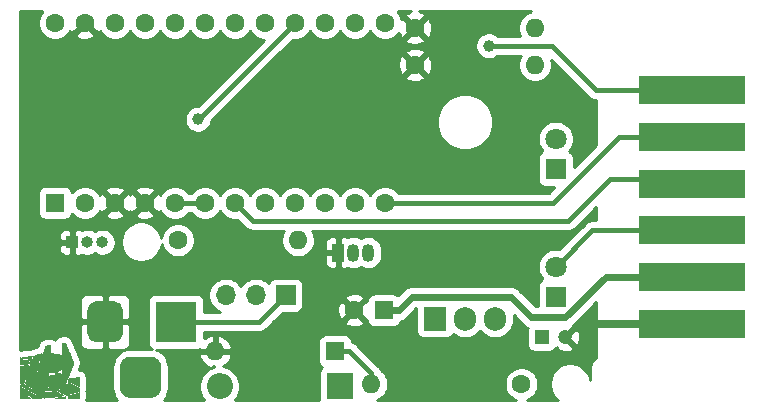
<source format=gbl>
G04 #@! TF.GenerationSoftware,KiCad,Pcbnew,(5.1.6)-1*
G04 #@! TF.CreationDate,2020-12-02T16:01:19+01:00*
G04 #@! TF.ProjectId,TapeXUM,54617065-5855-44d2-9e6b-696361645f70,rev?*
G04 #@! TF.SameCoordinates,Original*
G04 #@! TF.FileFunction,Copper,L2,Bot*
G04 #@! TF.FilePolarity,Positive*
%FSLAX46Y46*%
G04 Gerber Fmt 4.6, Leading zero omitted, Abs format (unit mm)*
G04 Created by KiCad (PCBNEW (5.1.6)-1) date 2020-12-02 16:01:19*
%MOMM*%
%LPD*%
G01*
G04 APERTURE LIST*
G04 #@! TA.AperFunction,EtchedComponent*
%ADD10C,0.010000*%
G04 #@! TD*
G04 #@! TA.AperFunction,ComponentPad*
%ADD11R,1.600000X1.600000*%
G04 #@! TD*
G04 #@! TA.AperFunction,ComponentPad*
%ADD12C,1.600000*%
G04 #@! TD*
G04 #@! TA.AperFunction,ComponentPad*
%ADD13R,9.000000X2.400000*%
G04 #@! TD*
G04 #@! TA.AperFunction,ComponentPad*
%ADD14O,1.000000X1.000000*%
G04 #@! TD*
G04 #@! TA.AperFunction,ComponentPad*
%ADD15R,1.000000X1.000000*%
G04 #@! TD*
G04 #@! TA.AperFunction,ComponentPad*
%ADD16O,1.600000X1.600000*%
G04 #@! TD*
G04 #@! TA.AperFunction,ComponentPad*
%ADD17O,1.700000X1.700000*%
G04 #@! TD*
G04 #@! TA.AperFunction,ComponentPad*
%ADD18R,1.700000X1.700000*%
G04 #@! TD*
G04 #@! TA.AperFunction,ComponentPad*
%ADD19R,3.500000X3.500000*%
G04 #@! TD*
G04 #@! TA.AperFunction,ComponentPad*
%ADD20R,1.050000X1.500000*%
G04 #@! TD*
G04 #@! TA.AperFunction,ComponentPad*
%ADD21O,1.050000X1.500000*%
G04 #@! TD*
G04 #@! TA.AperFunction,ComponentPad*
%ADD22O,1.905000X2.000000*%
G04 #@! TD*
G04 #@! TA.AperFunction,ComponentPad*
%ADD23R,1.905000X2.000000*%
G04 #@! TD*
G04 #@! TA.AperFunction,ComponentPad*
%ADD24C,1.800000*%
G04 #@! TD*
G04 #@! TA.AperFunction,ComponentPad*
%ADD25R,1.800000X1.800000*%
G04 #@! TD*
G04 #@! TA.AperFunction,ComponentPad*
%ADD26O,2.200000X2.200000*%
G04 #@! TD*
G04 #@! TA.AperFunction,ComponentPad*
%ADD27R,2.200000X2.200000*%
G04 #@! TD*
G04 #@! TA.AperFunction,ComponentPad*
%ADD28C,1.200000*%
G04 #@! TD*
G04 #@! TA.AperFunction,ComponentPad*
%ADD29R,1.200000X1.200000*%
G04 #@! TD*
G04 #@! TA.AperFunction,ViaPad*
%ADD30C,1.000000*%
G04 #@! TD*
G04 #@! TA.AperFunction,Conductor*
%ADD31C,0.700000*%
G04 #@! TD*
G04 #@! TA.AperFunction,Conductor*
%ADD32C,0.600000*%
G04 #@! TD*
G04 #@! TA.AperFunction,Conductor*
%ADD33C,0.450000*%
G04 #@! TD*
G04 #@! TA.AperFunction,Conductor*
%ADD34C,0.254000*%
G04 #@! TD*
G04 APERTURE END LIST*
D10*
G36*
X17911701Y-45475398D02*
G01*
X17870340Y-45486677D01*
X17809444Y-45503207D01*
X17734893Y-45523397D01*
X17652567Y-45545652D01*
X17572815Y-45567177D01*
X17484743Y-45591211D01*
X17395327Y-45616109D01*
X17311528Y-45639900D01*
X17240304Y-45660610D01*
X17194877Y-45674309D01*
X17136995Y-45692671D01*
X17099462Y-45706477D01*
X17077406Y-45718705D01*
X17065957Y-45732333D01*
X17060243Y-45750339D01*
X17058838Y-45757469D01*
X17059204Y-45804026D01*
X17078417Y-45855285D01*
X17106148Y-45909643D01*
X18000535Y-45909643D01*
X18000535Y-45679332D01*
X17408308Y-45679332D01*
X17401727Y-45685912D01*
X17395147Y-45679332D01*
X17401727Y-45672752D01*
X17408308Y-45679332D01*
X18000535Y-45679332D01*
X18000535Y-45451049D01*
X17911701Y-45475398D01*
G37*
X17911701Y-45475398D02*
X17870340Y-45486677D01*
X17809444Y-45503207D01*
X17734893Y-45523397D01*
X17652567Y-45545652D01*
X17572815Y-45567177D01*
X17484743Y-45591211D01*
X17395327Y-45616109D01*
X17311528Y-45639900D01*
X17240304Y-45660610D01*
X17194877Y-45674309D01*
X17136995Y-45692671D01*
X17099462Y-45706477D01*
X17077406Y-45718705D01*
X17065957Y-45732333D01*
X17060243Y-45750339D01*
X17058838Y-45757469D01*
X17059204Y-45804026D01*
X17078417Y-45855285D01*
X17106148Y-45909643D01*
X18000535Y-45909643D01*
X18000535Y-45679332D01*
X17408308Y-45679332D01*
X17401727Y-45685912D01*
X17395147Y-45679332D01*
X17401727Y-45672752D01*
X17408308Y-45679332D01*
X18000535Y-45679332D01*
X18000535Y-45451049D01*
X17911701Y-45475398D01*
G36*
X16770994Y-45787594D02*
G01*
X16727407Y-45795300D01*
X16665919Y-45805563D01*
X16590599Y-45817739D01*
X16505514Y-45831184D01*
X16414734Y-45845254D01*
X16322328Y-45859305D01*
X16232364Y-45872691D01*
X16164629Y-45882526D01*
X15993541Y-45907035D01*
X16398556Y-45908339D01*
X16803570Y-45909643D01*
X16811909Y-45887709D01*
X16614283Y-45887709D01*
X16612477Y-45895533D01*
X16605510Y-45896482D01*
X16594677Y-45891667D01*
X16596736Y-45887709D01*
X16612354Y-45886134D01*
X16614283Y-45887709D01*
X16811909Y-45887709D01*
X16817135Y-45873965D01*
X16825399Y-45835610D01*
X16821726Y-45803437D01*
X16808014Y-45784487D01*
X16792610Y-45783090D01*
X16770994Y-45787594D01*
G37*
X16770994Y-45787594D02*
X16727407Y-45795300D01*
X16665919Y-45805563D01*
X16590599Y-45817739D01*
X16505514Y-45831184D01*
X16414734Y-45845254D01*
X16322328Y-45859305D01*
X16232364Y-45872691D01*
X16164629Y-45882526D01*
X15993541Y-45907035D01*
X16398556Y-45908339D01*
X16803570Y-45909643D01*
X16811909Y-45887709D01*
X16614283Y-45887709D01*
X16612477Y-45895533D01*
X16605510Y-45896482D01*
X16594677Y-45891667D01*
X16596736Y-45887709D01*
X16612354Y-45886134D01*
X16614283Y-45887709D01*
X16811909Y-45887709D01*
X16817135Y-45873965D01*
X16825399Y-45835610D01*
X16821726Y-45803437D01*
X16808014Y-45784487D01*
X16792610Y-45783090D01*
X16770994Y-45787594D01*
G36*
X12973178Y-45288806D02*
G01*
X13173877Y-45393427D01*
X13311793Y-45467046D01*
X13454448Y-45546331D01*
X13595552Y-45627624D01*
X13728814Y-45707264D01*
X13847942Y-45781590D01*
X13905566Y-45819149D01*
X14041736Y-45909643D01*
X14385929Y-45908331D01*
X14480185Y-45907622D01*
X14567138Y-45906306D01*
X14642889Y-45904495D01*
X14703540Y-45902301D01*
X14745193Y-45899834D01*
X14763023Y-45897531D01*
X14766059Y-45894185D01*
X14761082Y-45887471D01*
X14746734Y-45876672D01*
X14721656Y-45861071D01*
X14684490Y-45839950D01*
X14633878Y-45812594D01*
X14568461Y-45778286D01*
X14486882Y-45736308D01*
X14387783Y-45685944D01*
X14269805Y-45626476D01*
X14131589Y-45557189D01*
X13971779Y-45477364D01*
X13884551Y-45433875D01*
X12973178Y-44979707D01*
X12973178Y-45288806D01*
G37*
X12973178Y-45288806D02*
X13173877Y-45393427D01*
X13311793Y-45467046D01*
X13454448Y-45546331D01*
X13595552Y-45627624D01*
X13728814Y-45707264D01*
X13847942Y-45781590D01*
X13905566Y-45819149D01*
X14041736Y-45909643D01*
X14385929Y-45908331D01*
X14480185Y-45907622D01*
X14567138Y-45906306D01*
X14642889Y-45904495D01*
X14703540Y-45902301D01*
X14745193Y-45899834D01*
X14763023Y-45897531D01*
X14766059Y-45894185D01*
X14761082Y-45887471D01*
X14746734Y-45876672D01*
X14721656Y-45861071D01*
X14684490Y-45839950D01*
X14633878Y-45812594D01*
X14568461Y-45778286D01*
X14486882Y-45736308D01*
X14387783Y-45685944D01*
X14269805Y-45626476D01*
X14131589Y-45557189D01*
X13971779Y-45477364D01*
X13884551Y-45433875D01*
X12973178Y-44979707D01*
X12973178Y-45288806D01*
G36*
X12973178Y-45909643D02*
G01*
X13404188Y-45909367D01*
X13835199Y-45909090D01*
X13752410Y-45856065D01*
X13692586Y-45818980D01*
X13615185Y-45772825D01*
X13525903Y-45720832D01*
X13430433Y-45666232D01*
X13334469Y-45612256D01*
X13243705Y-45562135D01*
X13163835Y-45519101D01*
X13104264Y-45488242D01*
X12973178Y-45422460D01*
X12973178Y-45909643D01*
G37*
X12973178Y-45909643D02*
X13404188Y-45909367D01*
X13835199Y-45909090D01*
X13752410Y-45856065D01*
X13692586Y-45818980D01*
X13615185Y-45772825D01*
X13525903Y-45720832D01*
X13430433Y-45666232D01*
X13334469Y-45612256D01*
X13243705Y-45562135D01*
X13163835Y-45519101D01*
X13104264Y-45488242D01*
X12973178Y-45422460D01*
X12973178Y-45909643D01*
G36*
X13314079Y-44747653D02*
G01*
X13274618Y-44753278D01*
X13221364Y-44759752D01*
X13174509Y-44764834D01*
X13098006Y-44772877D01*
X13043841Y-44779409D01*
X13008160Y-44785518D01*
X12987108Y-44792294D01*
X12976831Y-44800824D01*
X12973475Y-44812198D01*
X12973178Y-44821709D01*
X12973632Y-44827396D01*
X12975900Y-44833381D01*
X12981342Y-44840402D01*
X12991318Y-44849197D01*
X13007187Y-44860502D01*
X13030309Y-44875054D01*
X13062044Y-44893591D01*
X13103751Y-44916851D01*
X13156791Y-44945569D01*
X13222523Y-44980484D01*
X13302307Y-45022332D01*
X13397502Y-45071850D01*
X13509468Y-45129777D01*
X13639565Y-45196849D01*
X13789153Y-45273803D01*
X13959591Y-45361376D01*
X14129906Y-45448839D01*
X14240911Y-45506026D01*
X14351996Y-45563606D01*
X14459246Y-45619523D01*
X14558745Y-45671722D01*
X14646575Y-45718149D01*
X14718821Y-45756749D01*
X14771567Y-45785468D01*
X14771928Y-45785668D01*
X14840721Y-45823650D01*
X14892905Y-45850654D01*
X14935094Y-45868096D01*
X14973897Y-45877391D01*
X15015928Y-45879955D01*
X15067798Y-45877204D01*
X15136120Y-45870556D01*
X15157841Y-45868317D01*
X15206164Y-45863427D01*
X15274508Y-45856605D01*
X15356693Y-45848464D01*
X15446544Y-45839615D01*
X15537882Y-45830670D01*
X15546080Y-45829870D01*
X15680811Y-45815829D01*
X15831629Y-45798582D01*
X15991187Y-45779072D01*
X16152139Y-45758244D01*
X16307140Y-45737042D01*
X16448844Y-45716411D01*
X16543137Y-45701692D01*
X16684753Y-45678736D01*
X16549717Y-45607203D01*
X16492388Y-45577779D01*
X16418074Y-45541032D01*
X16333821Y-45500371D01*
X16246677Y-45459204D01*
X16180180Y-45428455D01*
X15945680Y-45321241D01*
X15814275Y-45345274D01*
X15562786Y-45379799D01*
X15313467Y-45390344D01*
X15135898Y-45383673D01*
X14911552Y-45364164D01*
X14706884Y-45337479D01*
X14515957Y-45302499D01*
X14332835Y-45258104D01*
X14151580Y-45203176D01*
X14117905Y-45191814D01*
X13954560Y-45131988D01*
X13807091Y-45070103D01*
X13677339Y-45007168D01*
X13567146Y-44944196D01*
X13478352Y-44882197D01*
X13412800Y-44822182D01*
X13387615Y-44790813D01*
X13362677Y-44760559D01*
X13341320Y-44744522D01*
X13333542Y-44743703D01*
X13314079Y-44747653D01*
G37*
X13314079Y-44747653D02*
X13274618Y-44753278D01*
X13221364Y-44759752D01*
X13174509Y-44764834D01*
X13098006Y-44772877D01*
X13043841Y-44779409D01*
X13008160Y-44785518D01*
X12987108Y-44792294D01*
X12976831Y-44800824D01*
X12973475Y-44812198D01*
X12973178Y-44821709D01*
X12973632Y-44827396D01*
X12975900Y-44833381D01*
X12981342Y-44840402D01*
X12991318Y-44849197D01*
X13007187Y-44860502D01*
X13030309Y-44875054D01*
X13062044Y-44893591D01*
X13103751Y-44916851D01*
X13156791Y-44945569D01*
X13222523Y-44980484D01*
X13302307Y-45022332D01*
X13397502Y-45071850D01*
X13509468Y-45129777D01*
X13639565Y-45196849D01*
X13789153Y-45273803D01*
X13959591Y-45361376D01*
X14129906Y-45448839D01*
X14240911Y-45506026D01*
X14351996Y-45563606D01*
X14459246Y-45619523D01*
X14558745Y-45671722D01*
X14646575Y-45718149D01*
X14718821Y-45756749D01*
X14771567Y-45785468D01*
X14771928Y-45785668D01*
X14840721Y-45823650D01*
X14892905Y-45850654D01*
X14935094Y-45868096D01*
X14973897Y-45877391D01*
X15015928Y-45879955D01*
X15067798Y-45877204D01*
X15136120Y-45870556D01*
X15157841Y-45868317D01*
X15206164Y-45863427D01*
X15274508Y-45856605D01*
X15356693Y-45848464D01*
X15446544Y-45839615D01*
X15537882Y-45830670D01*
X15546080Y-45829870D01*
X15680811Y-45815829D01*
X15831629Y-45798582D01*
X15991187Y-45779072D01*
X16152139Y-45758244D01*
X16307140Y-45737042D01*
X16448844Y-45716411D01*
X16543137Y-45701692D01*
X16684753Y-45678736D01*
X16549717Y-45607203D01*
X16492388Y-45577779D01*
X16418074Y-45541032D01*
X16333821Y-45500371D01*
X16246677Y-45459204D01*
X16180180Y-45428455D01*
X15945680Y-45321241D01*
X15814275Y-45345274D01*
X15562786Y-45379799D01*
X15313467Y-45390344D01*
X15135898Y-45383673D01*
X14911552Y-45364164D01*
X14706884Y-45337479D01*
X14515957Y-45302499D01*
X14332835Y-45258104D01*
X14151580Y-45203176D01*
X14117905Y-45191814D01*
X13954560Y-45131988D01*
X13807091Y-45070103D01*
X13677339Y-45007168D01*
X13567146Y-44944196D01*
X13478352Y-44882197D01*
X13412800Y-44822182D01*
X13387615Y-44790813D01*
X13362677Y-44760559D01*
X13341320Y-44744522D01*
X13333542Y-44743703D01*
X13314079Y-44747653D01*
G36*
X16845121Y-44955847D02*
G01*
X16811947Y-44985479D01*
X16770231Y-45018182D01*
X16753689Y-45030003D01*
X16723659Y-45048110D01*
X16677999Y-45072495D01*
X16621203Y-45101074D01*
X16557766Y-45131767D01*
X16492181Y-45162490D01*
X16428944Y-45191162D01*
X16372549Y-45215701D01*
X16327490Y-45234024D01*
X16298263Y-45244050D01*
X16289600Y-45244998D01*
X16272480Y-45245100D01*
X16238835Y-45251816D01*
X16210016Y-45259612D01*
X16140291Y-45280318D01*
X16402512Y-45414683D01*
X16484773Y-45456985D01*
X16564734Y-45498379D01*
X16637467Y-45536293D01*
X16698042Y-45568154D01*
X16741528Y-45591391D01*
X16750276Y-45596169D01*
X16808202Y-45623895D01*
X16863895Y-45643230D01*
X16912144Y-45653107D01*
X16947737Y-45652458D01*
X16965464Y-45640219D01*
X16981161Y-45628660D01*
X17020166Y-45611608D01*
X17080213Y-45589800D01*
X17159036Y-45563970D01*
X17254371Y-45534856D01*
X17363951Y-45503192D01*
X17485511Y-45469714D01*
X17513592Y-45462190D01*
X17589568Y-45441880D01*
X17662555Y-45422269D01*
X17726081Y-45405104D01*
X17773677Y-45392129D01*
X17788680Y-45387982D01*
X17859778Y-45368157D01*
X17696556Y-45295703D01*
X17638543Y-45269688D01*
X17562144Y-45235035D01*
X17472825Y-45194245D01*
X17376048Y-45149816D01*
X17277277Y-45104251D01*
X17207038Y-45071699D01*
X16880742Y-44920147D01*
X16845121Y-44955847D01*
G37*
X16845121Y-44955847D02*
X16811947Y-44985479D01*
X16770231Y-45018182D01*
X16753689Y-45030003D01*
X16723659Y-45048110D01*
X16677999Y-45072495D01*
X16621203Y-45101074D01*
X16557766Y-45131767D01*
X16492181Y-45162490D01*
X16428944Y-45191162D01*
X16372549Y-45215701D01*
X16327490Y-45234024D01*
X16298263Y-45244050D01*
X16289600Y-45244998D01*
X16272480Y-45245100D01*
X16238835Y-45251816D01*
X16210016Y-45259612D01*
X16140291Y-45280318D01*
X16402512Y-45414683D01*
X16484773Y-45456985D01*
X16564734Y-45498379D01*
X16637467Y-45536293D01*
X16698042Y-45568154D01*
X16741528Y-45591391D01*
X16750276Y-45596169D01*
X16808202Y-45623895D01*
X16863895Y-45643230D01*
X16912144Y-45653107D01*
X16947737Y-45652458D01*
X16965464Y-45640219D01*
X16981161Y-45628660D01*
X17020166Y-45611608D01*
X17080213Y-45589800D01*
X17159036Y-45563970D01*
X17254371Y-45534856D01*
X17363951Y-45503192D01*
X17485511Y-45469714D01*
X17513592Y-45462190D01*
X17589568Y-45441880D01*
X17662555Y-45422269D01*
X17726081Y-45405104D01*
X17773677Y-45392129D01*
X17788680Y-45387982D01*
X17859778Y-45368157D01*
X17696556Y-45295703D01*
X17638543Y-45269688D01*
X17562144Y-45235035D01*
X17472825Y-45194245D01*
X17376048Y-45149816D01*
X17277277Y-45104251D01*
X17207038Y-45071699D01*
X16880742Y-44920147D01*
X16845121Y-44955847D01*
G36*
X17027482Y-44654948D02*
G01*
X17011569Y-44704987D01*
X16989675Y-44758893D01*
X16981272Y-44776479D01*
X16950245Y-44837706D01*
X17450006Y-45080851D01*
X17557278Y-45132853D01*
X17657852Y-45181247D01*
X17749127Y-45224808D01*
X17828504Y-45262312D01*
X17893381Y-45292533D01*
X17941159Y-45314247D01*
X17969237Y-45326229D01*
X17975151Y-45328201D01*
X17986280Y-45328337D01*
X17993578Y-45321394D01*
X17997848Y-45302958D01*
X17999890Y-45268615D01*
X18000508Y-45213952D01*
X18000535Y-45188495D01*
X18000535Y-45044584D01*
X17694551Y-44899466D01*
X17605190Y-44857253D01*
X17517893Y-44816323D01*
X17437292Y-44778824D01*
X17368019Y-44746904D01*
X17314705Y-44722713D01*
X17289862Y-44711745D01*
X17230450Y-44685398D01*
X17168729Y-44656914D01*
X17117848Y-44632362D01*
X17116912Y-44631893D01*
X17042667Y-44594644D01*
X17027482Y-44654948D01*
G37*
X17027482Y-44654948D02*
X17011569Y-44704987D01*
X16989675Y-44758893D01*
X16981272Y-44776479D01*
X16950245Y-44837706D01*
X17450006Y-45080851D01*
X17557278Y-45132853D01*
X17657852Y-45181247D01*
X17749127Y-45224808D01*
X17828504Y-45262312D01*
X17893381Y-45292533D01*
X17941159Y-45314247D01*
X17969237Y-45326229D01*
X17975151Y-45328201D01*
X17986280Y-45328337D01*
X17993578Y-45321394D01*
X17997848Y-45302958D01*
X17999890Y-45268615D01*
X18000508Y-45213952D01*
X18000535Y-45188495D01*
X18000535Y-45044584D01*
X17694551Y-44899466D01*
X17605190Y-44857253D01*
X17517893Y-44816323D01*
X17437292Y-44778824D01*
X17368019Y-44746904D01*
X17314705Y-44722713D01*
X17289862Y-44711745D01*
X17230450Y-44685398D01*
X17168729Y-44656914D01*
X17117848Y-44632362D01*
X17116912Y-44631893D01*
X17042667Y-44594644D01*
X17027482Y-44654948D01*
G36*
X13982976Y-42606728D02*
G01*
X13975025Y-42624379D01*
X13960607Y-42664380D01*
X13940621Y-42723810D01*
X13915966Y-42799748D01*
X13887539Y-42889274D01*
X13856240Y-42989468D01*
X13822966Y-43097409D01*
X13788617Y-43210177D01*
X13754090Y-43324851D01*
X13720284Y-43438511D01*
X13688098Y-43548237D01*
X13658429Y-43651108D01*
X13632178Y-43744204D01*
X13624577Y-43771701D01*
X13607366Y-43837892D01*
X13587889Y-43918763D01*
X13566972Y-44010271D01*
X13545443Y-44108373D01*
X13524128Y-44209027D01*
X13503854Y-44308190D01*
X13485449Y-44401819D01*
X13469739Y-44485872D01*
X13457552Y-44556305D01*
X13449713Y-44609078D01*
X13447047Y-44639604D01*
X13452588Y-44683650D01*
X13470516Y-44724902D01*
X13503015Y-44765261D01*
X13552269Y-44806626D01*
X13620461Y-44850897D01*
X13709777Y-44899974D01*
X13795717Y-44942912D01*
X14061296Y-45057948D01*
X14333438Y-45148378D01*
X14614703Y-45214959D01*
X14835406Y-45249983D01*
X14923020Y-45259747D01*
X15021091Y-45268394D01*
X15124098Y-45275650D01*
X15226525Y-45281243D01*
X15322851Y-45284898D01*
X15407558Y-45286343D01*
X15475128Y-45285304D01*
X15506598Y-45283233D01*
X15730939Y-45255178D01*
X15944030Y-45217423D01*
X16143322Y-45170705D01*
X16326267Y-45115762D01*
X16490315Y-45053331D01*
X16632918Y-44984148D01*
X16716797Y-44933316D01*
X16749527Y-44907556D01*
X16786461Y-44872608D01*
X16823411Y-44833316D01*
X16856191Y-44794525D01*
X16880614Y-44761079D01*
X16892493Y-44737823D01*
X16891845Y-44730762D01*
X16876827Y-44729869D01*
X16840635Y-44732503D01*
X16788111Y-44738181D01*
X16724095Y-44746420D01*
X16697321Y-44750185D01*
X16615683Y-44761266D01*
X16555804Y-44767218D01*
X16513547Y-44767635D01*
X16484779Y-44762112D01*
X16465363Y-44750243D01*
X16451165Y-44731625D01*
X16447884Y-44725751D01*
X16444009Y-44705086D01*
X16440728Y-44659667D01*
X16438085Y-44591054D01*
X16436124Y-44500808D01*
X16434889Y-44390490D01*
X16434424Y-44261661D01*
X16434422Y-44250735D01*
X16434353Y-44129991D01*
X16434058Y-44033031D01*
X16433406Y-43957319D01*
X16432264Y-43900319D01*
X16430501Y-43859494D01*
X16427984Y-43832308D01*
X16424582Y-43816224D01*
X16420163Y-43808706D01*
X16414594Y-43807216D01*
X16411390Y-43807924D01*
X16389905Y-43815086D01*
X16349892Y-43828917D01*
X16297617Y-43847239D01*
X16254147Y-43862610D01*
X16094427Y-43912396D01*
X15933476Y-43949602D01*
X15778689Y-43972787D01*
X15649432Y-43980485D01*
X15502732Y-43981612D01*
X15494794Y-44039381D01*
X15492804Y-44066856D01*
X15490983Y-44116871D01*
X15489398Y-44185645D01*
X15488114Y-44269396D01*
X15487198Y-44364345D01*
X15486715Y-44466709D01*
X15486659Y-44506583D01*
X15486383Y-44635213D01*
X15485414Y-44740123D01*
X15483331Y-44823914D01*
X15479716Y-44889185D01*
X15474150Y-44938537D01*
X15466211Y-44974569D01*
X15455482Y-44999883D01*
X15441543Y-45017078D01*
X15423975Y-45028755D01*
X15402357Y-45037512D01*
X15400944Y-45037994D01*
X15355661Y-45050527D01*
X15294564Y-45063773D01*
X15226574Y-45076188D01*
X15160611Y-45086226D01*
X15105593Y-45092345D01*
X15080444Y-45093490D01*
X15041502Y-45090979D01*
X15010917Y-45081365D01*
X14985256Y-45060984D01*
X14961084Y-45026174D01*
X14934968Y-44973272D01*
X14907892Y-44909436D01*
X14887662Y-44860244D01*
X14859062Y-44790946D01*
X14823828Y-44705742D01*
X14783698Y-44608827D01*
X14740410Y-44504399D01*
X14695701Y-44396657D01*
X14668170Y-44330368D01*
X14597545Y-44159585D01*
X14536992Y-44011386D01*
X14485938Y-43884285D01*
X14443808Y-43776795D01*
X14410027Y-43687429D01*
X14384022Y-43614700D01*
X14365217Y-43557121D01*
X14354032Y-43517259D01*
X14347856Y-43491146D01*
X14344243Y-43467860D01*
X14344089Y-43443909D01*
X14348291Y-43415804D01*
X14357745Y-43380052D01*
X14373348Y-43333162D01*
X14395994Y-43271642D01*
X14426581Y-43192003D01*
X14458709Y-43109464D01*
X14487667Y-43034310D01*
X14512991Y-42966897D01*
X14533206Y-42911298D01*
X14546833Y-42871584D01*
X14552396Y-42851826D01*
X14552453Y-42851058D01*
X14539441Y-42837484D01*
X14500662Y-42827054D01*
X14480085Y-42824049D01*
X14413113Y-42812831D01*
X14337463Y-42795645D01*
X14260664Y-42774651D01*
X14190248Y-42752011D01*
X14133743Y-42729888D01*
X14109403Y-42717617D01*
X14067619Y-42688063D01*
X14030083Y-42653403D01*
X14021103Y-42642928D01*
X13999504Y-42618034D01*
X13985176Y-42606500D01*
X13982976Y-42606728D01*
G37*
X13982976Y-42606728D02*
X13975025Y-42624379D01*
X13960607Y-42664380D01*
X13940621Y-42723810D01*
X13915966Y-42799748D01*
X13887539Y-42889274D01*
X13856240Y-42989468D01*
X13822966Y-43097409D01*
X13788617Y-43210177D01*
X13754090Y-43324851D01*
X13720284Y-43438511D01*
X13688098Y-43548237D01*
X13658429Y-43651108D01*
X13632178Y-43744204D01*
X13624577Y-43771701D01*
X13607366Y-43837892D01*
X13587889Y-43918763D01*
X13566972Y-44010271D01*
X13545443Y-44108373D01*
X13524128Y-44209027D01*
X13503854Y-44308190D01*
X13485449Y-44401819D01*
X13469739Y-44485872D01*
X13457552Y-44556305D01*
X13449713Y-44609078D01*
X13447047Y-44639604D01*
X13452588Y-44683650D01*
X13470516Y-44724902D01*
X13503015Y-44765261D01*
X13552269Y-44806626D01*
X13620461Y-44850897D01*
X13709777Y-44899974D01*
X13795717Y-44942912D01*
X14061296Y-45057948D01*
X14333438Y-45148378D01*
X14614703Y-45214959D01*
X14835406Y-45249983D01*
X14923020Y-45259747D01*
X15021091Y-45268394D01*
X15124098Y-45275650D01*
X15226525Y-45281243D01*
X15322851Y-45284898D01*
X15407558Y-45286343D01*
X15475128Y-45285304D01*
X15506598Y-45283233D01*
X15730939Y-45255178D01*
X15944030Y-45217423D01*
X16143322Y-45170705D01*
X16326267Y-45115762D01*
X16490315Y-45053331D01*
X16632918Y-44984148D01*
X16716797Y-44933316D01*
X16749527Y-44907556D01*
X16786461Y-44872608D01*
X16823411Y-44833316D01*
X16856191Y-44794525D01*
X16880614Y-44761079D01*
X16892493Y-44737823D01*
X16891845Y-44730762D01*
X16876827Y-44729869D01*
X16840635Y-44732503D01*
X16788111Y-44738181D01*
X16724095Y-44746420D01*
X16697321Y-44750185D01*
X16615683Y-44761266D01*
X16555804Y-44767218D01*
X16513547Y-44767635D01*
X16484779Y-44762112D01*
X16465363Y-44750243D01*
X16451165Y-44731625D01*
X16447884Y-44725751D01*
X16444009Y-44705086D01*
X16440728Y-44659667D01*
X16438085Y-44591054D01*
X16436124Y-44500808D01*
X16434889Y-44390490D01*
X16434424Y-44261661D01*
X16434422Y-44250735D01*
X16434353Y-44129991D01*
X16434058Y-44033031D01*
X16433406Y-43957319D01*
X16432264Y-43900319D01*
X16430501Y-43859494D01*
X16427984Y-43832308D01*
X16424582Y-43816224D01*
X16420163Y-43808706D01*
X16414594Y-43807216D01*
X16411390Y-43807924D01*
X16389905Y-43815086D01*
X16349892Y-43828917D01*
X16297617Y-43847239D01*
X16254147Y-43862610D01*
X16094427Y-43912396D01*
X15933476Y-43949602D01*
X15778689Y-43972787D01*
X15649432Y-43980485D01*
X15502732Y-43981612D01*
X15494794Y-44039381D01*
X15492804Y-44066856D01*
X15490983Y-44116871D01*
X15489398Y-44185645D01*
X15488114Y-44269396D01*
X15487198Y-44364345D01*
X15486715Y-44466709D01*
X15486659Y-44506583D01*
X15486383Y-44635213D01*
X15485414Y-44740123D01*
X15483331Y-44823914D01*
X15479716Y-44889185D01*
X15474150Y-44938537D01*
X15466211Y-44974569D01*
X15455482Y-44999883D01*
X15441543Y-45017078D01*
X15423975Y-45028755D01*
X15402357Y-45037512D01*
X15400944Y-45037994D01*
X15355661Y-45050527D01*
X15294564Y-45063773D01*
X15226574Y-45076188D01*
X15160611Y-45086226D01*
X15105593Y-45092345D01*
X15080444Y-45093490D01*
X15041502Y-45090979D01*
X15010917Y-45081365D01*
X14985256Y-45060984D01*
X14961084Y-45026174D01*
X14934968Y-44973272D01*
X14907892Y-44909436D01*
X14887662Y-44860244D01*
X14859062Y-44790946D01*
X14823828Y-44705742D01*
X14783698Y-44608827D01*
X14740410Y-44504399D01*
X14695701Y-44396657D01*
X14668170Y-44330368D01*
X14597545Y-44159585D01*
X14536992Y-44011386D01*
X14485938Y-43884285D01*
X14443808Y-43776795D01*
X14410027Y-43687429D01*
X14384022Y-43614700D01*
X14365217Y-43557121D01*
X14354032Y-43517259D01*
X14347856Y-43491146D01*
X14344243Y-43467860D01*
X14344089Y-43443909D01*
X14348291Y-43415804D01*
X14357745Y-43380052D01*
X14373348Y-43333162D01*
X14395994Y-43271642D01*
X14426581Y-43192003D01*
X14458709Y-43109464D01*
X14487667Y-43034310D01*
X14512991Y-42966897D01*
X14533206Y-42911298D01*
X14546833Y-42871584D01*
X14552396Y-42851826D01*
X14552453Y-42851058D01*
X14539441Y-42837484D01*
X14500662Y-42827054D01*
X14480085Y-42824049D01*
X14413113Y-42812831D01*
X14337463Y-42795645D01*
X14260664Y-42774651D01*
X14190248Y-42752011D01*
X14133743Y-42729888D01*
X14109403Y-42717617D01*
X14067619Y-42688063D01*
X14030083Y-42653403D01*
X14021103Y-42642928D01*
X13999504Y-42618034D01*
X13985176Y-42606500D01*
X13982976Y-42606728D01*
G36*
X15399672Y-43227972D02*
G01*
X15360093Y-43236685D01*
X15302384Y-43250149D01*
X15229991Y-43267500D01*
X15146366Y-43287873D01*
X15054957Y-43310405D01*
X14959213Y-43334229D01*
X14862583Y-43358483D01*
X14768517Y-43382301D01*
X14680464Y-43404819D01*
X14601872Y-43425173D01*
X14536193Y-43442497D01*
X14486873Y-43455927D01*
X14457364Y-43464599D01*
X14450386Y-43467322D01*
X14447957Y-43481985D01*
X14453716Y-43513667D01*
X14467963Y-43563172D01*
X14491000Y-43631307D01*
X14523128Y-43718876D01*
X14564649Y-43826685D01*
X14615862Y-43955541D01*
X14677070Y-44106247D01*
X14748574Y-44279611D01*
X14802597Y-44409332D01*
X14842190Y-44504142D01*
X14881683Y-44598794D01*
X14918940Y-44688167D01*
X14951827Y-44767137D01*
X14978209Y-44830580D01*
X14991814Y-44863374D01*
X15019431Y-44927007D01*
X15041886Y-44968845D01*
X15062474Y-44992018D01*
X15084491Y-44999657D01*
X15111232Y-44994891D01*
X15124940Y-44989833D01*
X15149516Y-44982419D01*
X15192130Y-44971833D01*
X15244994Y-44959970D01*
X15264538Y-44955855D01*
X15377816Y-44932431D01*
X15386483Y-44753136D01*
X15388884Y-44697051D01*
X15391768Y-44619156D01*
X15394991Y-44523952D01*
X15398410Y-44415943D01*
X15401881Y-44299630D01*
X15405261Y-44179517D01*
X15407721Y-44086897D01*
X15410941Y-43966450D01*
X15414367Y-43845902D01*
X15417854Y-43729839D01*
X15421258Y-43622848D01*
X15424433Y-43529515D01*
X15427234Y-43454426D01*
X15429023Y-43412415D01*
X15432173Y-43337975D01*
X15433374Y-43285954D01*
X15432392Y-43252508D01*
X15428995Y-43233790D01*
X15422951Y-43225955D01*
X15417669Y-43224876D01*
X15399672Y-43227972D01*
G37*
X15399672Y-43227972D02*
X15360093Y-43236685D01*
X15302384Y-43250149D01*
X15229991Y-43267500D01*
X15146366Y-43287873D01*
X15054957Y-43310405D01*
X14959213Y-43334229D01*
X14862583Y-43358483D01*
X14768517Y-43382301D01*
X14680464Y-43404819D01*
X14601872Y-43425173D01*
X14536193Y-43442497D01*
X14486873Y-43455927D01*
X14457364Y-43464599D01*
X14450386Y-43467322D01*
X14447957Y-43481985D01*
X14453716Y-43513667D01*
X14467963Y-43563172D01*
X14491000Y-43631307D01*
X14523128Y-43718876D01*
X14564649Y-43826685D01*
X14615862Y-43955541D01*
X14677070Y-44106247D01*
X14748574Y-44279611D01*
X14802597Y-44409332D01*
X14842190Y-44504142D01*
X14881683Y-44598794D01*
X14918940Y-44688167D01*
X14951827Y-44767137D01*
X14978209Y-44830580D01*
X14991814Y-44863374D01*
X15019431Y-44927007D01*
X15041886Y-44968845D01*
X15062474Y-44992018D01*
X15084491Y-44999657D01*
X15111232Y-44994891D01*
X15124940Y-44989833D01*
X15149516Y-44982419D01*
X15192130Y-44971833D01*
X15244994Y-44959970D01*
X15264538Y-44955855D01*
X15377816Y-44932431D01*
X15386483Y-44753136D01*
X15388884Y-44697051D01*
X15391768Y-44619156D01*
X15394991Y-44523952D01*
X15398410Y-44415943D01*
X15401881Y-44299630D01*
X15405261Y-44179517D01*
X15407721Y-44086897D01*
X15410941Y-43966450D01*
X15414367Y-43845902D01*
X15417854Y-43729839D01*
X15421258Y-43622848D01*
X15424433Y-43529515D01*
X15427234Y-43454426D01*
X15429023Y-43412415D01*
X15432173Y-43337975D01*
X15433374Y-43285954D01*
X15432392Y-43252508D01*
X15428995Y-43233790D01*
X15422951Y-43225955D01*
X15417669Y-43224876D01*
X15399672Y-43227972D01*
G36*
X17938023Y-44165916D02*
G01*
X17908103Y-44169394D01*
X17856272Y-44175275D01*
X17786781Y-44183085D01*
X17703881Y-44192345D01*
X17611823Y-44202580D01*
X17526753Y-44212000D01*
X17408179Y-44225214D01*
X17312991Y-44236334D01*
X17238403Y-44246068D01*
X17181633Y-44255129D01*
X17139893Y-44264227D01*
X17110399Y-44274072D01*
X17090366Y-44285376D01*
X17077009Y-44298849D01*
X17067543Y-44315202D01*
X17060879Y-44330887D01*
X17047317Y-44373400D01*
X17040147Y-44412676D01*
X17039810Y-44420017D01*
X17040436Y-44432203D01*
X17043962Y-44443263D01*
X17052860Y-44454606D01*
X17069604Y-44467640D01*
X17096667Y-44483773D01*
X17136520Y-44504413D01*
X17191637Y-44530969D01*
X17264490Y-44564847D01*
X17357552Y-44607457D01*
X17414888Y-44633593D01*
X17503195Y-44674072D01*
X17599606Y-44718673D01*
X17695064Y-44763179D01*
X17780511Y-44803377D01*
X17819577Y-44821940D01*
X18000535Y-44908349D01*
X18000535Y-44158374D01*
X17938023Y-44165916D01*
G37*
X17938023Y-44165916D02*
X17908103Y-44169394D01*
X17856272Y-44175275D01*
X17786781Y-44183085D01*
X17703881Y-44192345D01*
X17611823Y-44202580D01*
X17526753Y-44212000D01*
X17408179Y-44225214D01*
X17312991Y-44236334D01*
X17238403Y-44246068D01*
X17181633Y-44255129D01*
X17139893Y-44264227D01*
X17110399Y-44274072D01*
X17090366Y-44285376D01*
X17077009Y-44298849D01*
X17067543Y-44315202D01*
X17060879Y-44330887D01*
X17047317Y-44373400D01*
X17040147Y-44412676D01*
X17039810Y-44420017D01*
X17040436Y-44432203D01*
X17043962Y-44443263D01*
X17052860Y-44454606D01*
X17069604Y-44467640D01*
X17096667Y-44483773D01*
X17136520Y-44504413D01*
X17191637Y-44530969D01*
X17264490Y-44564847D01*
X17357552Y-44607457D01*
X17414888Y-44633593D01*
X17503195Y-44674072D01*
X17599606Y-44718673D01*
X17695064Y-44763179D01*
X17780511Y-44803377D01*
X17819577Y-44821940D01*
X18000535Y-44908349D01*
X18000535Y-44158374D01*
X17938023Y-44165916D01*
G36*
X17435671Y-42951996D02*
G01*
X17426238Y-42952998D01*
X17382514Y-42957341D01*
X17320821Y-42963048D01*
X17249426Y-42969371D01*
X17177997Y-42975447D01*
X17104076Y-42981746D01*
X17013189Y-42989728D01*
X16914571Y-42998569D01*
X16817456Y-43007445D01*
X16770017Y-43011857D01*
X16533126Y-43034047D01*
X16529736Y-43853296D01*
X16526347Y-44672545D01*
X16582379Y-44671121D01*
X16624308Y-44667934D01*
X16679820Y-44660970D01*
X16735406Y-44651993D01*
X16783220Y-44642457D01*
X16820249Y-44633561D01*
X16839425Y-44627033D01*
X16840314Y-44626376D01*
X16848826Y-44610653D01*
X16862881Y-44577882D01*
X16876266Y-44543509D01*
X16893591Y-44498270D01*
X16919302Y-44432568D01*
X16951829Y-44350305D01*
X16989603Y-44255385D01*
X17031055Y-44151708D01*
X17074614Y-44043179D01*
X17118711Y-43933699D01*
X17161777Y-43827171D01*
X17202242Y-43727498D01*
X17238536Y-43638582D01*
X17269089Y-43564325D01*
X17292333Y-43508631D01*
X17295462Y-43501249D01*
X17323806Y-43432872D01*
X17355520Y-43353541D01*
X17388491Y-43268840D01*
X17420605Y-43184351D01*
X17449749Y-43105657D01*
X17473808Y-43038341D01*
X17490669Y-42987984D01*
X17494233Y-42976247D01*
X17498207Y-42958835D01*
X17493422Y-42950237D01*
X17474402Y-42948582D01*
X17435671Y-42951996D01*
G37*
X17435671Y-42951996D02*
X17426238Y-42952998D01*
X17382514Y-42957341D01*
X17320821Y-42963048D01*
X17249426Y-42969371D01*
X17177997Y-42975447D01*
X17104076Y-42981746D01*
X17013189Y-42989728D01*
X16914571Y-42998569D01*
X16817456Y-43007445D01*
X16770017Y-43011857D01*
X16533126Y-43034047D01*
X16529736Y-43853296D01*
X16526347Y-44672545D01*
X16582379Y-44671121D01*
X16624308Y-44667934D01*
X16679820Y-44660970D01*
X16735406Y-44651993D01*
X16783220Y-44642457D01*
X16820249Y-44633561D01*
X16839425Y-44627033D01*
X16840314Y-44626376D01*
X16848826Y-44610653D01*
X16862881Y-44577882D01*
X16876266Y-44543509D01*
X16893591Y-44498270D01*
X16919302Y-44432568D01*
X16951829Y-44350305D01*
X16989603Y-44255385D01*
X17031055Y-44151708D01*
X17074614Y-44043179D01*
X17118711Y-43933699D01*
X17161777Y-43827171D01*
X17202242Y-43727498D01*
X17238536Y-43638582D01*
X17269089Y-43564325D01*
X17292333Y-43508631D01*
X17295462Y-43501249D01*
X17323806Y-43432872D01*
X17355520Y-43353541D01*
X17388491Y-43268840D01*
X17420605Y-43184351D01*
X17449749Y-43105657D01*
X17473808Y-43038341D01*
X17490669Y-42987984D01*
X17494233Y-42976247D01*
X17498207Y-42958835D01*
X17493422Y-42950237D01*
X17474402Y-42948582D01*
X17435671Y-42951996D01*
G36*
X13318877Y-44556847D02*
G01*
X13284138Y-44560733D01*
X13230842Y-44568475D01*
X13155315Y-44580095D01*
X13152305Y-44580560D01*
X13088773Y-44590313D01*
X13035327Y-44598417D01*
X12996969Y-44604121D01*
X12978702Y-44606674D01*
X12977927Y-44606741D01*
X12974062Y-44617818D01*
X12973178Y-44633063D01*
X12977269Y-44653672D01*
X12983048Y-44657707D01*
X13000310Y-44655140D01*
X13035742Y-44650078D01*
X13078463Y-44644065D01*
X13167376Y-44631439D01*
X13233631Y-44621373D01*
X13280669Y-44613032D01*
X13311933Y-44605586D01*
X13330868Y-44598201D01*
X13340914Y-44590045D01*
X13345516Y-44580286D01*
X13345743Y-44579447D01*
X13348492Y-44568118D01*
X13347380Y-44560561D01*
X13338733Y-44556797D01*
X13318877Y-44556847D01*
G37*
X13318877Y-44556847D02*
X13284138Y-44560733D01*
X13230842Y-44568475D01*
X13155315Y-44580095D01*
X13152305Y-44580560D01*
X13088773Y-44590313D01*
X13035327Y-44598417D01*
X12996969Y-44604121D01*
X12978702Y-44606674D01*
X12977927Y-44606741D01*
X12974062Y-44617818D01*
X12973178Y-44633063D01*
X12977269Y-44653672D01*
X12983048Y-44657707D01*
X13000310Y-44655140D01*
X13035742Y-44650078D01*
X13078463Y-44644065D01*
X13167376Y-44631439D01*
X13233631Y-44621373D01*
X13280669Y-44613032D01*
X13311933Y-44605586D01*
X13330868Y-44598201D01*
X13340914Y-44590045D01*
X13345516Y-44580286D01*
X13345743Y-44579447D01*
X13348492Y-44568118D01*
X13347380Y-44560561D01*
X13338733Y-44556797D01*
X13318877Y-44556847D01*
G36*
X13404773Y-43558170D02*
G01*
X13355585Y-43563149D01*
X13297133Y-43569671D01*
X13235024Y-43577077D01*
X13174866Y-43584709D01*
X13122266Y-43591908D01*
X13082831Y-43598016D01*
X13069641Y-43600489D01*
X13060475Y-43603299D01*
X13052851Y-43609147D01*
X13046497Y-43620500D01*
X13041138Y-43639826D01*
X13036502Y-43669593D01*
X13032316Y-43712268D01*
X13028307Y-43770319D01*
X13024200Y-43846214D01*
X13019724Y-43942421D01*
X13014605Y-44061406D01*
X13012154Y-44119798D01*
X13007983Y-44214416D01*
X13003739Y-44301536D01*
X12999638Y-44377342D01*
X12995901Y-44438015D01*
X12992743Y-44479740D01*
X12990526Y-44498166D01*
X12989106Y-44513195D01*
X12995775Y-44522513D01*
X13014129Y-44526297D01*
X13047762Y-44524722D01*
X13100270Y-44517963D01*
X13170587Y-44506953D01*
X13245710Y-44494891D01*
X13298875Y-44485926D01*
X13334001Y-44478355D01*
X13355010Y-44470473D01*
X13365823Y-44460578D01*
X13370360Y-44446965D01*
X13372542Y-44427931D01*
X13373592Y-44418745D01*
X13377945Y-44380864D01*
X13384611Y-44317489D01*
X13393518Y-44229337D01*
X13404596Y-44117126D01*
X13417771Y-43981575D01*
X13432975Y-43823403D01*
X13440483Y-43744778D01*
X13446454Y-43678195D01*
X13450817Y-43621583D01*
X13453252Y-43579790D01*
X13453442Y-43557665D01*
X13452930Y-43555475D01*
X13439091Y-43555392D01*
X13404773Y-43558170D01*
G37*
X13404773Y-43558170D02*
X13355585Y-43563149D01*
X13297133Y-43569671D01*
X13235024Y-43577077D01*
X13174866Y-43584709D01*
X13122266Y-43591908D01*
X13082831Y-43598016D01*
X13069641Y-43600489D01*
X13060475Y-43603299D01*
X13052851Y-43609147D01*
X13046497Y-43620500D01*
X13041138Y-43639826D01*
X13036502Y-43669593D01*
X13032316Y-43712268D01*
X13028307Y-43770319D01*
X13024200Y-43846214D01*
X13019724Y-43942421D01*
X13014605Y-44061406D01*
X13012154Y-44119798D01*
X13007983Y-44214416D01*
X13003739Y-44301536D01*
X12999638Y-44377342D01*
X12995901Y-44438015D01*
X12992743Y-44479740D01*
X12990526Y-44498166D01*
X12989106Y-44513195D01*
X12995775Y-44522513D01*
X13014129Y-44526297D01*
X13047762Y-44524722D01*
X13100270Y-44517963D01*
X13170587Y-44506953D01*
X13245710Y-44494891D01*
X13298875Y-44485926D01*
X13334001Y-44478355D01*
X13355010Y-44470473D01*
X13365823Y-44460578D01*
X13370360Y-44446965D01*
X13372542Y-44427931D01*
X13373592Y-44418745D01*
X13377945Y-44380864D01*
X13384611Y-44317489D01*
X13393518Y-44229337D01*
X13404596Y-44117126D01*
X13417771Y-43981575D01*
X13432975Y-43823403D01*
X13440483Y-43744778D01*
X13446454Y-43678195D01*
X13450817Y-43621583D01*
X13453252Y-43579790D01*
X13453442Y-43557665D01*
X13452930Y-43555475D01*
X13439091Y-43555392D01*
X13404773Y-43558170D01*
G36*
X13526092Y-43541449D02*
G01*
X13512400Y-43545937D01*
X13502451Y-43557699D01*
X13495325Y-43580238D01*
X13490103Y-43617057D01*
X13485865Y-43671658D01*
X13481694Y-43747546D01*
X13479696Y-43787493D01*
X13476646Y-43862470D01*
X13476009Y-43914348D01*
X13477706Y-43942445D01*
X13481660Y-43946077D01*
X13487792Y-43924560D01*
X13492474Y-43899358D01*
X13499361Y-43867123D01*
X13511784Y-43816738D01*
X13527925Y-43755327D01*
X13544457Y-43695368D01*
X13588094Y-43540731D01*
X13544445Y-43540731D01*
X13526092Y-43541449D01*
G37*
X13526092Y-43541449D02*
X13512400Y-43545937D01*
X13502451Y-43557699D01*
X13495325Y-43580238D01*
X13490103Y-43617057D01*
X13485865Y-43671658D01*
X13481694Y-43747546D01*
X13479696Y-43787493D01*
X13476646Y-43862470D01*
X13476009Y-43914348D01*
X13477706Y-43942445D01*
X13481660Y-43946077D01*
X13487792Y-43924560D01*
X13492474Y-43899358D01*
X13499361Y-43867123D01*
X13511784Y-43816738D01*
X13527925Y-43755327D01*
X13544457Y-43695368D01*
X13588094Y-43540731D01*
X13544445Y-43540731D01*
X13526092Y-43541449D01*
G36*
X16379015Y-42837613D02*
G01*
X16294741Y-42860691D01*
X16185694Y-42879148D01*
X16051538Y-42893022D01*
X15891938Y-42902354D01*
X15807322Y-42905201D01*
X15528978Y-42912652D01*
X15521292Y-43052313D01*
X15518298Y-43112452D01*
X15514829Y-43191326D01*
X15511196Y-43281362D01*
X15507705Y-43374986D01*
X15505291Y-43445317D01*
X15496975Y-43698659D01*
X15600491Y-43698430D01*
X15664075Y-43696770D01*
X15739585Y-43692574D01*
X15812844Y-43686669D01*
X15827828Y-43685162D01*
X15882141Y-43680240D01*
X15925990Y-43677765D01*
X15953238Y-43678008D01*
X15958936Y-43679408D01*
X15958607Y-43694743D01*
X15950270Y-43712239D01*
X15933983Y-43761302D01*
X15939339Y-43814320D01*
X15965062Y-43862307D01*
X15972787Y-43870759D01*
X16019305Y-43901840D01*
X16071939Y-43907524D01*
X16113868Y-43896179D01*
X16152473Y-43867575D01*
X16177640Y-43822830D01*
X16184370Y-43782284D01*
X16174403Y-43738526D01*
X16148878Y-43698007D01*
X16114360Y-43668622D01*
X16105225Y-43665757D01*
X16000121Y-43665757D01*
X15993541Y-43672337D01*
X15986960Y-43665757D01*
X15993541Y-43659177D01*
X16000121Y-43665757D01*
X16105225Y-43665757D01*
X16081205Y-43658224D01*
X16075303Y-43654415D01*
X16092830Y-43644617D01*
X16131824Y-43629779D01*
X16158048Y-43620998D01*
X16222050Y-43598353D01*
X16288653Y-43571756D01*
X16344948Y-43546407D01*
X16352168Y-43542798D01*
X16434422Y-43500870D01*
X16434422Y-42818064D01*
X16379015Y-42837613D01*
G37*
X16379015Y-42837613D02*
X16294741Y-42860691D01*
X16185694Y-42879148D01*
X16051538Y-42893022D01*
X15891938Y-42902354D01*
X15807322Y-42905201D01*
X15528978Y-42912652D01*
X15521292Y-43052313D01*
X15518298Y-43112452D01*
X15514829Y-43191326D01*
X15511196Y-43281362D01*
X15507705Y-43374986D01*
X15505291Y-43445317D01*
X15496975Y-43698659D01*
X15600491Y-43698430D01*
X15664075Y-43696770D01*
X15739585Y-43692574D01*
X15812844Y-43686669D01*
X15827828Y-43685162D01*
X15882141Y-43680240D01*
X15925990Y-43677765D01*
X15953238Y-43678008D01*
X15958936Y-43679408D01*
X15958607Y-43694743D01*
X15950270Y-43712239D01*
X15933983Y-43761302D01*
X15939339Y-43814320D01*
X15965062Y-43862307D01*
X15972787Y-43870759D01*
X16019305Y-43901840D01*
X16071939Y-43907524D01*
X16113868Y-43896179D01*
X16152473Y-43867575D01*
X16177640Y-43822830D01*
X16184370Y-43782284D01*
X16174403Y-43738526D01*
X16148878Y-43698007D01*
X16114360Y-43668622D01*
X16105225Y-43665757D01*
X16000121Y-43665757D01*
X15993541Y-43672337D01*
X15986960Y-43665757D01*
X15993541Y-43659177D01*
X16000121Y-43665757D01*
X16105225Y-43665757D01*
X16081205Y-43658224D01*
X16075303Y-43654415D01*
X16092830Y-43644617D01*
X16131824Y-43629779D01*
X16158048Y-43620998D01*
X16222050Y-43598353D01*
X16288653Y-43571756D01*
X16344948Y-43546407D01*
X16352168Y-43542798D01*
X16434422Y-43500870D01*
X16434422Y-42818064D01*
X16379015Y-42837613D01*
G36*
X12979279Y-43609207D02*
G01*
X12976693Y-43624512D01*
X12975280Y-43660272D01*
X12975174Y-43710643D01*
X12975989Y-43752877D01*
X12979758Y-43889488D01*
X12990334Y-43753103D01*
X12994930Y-43682730D01*
X12995725Y-43636132D01*
X12992543Y-43611011D01*
X12985207Y-43605071D01*
X12979279Y-43609207D01*
G37*
X12979279Y-43609207D02*
X12976693Y-43624512D01*
X12975280Y-43660272D01*
X12975174Y-43710643D01*
X12975989Y-43752877D01*
X12979758Y-43889488D01*
X12990334Y-43753103D01*
X12994930Y-43682730D01*
X12995725Y-43636132D01*
X12992543Y-43611011D01*
X12985207Y-43605071D01*
X12979279Y-43609207D01*
G36*
X13655463Y-43125245D02*
G01*
X13604896Y-43130532D01*
X13544034Y-43137891D01*
X13543739Y-43137929D01*
X13480542Y-43145779D01*
X13406616Y-43154562D01*
X13326715Y-43163757D01*
X13245593Y-43172845D01*
X13168005Y-43181305D01*
X13098704Y-43188618D01*
X13042445Y-43194262D01*
X13003983Y-43197718D01*
X12989629Y-43198561D01*
X12982332Y-43205802D01*
X12977367Y-43229511D01*
X12974436Y-43272660D01*
X12973242Y-43338220D01*
X12973178Y-43363063D01*
X12973498Y-43431603D01*
X12974849Y-43477984D01*
X12977819Y-43506367D01*
X12982998Y-43520911D01*
X12990974Y-43525775D01*
X12996209Y-43525876D01*
X13015839Y-43523941D01*
X13057318Y-43519519D01*
X13116340Y-43513083D01*
X13188600Y-43505100D01*
X13269792Y-43496043D01*
X13289033Y-43493884D01*
X13371615Y-43484687D01*
X13446209Y-43476524D01*
X13508518Y-43469852D01*
X13554248Y-43465132D01*
X13579102Y-43462820D01*
X13581402Y-43462678D01*
X13593176Y-43455867D01*
X13606607Y-43434312D01*
X13623071Y-43394948D01*
X13643942Y-43334710D01*
X13656787Y-43294778D01*
X13675907Y-43232863D01*
X13691185Y-43180574D01*
X13701291Y-43142682D01*
X13704898Y-43123955D01*
X13704668Y-43122860D01*
X13690475Y-43122524D01*
X13655463Y-43125245D01*
G37*
X13655463Y-43125245D02*
X13604896Y-43130532D01*
X13544034Y-43137891D01*
X13543739Y-43137929D01*
X13480542Y-43145779D01*
X13406616Y-43154562D01*
X13326715Y-43163757D01*
X13245593Y-43172845D01*
X13168005Y-43181305D01*
X13098704Y-43188618D01*
X13042445Y-43194262D01*
X13003983Y-43197718D01*
X12989629Y-43198561D01*
X12982332Y-43205802D01*
X12977367Y-43229511D01*
X12974436Y-43272660D01*
X12973242Y-43338220D01*
X12973178Y-43363063D01*
X12973498Y-43431603D01*
X12974849Y-43477984D01*
X12977819Y-43506367D01*
X12982998Y-43520911D01*
X12990974Y-43525775D01*
X12996209Y-43525876D01*
X13015839Y-43523941D01*
X13057318Y-43519519D01*
X13116340Y-43513083D01*
X13188600Y-43505100D01*
X13269792Y-43496043D01*
X13289033Y-43493884D01*
X13371615Y-43484687D01*
X13446209Y-43476524D01*
X13508518Y-43469852D01*
X13554248Y-43465132D01*
X13579102Y-43462820D01*
X13581402Y-43462678D01*
X13593176Y-43455867D01*
X13606607Y-43434312D01*
X13623071Y-43394948D01*
X13643942Y-43334710D01*
X13656787Y-43294778D01*
X13675907Y-43232863D01*
X13691185Y-43180574D01*
X13701291Y-43142682D01*
X13704898Y-43123955D01*
X13704668Y-43122860D01*
X13690475Y-43122524D01*
X13655463Y-43125245D01*
G36*
X15511115Y-41435032D02*
G01*
X15487175Y-41437377D01*
X15443843Y-41443739D01*
X15387564Y-41453108D01*
X15332962Y-41462943D01*
X15267944Y-41475505D01*
X15223906Y-41485697D01*
X15195853Y-41495422D01*
X15178792Y-41506580D01*
X15167730Y-41521077D01*
X15164417Y-41527166D01*
X15154253Y-41550179D01*
X15136651Y-41593597D01*
X15113287Y-41653133D01*
X15085840Y-41724501D01*
X15055986Y-41803412D01*
X15047907Y-41824980D01*
X15011843Y-41920662D01*
X14972189Y-42024503D01*
X14932228Y-42127991D01*
X14895245Y-42222615D01*
X14868302Y-42290472D01*
X14840725Y-42360272D01*
X14806456Y-42448722D01*
X14767813Y-42549740D01*
X14727113Y-42657243D01*
X14686672Y-42765150D01*
X14657586Y-42843554D01*
X14622259Y-42938969D01*
X14588092Y-43030684D01*
X14556666Y-43114503D01*
X14529559Y-43186232D01*
X14508349Y-43241676D01*
X14494615Y-43276640D01*
X14494536Y-43276834D01*
X14477383Y-43320527D01*
X14465107Y-43354616D01*
X14460329Y-43371818D01*
X14460328Y-43371912D01*
X14461247Y-43378253D01*
X14467301Y-43380698D01*
X14483438Y-43378534D01*
X14514606Y-43371051D01*
X14565752Y-43357536D01*
X14572194Y-43355815D01*
X14609260Y-43346556D01*
X14667737Y-43332748D01*
X14743301Y-43315378D01*
X14831628Y-43295426D01*
X14928397Y-43273879D01*
X15029282Y-43251718D01*
X15039396Y-43249514D01*
X15135378Y-43228358D01*
X15223082Y-43208547D01*
X15299180Y-43190868D01*
X15360347Y-43176114D01*
X15403256Y-43165071D01*
X15424582Y-43158532D01*
X15426153Y-43157692D01*
X15430970Y-43141600D01*
X15436393Y-43104106D01*
X15441882Y-43050104D01*
X15446896Y-42984486D01*
X15448844Y-42952616D01*
X15457423Y-42803294D01*
X15467068Y-42639806D01*
X15477387Y-42468528D01*
X15487987Y-42295833D01*
X15498476Y-42128096D01*
X15508462Y-41971692D01*
X15517552Y-41832995D01*
X15520411Y-41790368D01*
X15527557Y-41684607D01*
X15532943Y-41602204D01*
X15536491Y-41540249D01*
X15538126Y-41495832D01*
X15537772Y-41466044D01*
X15535353Y-41447976D01*
X15530792Y-41438718D01*
X15524014Y-41435359D01*
X15514943Y-41434992D01*
X15511115Y-41435032D01*
G37*
X15511115Y-41435032D02*
X15487175Y-41437377D01*
X15443843Y-41443739D01*
X15387564Y-41453108D01*
X15332962Y-41462943D01*
X15267944Y-41475505D01*
X15223906Y-41485697D01*
X15195853Y-41495422D01*
X15178792Y-41506580D01*
X15167730Y-41521077D01*
X15164417Y-41527166D01*
X15154253Y-41550179D01*
X15136651Y-41593597D01*
X15113287Y-41653133D01*
X15085840Y-41724501D01*
X15055986Y-41803412D01*
X15047907Y-41824980D01*
X15011843Y-41920662D01*
X14972189Y-42024503D01*
X14932228Y-42127991D01*
X14895245Y-42222615D01*
X14868302Y-42290472D01*
X14840725Y-42360272D01*
X14806456Y-42448722D01*
X14767813Y-42549740D01*
X14727113Y-42657243D01*
X14686672Y-42765150D01*
X14657586Y-42843554D01*
X14622259Y-42938969D01*
X14588092Y-43030684D01*
X14556666Y-43114503D01*
X14529559Y-43186232D01*
X14508349Y-43241676D01*
X14494615Y-43276640D01*
X14494536Y-43276834D01*
X14477383Y-43320527D01*
X14465107Y-43354616D01*
X14460329Y-43371818D01*
X14460328Y-43371912D01*
X14461247Y-43378253D01*
X14467301Y-43380698D01*
X14483438Y-43378534D01*
X14514606Y-43371051D01*
X14565752Y-43357536D01*
X14572194Y-43355815D01*
X14609260Y-43346556D01*
X14667737Y-43332748D01*
X14743301Y-43315378D01*
X14831628Y-43295426D01*
X14928397Y-43273879D01*
X15029282Y-43251718D01*
X15039396Y-43249514D01*
X15135378Y-43228358D01*
X15223082Y-43208547D01*
X15299180Y-43190868D01*
X15360347Y-43176114D01*
X15403256Y-43165071D01*
X15424582Y-43158532D01*
X15426153Y-43157692D01*
X15430970Y-43141600D01*
X15436393Y-43104106D01*
X15441882Y-43050104D01*
X15446896Y-42984486D01*
X15448844Y-42952616D01*
X15457423Y-42803294D01*
X15467068Y-42639806D01*
X15477387Y-42468528D01*
X15487987Y-42295833D01*
X15498476Y-42128096D01*
X15508462Y-41971692D01*
X15517552Y-41832995D01*
X15520411Y-41790368D01*
X15527557Y-41684607D01*
X15532943Y-41602204D01*
X15536491Y-41540249D01*
X15538126Y-41495832D01*
X15537772Y-41466044D01*
X15535353Y-41447976D01*
X15530792Y-41438718D01*
X15524014Y-41435359D01*
X15514943Y-41434992D01*
X15511115Y-41435032D01*
G36*
X13184978Y-42708130D02*
G01*
X12973178Y-42729902D01*
X12973178Y-42905006D01*
X12973410Y-42969276D01*
X12974044Y-43022700D01*
X12974992Y-43060504D01*
X12976161Y-43077916D01*
X12976468Y-43078529D01*
X12989868Y-43076719D01*
X13026137Y-43072374D01*
X13081983Y-43065875D01*
X13154117Y-43057601D01*
X13239246Y-43047930D01*
X13334080Y-43037242D01*
X13358750Y-43034475D01*
X13455964Y-43023225D01*
X13544691Y-43012276D01*
X13621550Y-43002101D01*
X13683161Y-42993170D01*
X13726144Y-42985955D01*
X13747119Y-42980928D01*
X13748483Y-42980122D01*
X13759773Y-42960213D01*
X13772671Y-42927912D01*
X13773572Y-42925250D01*
X13787922Y-42882256D01*
X13592350Y-42784307D01*
X13396779Y-42686359D01*
X13184978Y-42708130D01*
G37*
X13184978Y-42708130D02*
X12973178Y-42729902D01*
X12973178Y-42905006D01*
X12973410Y-42969276D01*
X12974044Y-43022700D01*
X12974992Y-43060504D01*
X12976161Y-43077916D01*
X12976468Y-43078529D01*
X12989868Y-43076719D01*
X13026137Y-43072374D01*
X13081983Y-43065875D01*
X13154117Y-43057601D01*
X13239246Y-43047930D01*
X13334080Y-43037242D01*
X13358750Y-43034475D01*
X13455964Y-43023225D01*
X13544691Y-43012276D01*
X13621550Y-43002101D01*
X13683161Y-42993170D01*
X13726144Y-42985955D01*
X13747119Y-42980928D01*
X13748483Y-42980122D01*
X13759773Y-42960213D01*
X13772671Y-42927912D01*
X13773572Y-42925250D01*
X13787922Y-42882256D01*
X13592350Y-42784307D01*
X13396779Y-42686359D01*
X13184978Y-42708130D01*
G36*
X16704214Y-41244126D02*
G01*
X16650287Y-41249795D01*
X16603482Y-41257406D01*
X16572575Y-41265478D01*
X16569318Y-41266895D01*
X16539706Y-41281552D01*
X16539706Y-42108447D01*
X16539696Y-42253636D01*
X16539665Y-42391016D01*
X16539615Y-42518330D01*
X16539549Y-42633319D01*
X16539468Y-42733725D01*
X16539375Y-42817290D01*
X16539270Y-42881755D01*
X16539157Y-42924862D01*
X16539036Y-42944352D01*
X16539011Y-42945213D01*
X16542368Y-42952533D01*
X16556603Y-42955981D01*
X16586001Y-42955641D01*
X16634849Y-42951599D01*
X16671313Y-42947856D01*
X16731901Y-42942133D01*
X16813742Y-42935464D01*
X16911803Y-42928199D01*
X17021046Y-42920686D01*
X17136436Y-42913275D01*
X17252939Y-42906316D01*
X17339214Y-42901538D01*
X17415377Y-42896299D01*
X17467966Y-42890015D01*
X17495921Y-42882837D01*
X17500432Y-42878262D01*
X17495422Y-42860740D01*
X17481100Y-42821577D01*
X17458528Y-42763323D01*
X17428769Y-42688528D01*
X17392885Y-42599742D01*
X17351937Y-42499516D01*
X17306988Y-42390398D01*
X17259101Y-42274940D01*
X17209336Y-42155691D01*
X17158758Y-42035201D01*
X17108427Y-41916019D01*
X17059405Y-41800697D01*
X17012756Y-41691784D01*
X16969541Y-41591829D01*
X16930823Y-41503383D01*
X16897663Y-41428996D01*
X16886590Y-41404616D01*
X16809499Y-41236014D01*
X16704214Y-41244126D01*
G37*
X16704214Y-41244126D02*
X16650287Y-41249795D01*
X16603482Y-41257406D01*
X16572575Y-41265478D01*
X16569318Y-41266895D01*
X16539706Y-41281552D01*
X16539706Y-42108447D01*
X16539696Y-42253636D01*
X16539665Y-42391016D01*
X16539615Y-42518330D01*
X16539549Y-42633319D01*
X16539468Y-42733725D01*
X16539375Y-42817290D01*
X16539270Y-42881755D01*
X16539157Y-42924862D01*
X16539036Y-42944352D01*
X16539011Y-42945213D01*
X16542368Y-42952533D01*
X16556603Y-42955981D01*
X16586001Y-42955641D01*
X16634849Y-42951599D01*
X16671313Y-42947856D01*
X16731901Y-42942133D01*
X16813742Y-42935464D01*
X16911803Y-42928199D01*
X17021046Y-42920686D01*
X17136436Y-42913275D01*
X17252939Y-42906316D01*
X17339214Y-42901538D01*
X17415377Y-42896299D01*
X17467966Y-42890015D01*
X17495921Y-42882837D01*
X17500432Y-42878262D01*
X17495422Y-42860740D01*
X17481100Y-42821577D01*
X17458528Y-42763323D01*
X17428769Y-42688528D01*
X17392885Y-42599742D01*
X17351937Y-42499516D01*
X17306988Y-42390398D01*
X17259101Y-42274940D01*
X17209336Y-42155691D01*
X17158758Y-42035201D01*
X17108427Y-41916019D01*
X17059405Y-41800697D01*
X17012756Y-41691784D01*
X16969541Y-41591829D01*
X16930823Y-41503383D01*
X16897663Y-41428996D01*
X16886590Y-41404616D01*
X16809499Y-41236014D01*
X16704214Y-41244126D01*
G36*
X15572805Y-42121472D02*
G01*
X15572635Y-42121605D01*
X15571058Y-42135138D01*
X15568546Y-42170658D01*
X15565315Y-42223859D01*
X15561581Y-42290431D01*
X15557563Y-42366066D01*
X15553476Y-42446457D01*
X15549537Y-42527296D01*
X15545963Y-42604273D01*
X15542972Y-42673082D01*
X15540780Y-42729413D01*
X15539603Y-42768959D01*
X15539463Y-42780705D01*
X15539499Y-42816897D01*
X15786261Y-42814925D01*
X15866986Y-42814028D01*
X15941030Y-42812736D01*
X16003409Y-42811174D01*
X16049139Y-42809464D01*
X16072504Y-42807830D01*
X16150085Y-42796124D01*
X16228346Y-42781471D01*
X16300250Y-42765416D01*
X16358764Y-42749506D01*
X16391649Y-42737726D01*
X16447582Y-42713092D01*
X16447582Y-42295138D01*
X16391649Y-42267938D01*
X16348404Y-42248257D01*
X16305551Y-42232341D01*
X16256808Y-42218450D01*
X16195893Y-42204844D01*
X16116524Y-42189783D01*
X16096567Y-42186209D01*
X16038698Y-42176601D01*
X15970095Y-42166284D01*
X15895323Y-42155820D01*
X15818948Y-42145772D01*
X15745534Y-42136702D01*
X15679648Y-42129175D01*
X15625854Y-42123752D01*
X15588718Y-42120997D01*
X15572805Y-42121472D01*
G37*
X15572805Y-42121472D02*
X15572635Y-42121605D01*
X15571058Y-42135138D01*
X15568546Y-42170658D01*
X15565315Y-42223859D01*
X15561581Y-42290431D01*
X15557563Y-42366066D01*
X15553476Y-42446457D01*
X15549537Y-42527296D01*
X15545963Y-42604273D01*
X15542972Y-42673082D01*
X15540780Y-42729413D01*
X15539603Y-42768959D01*
X15539463Y-42780705D01*
X15539499Y-42816897D01*
X15786261Y-42814925D01*
X15866986Y-42814028D01*
X15941030Y-42812736D01*
X16003409Y-42811174D01*
X16049139Y-42809464D01*
X16072504Y-42807830D01*
X16150085Y-42796124D01*
X16228346Y-42781471D01*
X16300250Y-42765416D01*
X16358764Y-42749506D01*
X16391649Y-42737726D01*
X16447582Y-42713092D01*
X16447582Y-42295138D01*
X16391649Y-42267938D01*
X16348404Y-42248257D01*
X16305551Y-42232341D01*
X16256808Y-42218450D01*
X16195893Y-42204844D01*
X16116524Y-42189783D01*
X16096567Y-42186209D01*
X16038698Y-42176601D01*
X15970095Y-42166284D01*
X15895323Y-42155820D01*
X15818948Y-42145772D01*
X15745534Y-42136702D01*
X15679648Y-42129175D01*
X15625854Y-42123752D01*
X15588718Y-42120997D01*
X15572805Y-42121472D01*
G36*
X13838424Y-42637198D02*
G01*
X13803840Y-42642182D01*
X13753700Y-42648169D01*
X13698671Y-42653889D01*
X13697012Y-42654047D01*
X13598308Y-42663442D01*
X13677271Y-42699926D01*
X13739942Y-42728401D01*
X13783023Y-42746302D01*
X13810550Y-42754658D01*
X13826562Y-42754494D01*
X13835094Y-42746837D01*
X13837738Y-42740746D01*
X13847986Y-42713283D01*
X13862210Y-42676937D01*
X13863398Y-42673968D01*
X13881132Y-42629743D01*
X13838424Y-42637198D01*
G37*
X13838424Y-42637198D02*
X13803840Y-42642182D01*
X13753700Y-42648169D01*
X13698671Y-42653889D01*
X13697012Y-42654047D01*
X13598308Y-42663442D01*
X13677271Y-42699926D01*
X13739942Y-42728401D01*
X13783023Y-42746302D01*
X13810550Y-42754658D01*
X13826562Y-42754494D01*
X13835094Y-42746837D01*
X13837738Y-42740746D01*
X13847986Y-42713283D01*
X13862210Y-42676937D01*
X13863398Y-42673968D01*
X13881132Y-42629743D01*
X13838424Y-42637198D01*
G36*
X14759499Y-42152153D02*
G01*
X14703825Y-42163038D01*
X14653688Y-42173394D01*
X14538502Y-42200144D01*
X14429012Y-42231216D01*
X14329047Y-42265146D01*
X14242436Y-42300468D01*
X14173011Y-42335718D01*
X14124600Y-42369429D01*
X14114020Y-42379821D01*
X14093915Y-42412781D01*
X14077007Y-42458682D01*
X14065992Y-42507207D01*
X14063568Y-42548037D01*
X14066357Y-42562174D01*
X14094154Y-42601696D01*
X14146216Y-42638544D01*
X14220545Y-42671763D01*
X14315141Y-42700398D01*
X14389976Y-42716755D01*
X14466039Y-42731179D01*
X14520255Y-42740874D01*
X14556675Y-42745816D01*
X14579349Y-42745984D01*
X14592330Y-42741352D01*
X14599666Y-42731899D01*
X14605408Y-42717601D01*
X14606199Y-42715516D01*
X14615494Y-42691098D01*
X14632213Y-42647058D01*
X14654462Y-42588391D01*
X14680347Y-42520093D01*
X14699398Y-42469800D01*
X14727642Y-42395673D01*
X14754589Y-42325763D01*
X14778053Y-42265686D01*
X14795844Y-42221061D01*
X14803204Y-42203297D01*
X14814427Y-42176727D01*
X14819065Y-42159008D01*
X14813722Y-42149458D01*
X14794999Y-42147400D01*
X14759499Y-42152153D01*
G37*
X14759499Y-42152153D02*
X14703825Y-42163038D01*
X14653688Y-42173394D01*
X14538502Y-42200144D01*
X14429012Y-42231216D01*
X14329047Y-42265146D01*
X14242436Y-42300468D01*
X14173011Y-42335718D01*
X14124600Y-42369429D01*
X14114020Y-42379821D01*
X14093915Y-42412781D01*
X14077007Y-42458682D01*
X14065992Y-42507207D01*
X14063568Y-42548037D01*
X14066357Y-42562174D01*
X14094154Y-42601696D01*
X14146216Y-42638544D01*
X14220545Y-42671763D01*
X14315141Y-42700398D01*
X14389976Y-42716755D01*
X14466039Y-42731179D01*
X14520255Y-42740874D01*
X14556675Y-42745816D01*
X14579349Y-42745984D01*
X14592330Y-42741352D01*
X14599666Y-42731899D01*
X14605408Y-42717601D01*
X14606199Y-42715516D01*
X14615494Y-42691098D01*
X14632213Y-42647058D01*
X14654462Y-42588391D01*
X14680347Y-42520093D01*
X14699398Y-42469800D01*
X14727642Y-42395673D01*
X14754589Y-42325763D01*
X14778053Y-42265686D01*
X14795844Y-42221061D01*
X14803204Y-42203297D01*
X14814427Y-42176727D01*
X14819065Y-42159008D01*
X14813722Y-42149458D01*
X14794999Y-42147400D01*
X14759499Y-42152153D01*
G36*
X12973178Y-42553771D02*
G01*
X12974667Y-42595049D01*
X12978540Y-42622955D01*
X12983048Y-42630941D01*
X13000077Y-42628716D01*
X13036011Y-42624406D01*
X13083598Y-42618878D01*
X13091624Y-42617959D01*
X13141720Y-42612049D01*
X13182596Y-42606884D01*
X13206293Y-42603475D01*
X13207685Y-42603216D01*
X13203928Y-42596485D01*
X13180426Y-42580906D01*
X13141208Y-42558923D01*
X13099110Y-42537320D01*
X12973178Y-42474894D01*
X12973178Y-42553771D01*
G37*
X12973178Y-42553771D02*
X12974667Y-42595049D01*
X12978540Y-42622955D01*
X12983048Y-42630941D01*
X13000077Y-42628716D01*
X13036011Y-42624406D01*
X13083598Y-42618878D01*
X13091624Y-42617959D01*
X13141720Y-42612049D01*
X13182596Y-42606884D01*
X13206293Y-42603475D01*
X13207685Y-42603216D01*
X13203928Y-42596485D01*
X13180426Y-42580906D01*
X13141208Y-42558923D01*
X13099110Y-42537320D01*
X12973178Y-42474894D01*
X12973178Y-42553771D01*
G36*
X13888608Y-42384230D02*
G01*
X13833312Y-42388536D01*
X13774555Y-42394617D01*
X13769050Y-42395273D01*
X13715641Y-42401049D01*
X13644659Y-42407777D01*
X13564797Y-42414677D01*
X13484747Y-42420969D01*
X13473282Y-42421810D01*
X13398036Y-42427487D01*
X13325620Y-42433327D01*
X13263265Y-42438720D01*
X13218199Y-42443060D01*
X13210742Y-42443879D01*
X13139031Y-42452086D01*
X13263384Y-42515378D01*
X13308435Y-42538075D01*
X13345754Y-42555101D01*
X13379848Y-42566841D01*
X13415222Y-42573677D01*
X13456381Y-42575995D01*
X13507832Y-42574178D01*
X13574080Y-42568609D01*
X13659629Y-42559674D01*
X13713804Y-42553762D01*
X13784509Y-42545748D01*
X13845301Y-42538315D01*
X13891684Y-42532055D01*
X13919166Y-42527562D01*
X13924739Y-42525925D01*
X13931119Y-42511884D01*
X13944130Y-42480997D01*
X13956168Y-42451690D01*
X13984281Y-42382596D01*
X13929136Y-42382596D01*
X13888608Y-42384230D01*
G37*
X13888608Y-42384230D02*
X13833312Y-42388536D01*
X13774555Y-42394617D01*
X13769050Y-42395273D01*
X13715641Y-42401049D01*
X13644659Y-42407777D01*
X13564797Y-42414677D01*
X13484747Y-42420969D01*
X13473282Y-42421810D01*
X13398036Y-42427487D01*
X13325620Y-42433327D01*
X13263265Y-42438720D01*
X13218199Y-42443060D01*
X13210742Y-42443879D01*
X13139031Y-42452086D01*
X13263384Y-42515378D01*
X13308435Y-42538075D01*
X13345754Y-42555101D01*
X13379848Y-42566841D01*
X13415222Y-42573677D01*
X13456381Y-42575995D01*
X13507832Y-42574178D01*
X13574080Y-42568609D01*
X13659629Y-42559674D01*
X13713804Y-42553762D01*
X13784509Y-42545748D01*
X13845301Y-42538315D01*
X13891684Y-42532055D01*
X13919166Y-42527562D01*
X13924739Y-42525925D01*
X13931119Y-42511884D01*
X13944130Y-42480997D01*
X13956168Y-42451690D01*
X13984281Y-42382596D01*
X13929136Y-42382596D01*
X13888608Y-42384230D01*
D11*
X15963900Y-29397960D03*
D12*
X18503900Y-29397960D03*
X21043900Y-29397960D03*
X23583900Y-29397960D03*
X26123900Y-29397960D03*
X28663900Y-29397960D03*
X31203900Y-29397960D03*
X33743900Y-29397960D03*
X36283900Y-29397960D03*
X38823900Y-29397960D03*
X41363900Y-29397960D03*
X43903900Y-29397960D03*
X43903900Y-14157960D03*
X41363900Y-14157960D03*
X38823900Y-14157960D03*
X36283900Y-14157960D03*
X33743900Y-14157960D03*
X31203900Y-14157960D03*
X28663900Y-14157960D03*
X26123900Y-14157960D03*
X23583900Y-14157960D03*
X21043900Y-14157960D03*
X18503900Y-14157960D03*
X15963900Y-14157960D03*
D13*
X69856980Y-19854900D03*
X69856980Y-23814900D03*
X69856980Y-27774900D03*
X69856980Y-31734900D03*
X69856980Y-35694900D03*
X69856980Y-39654900D03*
D14*
X19964400Y-32740600D03*
X18694400Y-32740600D03*
D15*
X17424400Y-32740600D03*
D16*
X56613120Y-14589760D03*
D12*
X46453120Y-14589760D03*
X41300000Y-38500000D03*
D11*
X43800000Y-38500000D03*
D17*
X30429200Y-37211000D03*
X32969200Y-37211000D03*
D18*
X35509200Y-37211000D03*
G04 #@! TA.AperFunction,ComponentPad*
G36*
G01*
X21462800Y-45046600D02*
X21462800Y-43296600D01*
G75*
G02*
X22337800Y-42421600I875000J0D01*
G01*
X24087800Y-42421600D01*
G75*
G02*
X24962800Y-43296600I0J-875000D01*
G01*
X24962800Y-45046600D01*
G75*
G02*
X24087800Y-45921600I-875000J0D01*
G01*
X22337800Y-45921600D01*
G75*
G02*
X21462800Y-45046600I0J875000D01*
G01*
G37*
G04 #@! TD.AperFunction*
G04 #@! TA.AperFunction,ComponentPad*
G36*
G01*
X18712800Y-40471600D02*
X18712800Y-38471600D01*
G75*
G02*
X19462800Y-37721600I750000J0D01*
G01*
X20962800Y-37721600D01*
G75*
G02*
X21712800Y-38471600I0J-750000D01*
G01*
X21712800Y-40471600D01*
G75*
G02*
X20962800Y-41221600I-750000J0D01*
G01*
X19462800Y-41221600D01*
G75*
G02*
X18712800Y-40471600I0J750000D01*
G01*
G37*
G04 #@! TD.AperFunction*
D19*
X26212800Y-39471600D03*
D16*
X56613120Y-17729200D03*
D12*
X46453120Y-17729200D03*
D16*
X36550600Y-32562800D03*
D12*
X26390600Y-32562800D03*
D16*
X42760900Y-44729400D03*
D12*
X55460900Y-44729400D03*
D20*
X39951660Y-33614360D03*
D21*
X42491660Y-33614360D03*
X41221660Y-33614360D03*
D22*
X53223160Y-39235380D03*
X50683160Y-39235380D03*
D23*
X48143160Y-39235380D03*
D24*
X58356500Y-23977600D03*
D25*
X58356500Y-26517600D03*
D16*
X29527500Y-41970960D03*
D11*
X39687500Y-41970960D03*
D24*
X58356500Y-34818320D03*
D25*
X58356500Y-37358320D03*
D26*
X29898340Y-44947840D03*
D27*
X40058340Y-44947840D03*
D28*
X59175400Y-40792400D03*
D29*
X57175400Y-40792400D03*
D30*
X52700000Y-16100000D03*
X28067000Y-22313900D03*
D31*
X72356980Y-39654900D02*
X72326080Y-39624000D01*
X72326080Y-39624000D02*
X61262802Y-39624000D01*
D32*
X62584922Y-35694900D02*
X59179822Y-39100000D01*
X59179822Y-39100000D02*
X56300000Y-39100000D01*
X72356980Y-35694900D02*
X62584922Y-35694900D01*
X45050000Y-38500000D02*
X43800000Y-38500000D01*
X46161200Y-37388800D02*
X45050000Y-38500000D01*
X56300000Y-39100000D02*
X54588800Y-37388800D01*
X54588800Y-37388800D02*
X46161200Y-37388800D01*
D33*
X72356980Y-19854900D02*
X61764900Y-19854900D01*
X58010000Y-16100000D02*
X52700000Y-16100000D01*
X61764900Y-19854900D02*
X58010000Y-16100000D01*
X43914060Y-29387800D02*
X43903900Y-29397960D01*
X58115200Y-29387800D02*
X43914060Y-29387800D01*
X72356980Y-23814900D02*
X63688100Y-23814900D01*
X63688100Y-23814900D02*
X58115200Y-29387800D01*
X71982080Y-27400000D02*
X72356980Y-27774900D01*
X32705940Y-30900000D02*
X54000000Y-30900000D01*
X31203900Y-29397960D02*
X32705940Y-30900000D01*
X54000000Y-30900000D02*
X54011800Y-30911800D01*
X54011800Y-30911800D02*
X59436000Y-30911800D01*
X59436000Y-30911800D02*
X62947800Y-27400000D01*
X62947800Y-27400000D02*
X71982080Y-27400000D01*
X61439920Y-31734900D02*
X72356980Y-31734900D01*
X58356500Y-34818320D02*
X61439920Y-31734900D01*
X40886380Y-41970960D02*
X39687500Y-41970960D01*
X42760900Y-44729400D02*
X42760900Y-43845480D01*
X42760900Y-43845480D02*
X40886380Y-41970960D01*
X36283900Y-14157960D02*
X28127960Y-22313900D01*
X28127960Y-22313900D02*
X28067000Y-22313900D01*
X33248600Y-39471600D02*
X35509200Y-37211000D01*
X26212800Y-39471600D02*
X33248600Y-39471600D01*
X28663900Y-29397960D02*
X26123900Y-29397960D01*
D34*
G36*
X14849263Y-13243201D02*
G01*
X14692220Y-13478233D01*
X14584047Y-13739386D01*
X14528900Y-14016625D01*
X14528900Y-14299295D01*
X14584047Y-14576534D01*
X14692220Y-14837687D01*
X14849263Y-15072719D01*
X15049141Y-15272597D01*
X15284173Y-15429640D01*
X15545326Y-15537813D01*
X15822565Y-15592960D01*
X16105235Y-15592960D01*
X16382474Y-15537813D01*
X16643627Y-15429640D01*
X16878659Y-15272597D01*
X17000594Y-15150662D01*
X17690803Y-15150662D01*
X17762386Y-15394631D01*
X18017896Y-15515531D01*
X18292084Y-15584260D01*
X18574412Y-15598177D01*
X18854030Y-15556747D01*
X19120192Y-15461563D01*
X19245414Y-15394631D01*
X19316997Y-15150662D01*
X18503900Y-14337565D01*
X17690803Y-15150662D01*
X17000594Y-15150662D01*
X17078537Y-15072719D01*
X17234815Y-14838832D01*
X17267229Y-14899474D01*
X17511198Y-14971057D01*
X18324295Y-14157960D01*
X18310153Y-14143818D01*
X18489758Y-13964213D01*
X18503900Y-13978355D01*
X18518043Y-13964213D01*
X18697648Y-14143818D01*
X18683505Y-14157960D01*
X19496602Y-14971057D01*
X19740571Y-14899474D01*
X19771094Y-14834968D01*
X19772220Y-14837687D01*
X19929263Y-15072719D01*
X20129141Y-15272597D01*
X20364173Y-15429640D01*
X20625326Y-15537813D01*
X20902565Y-15592960D01*
X21185235Y-15592960D01*
X21462474Y-15537813D01*
X21723627Y-15429640D01*
X21958659Y-15272597D01*
X22158537Y-15072719D01*
X22313900Y-14840201D01*
X22469263Y-15072719D01*
X22669141Y-15272597D01*
X22904173Y-15429640D01*
X23165326Y-15537813D01*
X23442565Y-15592960D01*
X23725235Y-15592960D01*
X24002474Y-15537813D01*
X24263627Y-15429640D01*
X24498659Y-15272597D01*
X24698537Y-15072719D01*
X24853900Y-14840201D01*
X25009263Y-15072719D01*
X25209141Y-15272597D01*
X25444173Y-15429640D01*
X25705326Y-15537813D01*
X25982565Y-15592960D01*
X26265235Y-15592960D01*
X26542474Y-15537813D01*
X26803627Y-15429640D01*
X27038659Y-15272597D01*
X27238537Y-15072719D01*
X27393900Y-14840201D01*
X27549263Y-15072719D01*
X27749141Y-15272597D01*
X27984173Y-15429640D01*
X28245326Y-15537813D01*
X28522565Y-15592960D01*
X28805235Y-15592960D01*
X29082474Y-15537813D01*
X29343627Y-15429640D01*
X29578659Y-15272597D01*
X29778537Y-15072719D01*
X29933900Y-14840201D01*
X30089263Y-15072719D01*
X30289141Y-15272597D01*
X30524173Y-15429640D01*
X30785326Y-15537813D01*
X31062565Y-15592960D01*
X31345235Y-15592960D01*
X31622474Y-15537813D01*
X31883627Y-15429640D01*
X32118659Y-15272597D01*
X32318537Y-15072719D01*
X32473900Y-14840201D01*
X32629263Y-15072719D01*
X32829141Y-15272597D01*
X33064173Y-15429640D01*
X33325326Y-15537813D01*
X33602565Y-15592960D01*
X33632676Y-15592960D01*
X28046737Y-21178900D01*
X27955212Y-21178900D01*
X27735933Y-21222517D01*
X27529376Y-21308076D01*
X27343480Y-21432288D01*
X27185388Y-21590380D01*
X27061176Y-21776276D01*
X26975617Y-21982833D01*
X26932000Y-22202112D01*
X26932000Y-22425688D01*
X26975617Y-22644967D01*
X27061176Y-22851524D01*
X27185388Y-23037420D01*
X27343480Y-23195512D01*
X27529376Y-23319724D01*
X27735933Y-23405283D01*
X27955212Y-23448900D01*
X28178788Y-23448900D01*
X28398067Y-23405283D01*
X28604624Y-23319724D01*
X28790520Y-23195512D01*
X28948612Y-23037420D01*
X29072824Y-22851524D01*
X29158383Y-22644967D01*
X29194453Y-22463630D01*
X29317605Y-22340478D01*
X48298160Y-22340478D01*
X48298160Y-22810282D01*
X48389814Y-23271059D01*
X48569600Y-23705101D01*
X48830610Y-24095729D01*
X49162811Y-24427930D01*
X49553439Y-24688940D01*
X49987481Y-24868726D01*
X50448258Y-24960380D01*
X50918062Y-24960380D01*
X51378839Y-24868726D01*
X51812881Y-24688940D01*
X52203509Y-24427930D01*
X52535710Y-24095729D01*
X52796720Y-23705101D01*
X52976506Y-23271059D01*
X53068160Y-22810282D01*
X53068160Y-22340478D01*
X52976506Y-21879701D01*
X52796720Y-21445659D01*
X52535710Y-21055031D01*
X52203509Y-20722830D01*
X51812881Y-20461820D01*
X51378839Y-20282034D01*
X50918062Y-20190380D01*
X50448258Y-20190380D01*
X49987481Y-20282034D01*
X49553439Y-20461820D01*
X49162811Y-20722830D01*
X48830610Y-21055031D01*
X48569600Y-21445659D01*
X48389814Y-21879701D01*
X48298160Y-22340478D01*
X29317605Y-22340478D01*
X32936181Y-18721902D01*
X45640023Y-18721902D01*
X45711606Y-18965871D01*
X45967116Y-19086771D01*
X46241304Y-19155500D01*
X46523632Y-19169417D01*
X46803250Y-19127987D01*
X47069412Y-19032803D01*
X47194634Y-18965871D01*
X47266217Y-18721902D01*
X46453120Y-17908805D01*
X45640023Y-18721902D01*
X32936181Y-18721902D01*
X33858371Y-17799712D01*
X45012903Y-17799712D01*
X45054333Y-18079330D01*
X45149517Y-18345492D01*
X45216449Y-18470714D01*
X45460418Y-18542297D01*
X46273515Y-17729200D01*
X46632725Y-17729200D01*
X47445822Y-18542297D01*
X47689791Y-18470714D01*
X47810691Y-18215204D01*
X47879420Y-17941016D01*
X47893337Y-17658688D01*
X47851907Y-17379070D01*
X47756723Y-17112908D01*
X47689791Y-16987686D01*
X47445822Y-16916103D01*
X46632725Y-17729200D01*
X46273515Y-17729200D01*
X45460418Y-16916103D01*
X45216449Y-16987686D01*
X45095549Y-17243196D01*
X45026820Y-17517384D01*
X45012903Y-17799712D01*
X33858371Y-17799712D01*
X34921585Y-16736498D01*
X45640023Y-16736498D01*
X46453120Y-17549595D01*
X47266217Y-16736498D01*
X47194634Y-16492529D01*
X46939124Y-16371629D01*
X46664936Y-16302900D01*
X46382608Y-16288983D01*
X46102990Y-16330413D01*
X45836828Y-16425597D01*
X45711606Y-16492529D01*
X45640023Y-16736498D01*
X34921585Y-16736498D01*
X36077972Y-15580112D01*
X36142565Y-15592960D01*
X36425235Y-15592960D01*
X36702474Y-15537813D01*
X36963627Y-15429640D01*
X37198659Y-15272597D01*
X37398537Y-15072719D01*
X37553900Y-14840201D01*
X37709263Y-15072719D01*
X37909141Y-15272597D01*
X38144173Y-15429640D01*
X38405326Y-15537813D01*
X38682565Y-15592960D01*
X38965235Y-15592960D01*
X39242474Y-15537813D01*
X39503627Y-15429640D01*
X39738659Y-15272597D01*
X39938537Y-15072719D01*
X40093900Y-14840201D01*
X40249263Y-15072719D01*
X40449141Y-15272597D01*
X40684173Y-15429640D01*
X40945326Y-15537813D01*
X41222565Y-15592960D01*
X41505235Y-15592960D01*
X41782474Y-15537813D01*
X42043627Y-15429640D01*
X42278659Y-15272597D01*
X42478537Y-15072719D01*
X42633900Y-14840201D01*
X42789263Y-15072719D01*
X42989141Y-15272597D01*
X43224173Y-15429640D01*
X43485326Y-15537813D01*
X43762565Y-15592960D01*
X44045235Y-15592960D01*
X44098011Y-15582462D01*
X45640023Y-15582462D01*
X45711606Y-15826431D01*
X45967116Y-15947331D01*
X46241304Y-16016060D01*
X46523632Y-16029977D01*
X46803250Y-15988547D01*
X47069412Y-15893363D01*
X47194634Y-15826431D01*
X47266217Y-15582462D01*
X46453120Y-14769365D01*
X45640023Y-15582462D01*
X44098011Y-15582462D01*
X44322474Y-15537813D01*
X44583627Y-15429640D01*
X44818659Y-15272597D01*
X45018537Y-15072719D01*
X45072795Y-14991516D01*
X45149517Y-15206052D01*
X45216449Y-15331274D01*
X45460418Y-15402857D01*
X46273515Y-14589760D01*
X46632725Y-14589760D01*
X47445822Y-15402857D01*
X47689791Y-15331274D01*
X47810691Y-15075764D01*
X47879420Y-14801576D01*
X47893337Y-14519248D01*
X47851907Y-14239630D01*
X47756723Y-13973468D01*
X47689791Y-13848246D01*
X47445822Y-13776663D01*
X46632725Y-14589760D01*
X46273515Y-14589760D01*
X45460418Y-13776663D01*
X45300501Y-13823584D01*
X45283753Y-13739386D01*
X45175580Y-13478233D01*
X45018537Y-13243201D01*
X44966496Y-13191160D01*
X46102467Y-13191160D01*
X45836828Y-13286157D01*
X45711606Y-13353089D01*
X45640023Y-13597058D01*
X46453120Y-14410155D01*
X47266217Y-13597058D01*
X47194634Y-13353089D01*
X46939124Y-13232189D01*
X46775443Y-13191160D01*
X56288792Y-13191160D01*
X56194546Y-13209907D01*
X55933393Y-13318080D01*
X55698361Y-13475123D01*
X55498483Y-13675001D01*
X55341440Y-13910033D01*
X55233267Y-14171186D01*
X55178120Y-14448425D01*
X55178120Y-14731095D01*
X55233267Y-15008334D01*
X55329226Y-15240000D01*
X53445132Y-15240000D01*
X53423520Y-15218388D01*
X53237624Y-15094176D01*
X53031067Y-15008617D01*
X52811788Y-14965000D01*
X52588212Y-14965000D01*
X52368933Y-15008617D01*
X52162376Y-15094176D01*
X51976480Y-15218388D01*
X51818388Y-15376480D01*
X51694176Y-15562376D01*
X51608617Y-15768933D01*
X51565000Y-15988212D01*
X51565000Y-16211788D01*
X51608617Y-16431067D01*
X51694176Y-16637624D01*
X51818388Y-16823520D01*
X51976480Y-16981612D01*
X52162376Y-17105824D01*
X52368933Y-17191383D01*
X52588212Y-17235000D01*
X52811788Y-17235000D01*
X53031067Y-17191383D01*
X53237624Y-17105824D01*
X53423520Y-16981612D01*
X53445132Y-16960000D01*
X55401224Y-16960000D01*
X55341440Y-17049473D01*
X55233267Y-17310626D01*
X55178120Y-17587865D01*
X55178120Y-17870535D01*
X55233267Y-18147774D01*
X55341440Y-18408927D01*
X55498483Y-18643959D01*
X55698361Y-18843837D01*
X55933393Y-19000880D01*
X56194546Y-19109053D01*
X56471785Y-19164200D01*
X56754455Y-19164200D01*
X57031694Y-19109053D01*
X57292847Y-19000880D01*
X57527879Y-18843837D01*
X57727757Y-18643959D01*
X57884800Y-18408927D01*
X57992973Y-18147774D01*
X58048120Y-17870535D01*
X58048120Y-17587865D01*
X57992973Y-17310626D01*
X57984891Y-17291114D01*
X61126917Y-20433141D01*
X61153846Y-20465954D01*
X61284798Y-20573424D01*
X61382159Y-20625464D01*
X61434199Y-20653281D01*
X61596310Y-20702456D01*
X61764900Y-20719061D01*
X61798200Y-20715781D01*
X61798200Y-24488576D01*
X59894572Y-26392205D01*
X59894572Y-25617600D01*
X59882312Y-25493118D01*
X59846002Y-25373420D01*
X59787037Y-25263106D01*
X59707685Y-25166415D01*
X59610994Y-25087063D01*
X59500680Y-25028098D01*
X59482373Y-25022544D01*
X59548812Y-24956105D01*
X59716799Y-24704695D01*
X59832511Y-24425343D01*
X59891500Y-24128784D01*
X59891500Y-23826416D01*
X59832511Y-23529857D01*
X59716799Y-23250505D01*
X59548812Y-22999095D01*
X59335005Y-22785288D01*
X59083595Y-22617301D01*
X58804243Y-22501589D01*
X58507684Y-22442600D01*
X58205316Y-22442600D01*
X57908757Y-22501589D01*
X57629405Y-22617301D01*
X57377995Y-22785288D01*
X57164188Y-22999095D01*
X56996201Y-23250505D01*
X56880489Y-23529857D01*
X56821500Y-23826416D01*
X56821500Y-24128784D01*
X56880489Y-24425343D01*
X56996201Y-24704695D01*
X57164188Y-24956105D01*
X57230627Y-25022544D01*
X57212320Y-25028098D01*
X57102006Y-25087063D01*
X57005315Y-25166415D01*
X56925963Y-25263106D01*
X56866998Y-25373420D01*
X56830688Y-25493118D01*
X56818428Y-25617600D01*
X56818428Y-27417600D01*
X56830688Y-27542082D01*
X56866998Y-27661780D01*
X56925963Y-27772094D01*
X57005315Y-27868785D01*
X57102006Y-27948137D01*
X57212320Y-28007102D01*
X57332018Y-28043412D01*
X57456500Y-28055672D01*
X58231105Y-28055672D01*
X57758977Y-28527800D01*
X45048337Y-28527800D01*
X45018537Y-28483201D01*
X44818659Y-28283323D01*
X44583627Y-28126280D01*
X44322474Y-28018107D01*
X44045235Y-27962960D01*
X43762565Y-27962960D01*
X43485326Y-28018107D01*
X43224173Y-28126280D01*
X42989141Y-28283323D01*
X42789263Y-28483201D01*
X42633900Y-28715719D01*
X42478537Y-28483201D01*
X42278659Y-28283323D01*
X42043627Y-28126280D01*
X41782474Y-28018107D01*
X41505235Y-27962960D01*
X41222565Y-27962960D01*
X40945326Y-28018107D01*
X40684173Y-28126280D01*
X40449141Y-28283323D01*
X40249263Y-28483201D01*
X40093900Y-28715719D01*
X39938537Y-28483201D01*
X39738659Y-28283323D01*
X39503627Y-28126280D01*
X39242474Y-28018107D01*
X38965235Y-27962960D01*
X38682565Y-27962960D01*
X38405326Y-28018107D01*
X38144173Y-28126280D01*
X37909141Y-28283323D01*
X37709263Y-28483201D01*
X37553900Y-28715719D01*
X37398537Y-28483201D01*
X37198659Y-28283323D01*
X36963627Y-28126280D01*
X36702474Y-28018107D01*
X36425235Y-27962960D01*
X36142565Y-27962960D01*
X35865326Y-28018107D01*
X35604173Y-28126280D01*
X35369141Y-28283323D01*
X35169263Y-28483201D01*
X35013900Y-28715719D01*
X34858537Y-28483201D01*
X34658659Y-28283323D01*
X34423627Y-28126280D01*
X34162474Y-28018107D01*
X33885235Y-27962960D01*
X33602565Y-27962960D01*
X33325326Y-28018107D01*
X33064173Y-28126280D01*
X32829141Y-28283323D01*
X32629263Y-28483201D01*
X32473900Y-28715719D01*
X32318537Y-28483201D01*
X32118659Y-28283323D01*
X31883627Y-28126280D01*
X31622474Y-28018107D01*
X31345235Y-27962960D01*
X31062565Y-27962960D01*
X30785326Y-28018107D01*
X30524173Y-28126280D01*
X30289141Y-28283323D01*
X30089263Y-28483201D01*
X29933900Y-28715719D01*
X29778537Y-28483201D01*
X29578659Y-28283323D01*
X29343627Y-28126280D01*
X29082474Y-28018107D01*
X28805235Y-27962960D01*
X28522565Y-27962960D01*
X28245326Y-28018107D01*
X27984173Y-28126280D01*
X27749141Y-28283323D01*
X27549263Y-28483201D01*
X27512674Y-28537960D01*
X27275126Y-28537960D01*
X27238537Y-28483201D01*
X27038659Y-28283323D01*
X26803627Y-28126280D01*
X26542474Y-28018107D01*
X26265235Y-27962960D01*
X25982565Y-27962960D01*
X25705326Y-28018107D01*
X25444173Y-28126280D01*
X25209141Y-28283323D01*
X25009263Y-28483201D01*
X24852985Y-28717088D01*
X24820571Y-28656446D01*
X24576602Y-28584863D01*
X23763505Y-29397960D01*
X24576602Y-30211057D01*
X24820571Y-30139474D01*
X24851094Y-30074968D01*
X24852220Y-30077687D01*
X25009263Y-30312719D01*
X25209141Y-30512597D01*
X25444173Y-30669640D01*
X25705326Y-30777813D01*
X25982565Y-30832960D01*
X26265235Y-30832960D01*
X26542474Y-30777813D01*
X26803627Y-30669640D01*
X27038659Y-30512597D01*
X27238537Y-30312719D01*
X27275126Y-30257960D01*
X27512674Y-30257960D01*
X27549263Y-30312719D01*
X27749141Y-30512597D01*
X27984173Y-30669640D01*
X28245326Y-30777813D01*
X28522565Y-30832960D01*
X28805235Y-30832960D01*
X29082474Y-30777813D01*
X29343627Y-30669640D01*
X29578659Y-30512597D01*
X29778537Y-30312719D01*
X29933900Y-30080201D01*
X30089263Y-30312719D01*
X30289141Y-30512597D01*
X30524173Y-30669640D01*
X30785326Y-30777813D01*
X31062565Y-30832960D01*
X31345235Y-30832960D01*
X31409828Y-30820111D01*
X32067955Y-31478239D01*
X32094886Y-31511054D01*
X32225838Y-31618524D01*
X32375240Y-31698381D01*
X32461890Y-31724665D01*
X32537349Y-31747556D01*
X32568478Y-31750622D01*
X32663694Y-31760000D01*
X32663700Y-31760000D01*
X32705939Y-31764160D01*
X32748178Y-31760000D01*
X35361155Y-31760000D01*
X35278920Y-31883073D01*
X35170747Y-32144226D01*
X35115600Y-32421465D01*
X35115600Y-32704135D01*
X35170747Y-32981374D01*
X35278920Y-33242527D01*
X35435963Y-33477559D01*
X35635841Y-33677437D01*
X35870873Y-33834480D01*
X36132026Y-33942653D01*
X36409265Y-33997800D01*
X36691935Y-33997800D01*
X36969174Y-33942653D01*
X37230327Y-33834480D01*
X37465359Y-33677437D01*
X37665237Y-33477559D01*
X37822280Y-33242527D01*
X37930453Y-32981374D01*
X37953728Y-32864360D01*
X38788588Y-32864360D01*
X38791660Y-33328610D01*
X38950410Y-33487360D01*
X39824660Y-33487360D01*
X39824660Y-33332382D01*
X40061660Y-33332382D01*
X40061660Y-33896339D01*
X40078445Y-34066760D01*
X40078660Y-34067469D01*
X40078660Y-34840610D01*
X40237410Y-34999360D01*
X40476660Y-35002432D01*
X40601142Y-34990172D01*
X40720840Y-34953862D01*
X40785562Y-34919267D01*
X40994261Y-34982575D01*
X41221660Y-35004972D01*
X41449060Y-34982575D01*
X41667720Y-34916245D01*
X41856661Y-34815254D01*
X42045601Y-34916245D01*
X42264261Y-34982575D01*
X42491660Y-35004972D01*
X42719060Y-34982575D01*
X42937720Y-34916245D01*
X43139239Y-34808531D01*
X43315872Y-34663572D01*
X43460831Y-34486939D01*
X43568545Y-34285419D01*
X43634875Y-34066759D01*
X43651660Y-33896338D01*
X43651660Y-33332381D01*
X43634875Y-33161960D01*
X43568545Y-32943300D01*
X43460831Y-32741781D01*
X43315872Y-32565148D01*
X43139238Y-32420189D01*
X42937719Y-32312475D01*
X42719059Y-32246145D01*
X42491660Y-32223748D01*
X42264260Y-32246145D01*
X42045600Y-32312475D01*
X41856660Y-32413466D01*
X41667719Y-32312475D01*
X41449059Y-32246145D01*
X41221660Y-32223748D01*
X40994260Y-32246145D01*
X40785562Y-32309453D01*
X40720840Y-32274858D01*
X40601142Y-32238548D01*
X40476660Y-32226288D01*
X40237410Y-32229360D01*
X40078660Y-32388110D01*
X40078660Y-33161252D01*
X40078445Y-33161961D01*
X40061660Y-33332382D01*
X39824660Y-33332382D01*
X39824660Y-32388110D01*
X39665910Y-32229360D01*
X39426660Y-32226288D01*
X39302178Y-32238548D01*
X39182480Y-32274858D01*
X39072166Y-32333823D01*
X38975475Y-32413175D01*
X38896123Y-32509866D01*
X38837158Y-32620180D01*
X38800848Y-32739878D01*
X38788588Y-32864360D01*
X37953728Y-32864360D01*
X37985600Y-32704135D01*
X37985600Y-32421465D01*
X37930453Y-32144226D01*
X37822280Y-31883073D01*
X37740045Y-31760000D01*
X53849749Y-31760000D01*
X54011800Y-31775961D01*
X54054046Y-31771800D01*
X59393761Y-31771800D01*
X59436000Y-31775960D01*
X59478239Y-31771800D01*
X59478246Y-31771800D01*
X59604589Y-31759356D01*
X59766700Y-31710181D01*
X59916102Y-31630324D01*
X60047054Y-31522854D01*
X60073988Y-31490035D01*
X61798200Y-29765823D01*
X61798200Y-30874900D01*
X61482158Y-30874900D01*
X61439919Y-30870740D01*
X61397680Y-30874900D01*
X61397674Y-30874900D01*
X61302458Y-30884278D01*
X61271329Y-30887344D01*
X61195870Y-30910235D01*
X61109220Y-30936519D01*
X60959818Y-31016376D01*
X60828866Y-31123846D01*
X60801932Y-31156665D01*
X58647472Y-33311125D01*
X58507684Y-33283320D01*
X58205316Y-33283320D01*
X57908757Y-33342309D01*
X57629405Y-33458021D01*
X57377995Y-33626008D01*
X57164188Y-33839815D01*
X56996201Y-34091225D01*
X56880489Y-34370577D01*
X56821500Y-34667136D01*
X56821500Y-34969504D01*
X56880489Y-35266063D01*
X56996201Y-35545415D01*
X57164188Y-35796825D01*
X57230627Y-35863264D01*
X57212320Y-35868818D01*
X57102006Y-35927783D01*
X57005315Y-36007135D01*
X56925963Y-36103826D01*
X56866998Y-36214140D01*
X56830688Y-36333838D01*
X56818428Y-36458320D01*
X56818428Y-38165000D01*
X56687290Y-38165000D01*
X55282430Y-36760141D01*
X55253144Y-36724456D01*
X55110772Y-36607614D01*
X54948340Y-36520793D01*
X54772092Y-36467329D01*
X54634732Y-36453800D01*
X54588800Y-36449276D01*
X54542868Y-36453800D01*
X46207131Y-36453800D01*
X46161199Y-36449276D01*
X45977907Y-36467329D01*
X45924443Y-36483547D01*
X45801660Y-36520793D01*
X45639228Y-36607614D01*
X45496856Y-36724456D01*
X45467574Y-36760136D01*
X45011480Y-37216230D01*
X44954494Y-37169463D01*
X44844180Y-37110498D01*
X44724482Y-37074188D01*
X44600000Y-37061928D01*
X43000000Y-37061928D01*
X42875518Y-37074188D01*
X42755820Y-37110498D01*
X42645506Y-37169463D01*
X42548815Y-37248815D01*
X42469463Y-37345506D01*
X42410498Y-37455820D01*
X42374188Y-37575518D01*
X42361928Y-37700000D01*
X42361928Y-37707215D01*
X42292702Y-37686903D01*
X41479605Y-38500000D01*
X42292702Y-39313097D01*
X42361928Y-39292785D01*
X42361928Y-39300000D01*
X42374188Y-39424482D01*
X42410498Y-39544180D01*
X42469463Y-39654494D01*
X42548815Y-39751185D01*
X42645506Y-39830537D01*
X42755820Y-39889502D01*
X42875518Y-39925812D01*
X43000000Y-39938072D01*
X44600000Y-39938072D01*
X44724482Y-39925812D01*
X44844180Y-39889502D01*
X44954494Y-39830537D01*
X45051185Y-39751185D01*
X45130537Y-39654494D01*
X45189502Y-39544180D01*
X45225812Y-39424482D01*
X45226038Y-39422185D01*
X45233292Y-39421471D01*
X45409540Y-39368007D01*
X45571972Y-39281186D01*
X45714344Y-39164344D01*
X45743630Y-39128659D01*
X46548490Y-38323800D01*
X46552588Y-38323800D01*
X46552588Y-40235380D01*
X46564848Y-40359862D01*
X46601158Y-40479560D01*
X46660123Y-40589874D01*
X46739475Y-40686565D01*
X46836166Y-40765917D01*
X46946480Y-40824882D01*
X47066178Y-40861192D01*
X47190660Y-40873452D01*
X49095660Y-40873452D01*
X49220142Y-40861192D01*
X49339840Y-40824882D01*
X49450154Y-40765917D01*
X49546845Y-40686565D01*
X49626197Y-40589874D01*
X49671065Y-40505933D01*
X49796926Y-40609225D01*
X50072712Y-40756635D01*
X50371957Y-40847410D01*
X50683160Y-40878061D01*
X50994364Y-40847410D01*
X51293609Y-40756635D01*
X51569395Y-40609225D01*
X51811123Y-40410843D01*
X51953160Y-40237771D01*
X52095197Y-40410843D01*
X52336926Y-40609225D01*
X52612712Y-40756635D01*
X52911957Y-40847410D01*
X53223160Y-40878061D01*
X53534364Y-40847410D01*
X53833609Y-40756635D01*
X54109395Y-40609225D01*
X54351123Y-40410843D01*
X54549505Y-40169114D01*
X54696915Y-39893328D01*
X54787690Y-39594083D01*
X54810660Y-39360865D01*
X54810660Y-39109894D01*
X54791328Y-38913618D01*
X55606374Y-39728664D01*
X55635656Y-39764344D01*
X55778028Y-39881186D01*
X55940460Y-39968007D01*
X55976573Y-39978962D01*
X55949588Y-40067918D01*
X55937328Y-40192400D01*
X55937328Y-41392400D01*
X55949588Y-41516882D01*
X55985898Y-41636580D01*
X56044863Y-41746894D01*
X56124215Y-41843585D01*
X56220906Y-41922937D01*
X56331220Y-41981902D01*
X56450918Y-42018212D01*
X56575400Y-42030472D01*
X57775400Y-42030472D01*
X57899882Y-42018212D01*
X58019580Y-41981902D01*
X58129894Y-41922937D01*
X58226585Y-41843585D01*
X58305937Y-41746894D01*
X58330258Y-41701394D01*
X58388136Y-41759272D01*
X58505242Y-41642166D01*
X58552548Y-41865748D01*
X58773916Y-41966637D01*
X59010713Y-42022400D01*
X59253838Y-42030895D01*
X59493949Y-41991795D01*
X59721818Y-41906602D01*
X59798252Y-41865748D01*
X59845559Y-41642164D01*
X59175400Y-40972005D01*
X59161258Y-40986148D01*
X58981653Y-40806543D01*
X58995795Y-40792400D01*
X59355005Y-40792400D01*
X60025164Y-41462559D01*
X60248748Y-41415252D01*
X60349637Y-41193884D01*
X60405400Y-40957087D01*
X60413895Y-40713962D01*
X60374795Y-40473851D01*
X60289602Y-40245982D01*
X60248748Y-40169548D01*
X60025164Y-40122241D01*
X59355005Y-40792400D01*
X58995795Y-40792400D01*
X58981653Y-40778258D01*
X59161258Y-40598653D01*
X59175400Y-40612795D01*
X59845559Y-39942636D01*
X59813210Y-39789749D01*
X59844166Y-39764344D01*
X59873452Y-39728659D01*
X61798200Y-37803911D01*
X61798200Y-42534784D01*
X61753107Y-42548463D01*
X61625420Y-42616713D01*
X61513502Y-42708562D01*
X61421653Y-42820480D01*
X61353403Y-42948167D01*
X61311375Y-43086715D01*
X61297184Y-43230800D01*
X61300741Y-43266915D01*
X61300741Y-44360884D01*
X61268325Y-44197919D01*
X61137537Y-43882169D01*
X60947663Y-43598002D01*
X60705998Y-43356337D01*
X60421831Y-43166463D01*
X60106081Y-43035675D01*
X59770883Y-42969000D01*
X59429117Y-42969000D01*
X59093919Y-43035675D01*
X58778169Y-43166463D01*
X58494002Y-43356337D01*
X58252337Y-43598002D01*
X58062463Y-43882169D01*
X57931675Y-44197919D01*
X57865000Y-44533117D01*
X57865000Y-44874883D01*
X57931675Y-45210081D01*
X58062463Y-45525831D01*
X58252337Y-45809998D01*
X58494002Y-46051663D01*
X58539824Y-46082280D01*
X55944593Y-46082280D01*
X56140627Y-46001080D01*
X56375659Y-45844037D01*
X56575537Y-45644159D01*
X56732580Y-45409127D01*
X56840753Y-45147974D01*
X56895900Y-44870735D01*
X56895900Y-44588065D01*
X56840753Y-44310826D01*
X56732580Y-44049673D01*
X56575537Y-43814641D01*
X56375659Y-43614763D01*
X56140627Y-43457720D01*
X55879474Y-43349547D01*
X55602235Y-43294400D01*
X55319565Y-43294400D01*
X55042326Y-43349547D01*
X54781173Y-43457720D01*
X54546141Y-43614763D01*
X54346263Y-43814641D01*
X54189220Y-44049673D01*
X54081047Y-44310826D01*
X54025900Y-44588065D01*
X54025900Y-44870735D01*
X54081047Y-45147974D01*
X54189220Y-45409127D01*
X54346263Y-45644159D01*
X54546141Y-45844037D01*
X54781173Y-46001080D01*
X54977207Y-46082280D01*
X43244593Y-46082280D01*
X43440627Y-46001080D01*
X43675659Y-45844037D01*
X43875537Y-45644159D01*
X44032580Y-45409127D01*
X44140753Y-45147974D01*
X44195900Y-44870735D01*
X44195900Y-44588065D01*
X44140753Y-44310826D01*
X44032580Y-44049673D01*
X43875537Y-43814641D01*
X43675659Y-43614763D01*
X43567736Y-43542651D01*
X43559281Y-43514779D01*
X43529341Y-43458767D01*
X43479424Y-43365378D01*
X43406771Y-43276851D01*
X43398884Y-43267240D01*
X43398883Y-43267239D01*
X43371954Y-43234426D01*
X43339141Y-43207497D01*
X41524368Y-41392725D01*
X41497434Y-41359906D01*
X41366482Y-41252436D01*
X41217080Y-41172579D01*
X41122918Y-41144016D01*
X41113312Y-41046478D01*
X41077002Y-40926780D01*
X41018037Y-40816466D01*
X40938685Y-40719775D01*
X40841994Y-40640423D01*
X40731680Y-40581458D01*
X40611982Y-40545148D01*
X40487500Y-40532888D01*
X38887500Y-40532888D01*
X38763018Y-40545148D01*
X38643320Y-40581458D01*
X38533006Y-40640423D01*
X38436315Y-40719775D01*
X38356963Y-40816466D01*
X38297998Y-40926780D01*
X38261688Y-41046478D01*
X38249428Y-41170960D01*
X38249428Y-42770960D01*
X38261688Y-42895442D01*
X38297998Y-43015140D01*
X38356963Y-43125454D01*
X38436315Y-43222145D01*
X38533006Y-43301497D01*
X38587568Y-43330662D01*
X38507155Y-43396655D01*
X38427803Y-43493346D01*
X38368838Y-43603660D01*
X38332528Y-43723358D01*
X38320268Y-43847840D01*
X38320268Y-46047840D01*
X38323660Y-46082280D01*
X31217561Y-46082280D01*
X31246003Y-46053838D01*
X31435877Y-45769671D01*
X31566665Y-45453921D01*
X31633340Y-45118723D01*
X31633340Y-44776957D01*
X31566665Y-44441759D01*
X31435877Y-44126009D01*
X31246003Y-43841842D01*
X31004338Y-43600177D01*
X30720171Y-43410303D01*
X30404421Y-43279515D01*
X30192514Y-43237364D01*
X30382631Y-43123345D01*
X30591019Y-42934374D01*
X30758537Y-42708380D01*
X30878746Y-42454047D01*
X30919404Y-42319999D01*
X30797415Y-42097960D01*
X29654500Y-42097960D01*
X29654500Y-42117960D01*
X29400500Y-42117960D01*
X29400500Y-42097960D01*
X28257585Y-42097960D01*
X28135596Y-42319999D01*
X28176254Y-42454047D01*
X28296463Y-42708380D01*
X28463981Y-42934374D01*
X28672369Y-43123345D01*
X28913619Y-43268030D01*
X29178460Y-43362869D01*
X29400498Y-43241585D01*
X29400498Y-43277876D01*
X29392259Y-43279515D01*
X29076509Y-43410303D01*
X28792342Y-43600177D01*
X28550677Y-43841842D01*
X28360803Y-44126009D01*
X28230015Y-44441759D01*
X28163340Y-44776957D01*
X28163340Y-45118723D01*
X28230015Y-45453921D01*
X28360803Y-45769671D01*
X28550677Y-46053838D01*
X28579119Y-46082280D01*
X25185789Y-46082280D01*
X25345873Y-45887218D01*
X25485696Y-45625628D01*
X25571799Y-45341786D01*
X25600872Y-45046600D01*
X25600872Y-43296600D01*
X25571799Y-43001414D01*
X25485696Y-42717572D01*
X25345873Y-42455982D01*
X25157703Y-42226697D01*
X24928418Y-42038527D01*
X24666828Y-41898704D01*
X24538157Y-41859672D01*
X27962800Y-41859672D01*
X28087282Y-41847412D01*
X28206980Y-41811102D01*
X28232143Y-41797652D01*
X28257585Y-41843960D01*
X29400500Y-41843960D01*
X29400500Y-40700336D01*
X29654500Y-40700336D01*
X29654500Y-41843960D01*
X30797415Y-41843960D01*
X30919404Y-41621921D01*
X30878746Y-41487873D01*
X30758537Y-41233540D01*
X30591019Y-41007546D01*
X30382631Y-40818575D01*
X30141381Y-40673890D01*
X29876540Y-40579051D01*
X29654500Y-40700336D01*
X29400500Y-40700336D01*
X29178460Y-40579051D01*
X28913619Y-40673890D01*
X28672369Y-40818575D01*
X28600872Y-40883410D01*
X28600872Y-40331600D01*
X33206361Y-40331600D01*
X33248600Y-40335760D01*
X33290839Y-40331600D01*
X33290846Y-40331600D01*
X33417189Y-40319156D01*
X33579300Y-40269981D01*
X33728702Y-40190124D01*
X33859654Y-40082654D01*
X33886588Y-40049835D01*
X34443721Y-39492702D01*
X40486903Y-39492702D01*
X40558486Y-39736671D01*
X40813996Y-39857571D01*
X41088184Y-39926300D01*
X41370512Y-39940217D01*
X41650130Y-39898787D01*
X41916292Y-39803603D01*
X42041514Y-39736671D01*
X42113097Y-39492702D01*
X41300000Y-38679605D01*
X40486903Y-39492702D01*
X34443721Y-39492702D01*
X35237352Y-38699072D01*
X36359200Y-38699072D01*
X36483682Y-38686812D01*
X36603380Y-38650502D01*
X36713694Y-38591537D01*
X36739313Y-38570512D01*
X39859783Y-38570512D01*
X39901213Y-38850130D01*
X39996397Y-39116292D01*
X40063329Y-39241514D01*
X40307298Y-39313097D01*
X41120395Y-38500000D01*
X40307298Y-37686903D01*
X40063329Y-37758486D01*
X39942429Y-38013996D01*
X39873700Y-38288184D01*
X39859783Y-38570512D01*
X36739313Y-38570512D01*
X36810385Y-38512185D01*
X36889737Y-38415494D01*
X36948702Y-38305180D01*
X36985012Y-38185482D01*
X36997272Y-38061000D01*
X36997272Y-37507298D01*
X40486903Y-37507298D01*
X41300000Y-38320395D01*
X42113097Y-37507298D01*
X42041514Y-37263329D01*
X41786004Y-37142429D01*
X41511816Y-37073700D01*
X41229488Y-37059783D01*
X40949870Y-37101213D01*
X40683708Y-37196397D01*
X40558486Y-37263329D01*
X40486903Y-37507298D01*
X36997272Y-37507298D01*
X36997272Y-36361000D01*
X36985012Y-36236518D01*
X36948702Y-36116820D01*
X36889737Y-36006506D01*
X36810385Y-35909815D01*
X36713694Y-35830463D01*
X36603380Y-35771498D01*
X36483682Y-35735188D01*
X36359200Y-35722928D01*
X34659200Y-35722928D01*
X34534718Y-35735188D01*
X34415020Y-35771498D01*
X34304706Y-35830463D01*
X34208015Y-35909815D01*
X34128663Y-36006506D01*
X34069698Y-36116820D01*
X34047687Y-36189380D01*
X33915832Y-36057525D01*
X33672611Y-35895010D01*
X33402358Y-35783068D01*
X33115460Y-35726000D01*
X32822940Y-35726000D01*
X32536042Y-35783068D01*
X32265789Y-35895010D01*
X32022568Y-36057525D01*
X31815725Y-36264368D01*
X31699200Y-36438760D01*
X31582675Y-36264368D01*
X31375832Y-36057525D01*
X31132611Y-35895010D01*
X30862358Y-35783068D01*
X30575460Y-35726000D01*
X30282940Y-35726000D01*
X29996042Y-35783068D01*
X29725789Y-35895010D01*
X29482568Y-36057525D01*
X29275725Y-36264368D01*
X29113210Y-36507589D01*
X29001268Y-36777842D01*
X28944200Y-37064740D01*
X28944200Y-37357260D01*
X29001268Y-37644158D01*
X29113210Y-37914411D01*
X29275725Y-38157632D01*
X29482568Y-38364475D01*
X29725789Y-38526990D01*
X29930056Y-38611600D01*
X28600872Y-38611600D01*
X28600872Y-37721600D01*
X28588612Y-37597118D01*
X28552302Y-37477420D01*
X28493337Y-37367106D01*
X28413985Y-37270415D01*
X28317294Y-37191063D01*
X28206980Y-37132098D01*
X28087282Y-37095788D01*
X27962800Y-37083528D01*
X24462800Y-37083528D01*
X24338318Y-37095788D01*
X24218620Y-37132098D01*
X24108306Y-37191063D01*
X24011615Y-37270415D01*
X23932263Y-37367106D01*
X23873298Y-37477420D01*
X23836988Y-37597118D01*
X23824728Y-37721600D01*
X23824728Y-41221600D01*
X23836988Y-41346082D01*
X23873298Y-41465780D01*
X23932263Y-41576094D01*
X24011615Y-41672785D01*
X24108306Y-41752137D01*
X24184931Y-41793094D01*
X24087800Y-41783528D01*
X22337800Y-41783528D01*
X22042614Y-41812601D01*
X21758772Y-41898704D01*
X21497182Y-42038527D01*
X21267897Y-42226697D01*
X21079727Y-42455982D01*
X20939904Y-42717572D01*
X20853801Y-43001414D01*
X20824728Y-43296600D01*
X20824728Y-45046600D01*
X20853801Y-45341786D01*
X20939904Y-45625628D01*
X21079727Y-45887218D01*
X21239811Y-46082280D01*
X18613996Y-46082280D01*
X18626549Y-46042706D01*
X18626799Y-46040478D01*
X18627463Y-46038333D01*
X18633759Y-45978432D01*
X18640473Y-45918579D01*
X18640503Y-45914264D01*
X18640519Y-45914111D01*
X18640505Y-45913958D01*
X18640535Y-45909643D01*
X18640535Y-45451049D01*
X18638499Y-45430290D01*
X18639181Y-45409436D01*
X18632676Y-45369834D01*
X18636127Y-45349861D01*
X18636720Y-45340945D01*
X18638762Y-45306601D01*
X18638342Y-45295656D01*
X18639686Y-45284785D01*
X18639849Y-45275850D01*
X18640467Y-45221188D01*
X18640456Y-45221063D01*
X18640508Y-45214631D01*
X18640535Y-45189174D01*
X18640531Y-45189129D01*
X18640535Y-45188495D01*
X18640535Y-45044584D01*
X18636271Y-45001094D01*
X18635194Y-44973410D01*
X18639324Y-44947698D01*
X18638772Y-44932453D01*
X18640473Y-44917285D01*
X18640535Y-44908349D01*
X18640535Y-44158374D01*
X18637002Y-44122340D01*
X18636446Y-44086152D01*
X18630923Y-44060342D01*
X18628346Y-44034064D01*
X18617883Y-43999409D01*
X18610308Y-43964012D01*
X18599874Y-43939761D01*
X18592244Y-43914489D01*
X18575248Y-43882524D01*
X18560943Y-43849275D01*
X18546003Y-43827520D01*
X18533605Y-43804203D01*
X18510718Y-43776141D01*
X18490232Y-43746311D01*
X18471348Y-43727869D01*
X18454660Y-43707408D01*
X18426771Y-43684336D01*
X18400870Y-43659042D01*
X18378755Y-43644614D01*
X18358418Y-43627790D01*
X18326582Y-43610576D01*
X18296258Y-43590793D01*
X18271763Y-43580936D01*
X18248545Y-43568382D01*
X18213969Y-43557679D01*
X18180382Y-43544163D01*
X18154443Y-43539252D01*
X18129225Y-43531446D01*
X18093220Y-43527662D01*
X18057656Y-43520929D01*
X18031260Y-43521150D01*
X18005003Y-43518390D01*
X17977143Y-43520925D01*
X17984899Y-43501000D01*
X17984944Y-43500841D01*
X17986733Y-43496230D01*
X18018847Y-43411741D01*
X18018887Y-43411595D01*
X18020769Y-43406619D01*
X18049913Y-43327926D01*
X18049939Y-43327828D01*
X18052414Y-43321052D01*
X18076473Y-43253736D01*
X18076957Y-43251805D01*
X18077796Y-43249998D01*
X18080692Y-43241544D01*
X18097553Y-43191187D01*
X18098580Y-43186706D01*
X18100403Y-43182472D01*
X18103058Y-43173939D01*
X18106622Y-43162202D01*
X18110043Y-43145070D01*
X18111843Y-43140637D01*
X18112267Y-43138437D01*
X18116139Y-43127353D01*
X18118188Y-43118654D01*
X18122162Y-43101242D01*
X18127488Y-43059415D01*
X18135468Y-43017985D01*
X18135362Y-42997573D01*
X18137939Y-42977336D01*
X18135721Y-42945157D01*
X18136517Y-42917392D01*
X18140428Y-42875988D01*
X18138304Y-42855091D01*
X18138906Y-42834101D01*
X18132001Y-42793085D01*
X18127797Y-42751722D01*
X18121657Y-42731643D01*
X18118170Y-42710928D01*
X18115773Y-42702320D01*
X18110763Y-42684798D01*
X18103913Y-42667459D01*
X18099501Y-42649342D01*
X18096490Y-42640928D01*
X18082168Y-42601765D01*
X18081457Y-42600287D01*
X18081038Y-42598699D01*
X18077867Y-42590344D01*
X18055295Y-42532090D01*
X18055231Y-42531963D01*
X18053188Y-42526723D01*
X18023429Y-42451928D01*
X18023359Y-42451792D01*
X18022138Y-42448710D01*
X17986255Y-42359924D01*
X17986197Y-42359813D01*
X17985346Y-42357688D01*
X17944398Y-42257462D01*
X17944350Y-42257371D01*
X17943696Y-42255752D01*
X17898747Y-42146634D01*
X17898706Y-42146557D01*
X17898157Y-42145207D01*
X17850270Y-42029748D01*
X17850232Y-42029678D01*
X17849733Y-42028457D01*
X17799968Y-41909208D01*
X17799931Y-41909140D01*
X17799453Y-41907978D01*
X17748875Y-41787488D01*
X17748840Y-41787423D01*
X17748341Y-41786218D01*
X17698010Y-41667036D01*
X17697967Y-41666956D01*
X17697420Y-41665645D01*
X17648398Y-41550323D01*
X17648353Y-41550241D01*
X17647713Y-41548717D01*
X17601064Y-41439803D01*
X17601007Y-41439699D01*
X17600203Y-41437804D01*
X17556988Y-41337849D01*
X17556925Y-41337734D01*
X17555826Y-41335177D01*
X17517108Y-41246732D01*
X17517033Y-41246598D01*
X17515373Y-41242804D01*
X17505921Y-41221600D01*
X18074728Y-41221600D01*
X18086988Y-41346082D01*
X18123298Y-41465780D01*
X18182263Y-41576094D01*
X18261615Y-41672785D01*
X18358306Y-41752137D01*
X18468620Y-41811102D01*
X18588318Y-41847412D01*
X18712800Y-41859672D01*
X19927050Y-41856600D01*
X20085800Y-41697850D01*
X20085800Y-39598600D01*
X20339800Y-39598600D01*
X20339800Y-41697850D01*
X20498550Y-41856600D01*
X21712800Y-41859672D01*
X21837282Y-41847412D01*
X21956980Y-41811102D01*
X22067294Y-41752137D01*
X22163985Y-41672785D01*
X22243337Y-41576094D01*
X22302302Y-41465780D01*
X22338612Y-41346082D01*
X22350872Y-41221600D01*
X22347800Y-39757350D01*
X22189050Y-39598600D01*
X20339800Y-39598600D01*
X20085800Y-39598600D01*
X18236550Y-39598600D01*
X18077800Y-39757350D01*
X18074728Y-41221600D01*
X17505921Y-41221600D01*
X17482213Y-41168417D01*
X17482135Y-41168279D01*
X17480377Y-41164337D01*
X17469304Y-41139957D01*
X17469258Y-41139878D01*
X17468633Y-41138485D01*
X17391542Y-40969883D01*
X17386378Y-40961001D01*
X17382726Y-40951389D01*
X17355023Y-40907065D01*
X17328765Y-40861898D01*
X17321973Y-40854186D01*
X17316525Y-40845470D01*
X17280733Y-40807363D01*
X17246209Y-40768164D01*
X17238054Y-40761922D01*
X17231012Y-40754425D01*
X17188504Y-40723999D01*
X17147020Y-40692249D01*
X17137800Y-40687707D01*
X17129443Y-40681725D01*
X17081835Y-40660135D01*
X17034974Y-40637048D01*
X17025055Y-40634385D01*
X17015688Y-40630137D01*
X16964793Y-40618206D01*
X16914340Y-40604660D01*
X16904084Y-40603974D01*
X16894078Y-40601628D01*
X16841858Y-40599810D01*
X16789713Y-40596320D01*
X16779520Y-40597639D01*
X16769248Y-40597281D01*
X16760334Y-40597905D01*
X16655049Y-40606017D01*
X16650656Y-40606792D01*
X16646197Y-40606761D01*
X16637303Y-40607633D01*
X16583377Y-40613302D01*
X16570020Y-40616044D01*
X16556396Y-40616719D01*
X16547566Y-40618092D01*
X16500760Y-40625703D01*
X16475888Y-40632291D01*
X16450419Y-40635978D01*
X16441758Y-40638176D01*
X16410850Y-40646249D01*
X16368559Y-40661840D01*
X16325471Y-40675105D01*
X16317252Y-40678613D01*
X16313995Y-40680030D01*
X16304100Y-40685540D01*
X16293449Y-40689403D01*
X16285413Y-40693312D01*
X16255801Y-40707969D01*
X16223255Y-40728254D01*
X16189266Y-40746023D01*
X16170372Y-40761214D01*
X16149798Y-40774037D01*
X16121816Y-40800253D01*
X16091921Y-40824289D01*
X16076333Y-40842866D01*
X16058647Y-40859436D01*
X16036288Y-40890590D01*
X16011633Y-40919973D01*
X15999955Y-40941215D01*
X15985818Y-40960913D01*
X15976081Y-40982313D01*
X15953802Y-40958445D01*
X15940125Y-40948591D01*
X15927992Y-40936890D01*
X15909708Y-40925124D01*
X15906645Y-40922335D01*
X15888389Y-40911315D01*
X15852460Y-40885428D01*
X15837130Y-40878418D01*
X15822956Y-40869297D01*
X15814977Y-40865273D01*
X15808198Y-40861914D01*
X15803771Y-40860236D01*
X15799711Y-40857785D01*
X15762597Y-40844338D01*
X15738866Y-40833487D01*
X15723706Y-40829883D01*
X15691403Y-40817637D01*
X15686729Y-40816850D01*
X15682275Y-40815236D01*
X15650349Y-40810341D01*
X15641457Y-40807622D01*
X15621564Y-40805601D01*
X15617346Y-40804598D01*
X15613023Y-40804434D01*
X15588564Y-40800314D01*
X15582517Y-40799028D01*
X15580786Y-40799004D01*
X15568232Y-40796889D01*
X15563503Y-40797024D01*
X15558812Y-40796305D01*
X15549886Y-40795882D01*
X15540815Y-40795515D01*
X15528982Y-40796194D01*
X15517192Y-40794996D01*
X15508256Y-40795027D01*
X15504428Y-40795067D01*
X15481095Y-40797601D01*
X15457623Y-40797271D01*
X15448724Y-40798080D01*
X15424784Y-40800425D01*
X15414020Y-40802555D01*
X15403058Y-40802929D01*
X15394207Y-40804165D01*
X15350875Y-40810527D01*
X15349246Y-40810932D01*
X15347571Y-40811021D01*
X15338746Y-40812427D01*
X15282467Y-40821796D01*
X15282436Y-40821804D01*
X15274112Y-40823244D01*
X15219510Y-40833079D01*
X15219457Y-40833094D01*
X15211554Y-40834564D01*
X15146536Y-40847126D01*
X15139577Y-40849192D01*
X15132359Y-40850031D01*
X15123639Y-40851986D01*
X15079601Y-40862178D01*
X15051588Y-40871622D01*
X15022743Y-40878133D01*
X15014279Y-40881002D01*
X14986226Y-40890727D01*
X14975718Y-40895564D01*
X14964570Y-40898674D01*
X14919049Y-40921653D01*
X14872766Y-40942960D01*
X14863401Y-40949744D01*
X14853066Y-40954961D01*
X14845554Y-40959801D01*
X14828492Y-40970959D01*
X14795976Y-40997089D01*
X14761835Y-41021043D01*
X14747401Y-41036123D01*
X14731128Y-41049200D01*
X14704315Y-41081138D01*
X14681886Y-41104571D01*
X14681436Y-41105003D01*
X14681338Y-41105143D01*
X14675468Y-41111276D01*
X14669998Y-41118343D01*
X14658936Y-41132839D01*
X14653407Y-41141776D01*
X14650815Y-41144863D01*
X14648370Y-41149308D01*
X14645528Y-41152528D01*
X14632034Y-41175686D01*
X14609881Y-41207381D01*
X14605556Y-41215200D01*
X14602243Y-41221289D01*
X14597974Y-41231370D01*
X14593217Y-41239059D01*
X14589813Y-41248142D01*
X14582642Y-41260448D01*
X14578975Y-41268597D01*
X14568811Y-41291611D01*
X14567126Y-41296728D01*
X14564555Y-41301469D01*
X14561140Y-41309727D01*
X14543538Y-41353144D01*
X14543508Y-41353244D01*
X14540884Y-41359798D01*
X14517520Y-41419333D01*
X14517475Y-41419492D01*
X14515940Y-41423403D01*
X14488493Y-41494771D01*
X14488455Y-41494908D01*
X14487246Y-41498038D01*
X14463614Y-41560504D01*
X14393726Y-41576734D01*
X14383278Y-41580265D01*
X14372391Y-41582076D01*
X14363777Y-41584456D01*
X14254287Y-41615528D01*
X14243310Y-41619840D01*
X14231792Y-41622361D01*
X14223310Y-41625174D01*
X14123345Y-41659104D01*
X14109883Y-41665196D01*
X14095664Y-41669216D01*
X14087366Y-41672533D01*
X14000755Y-41707855D01*
X13981291Y-41718111D01*
X13960686Y-41725823D01*
X13952690Y-41729813D01*
X13927126Y-41742793D01*
X13920725Y-41743421D01*
X13912285Y-41742817D01*
X13903354Y-41743116D01*
X13862826Y-41744750D01*
X13855367Y-41745786D01*
X13847834Y-41745530D01*
X13838920Y-41746162D01*
X13783624Y-41750468D01*
X13780005Y-41751110D01*
X13776323Y-41751078D01*
X13767428Y-41751936D01*
X13708671Y-41758017D01*
X13708196Y-41758114D01*
X13707706Y-41758117D01*
X13698826Y-41759113D01*
X13696775Y-41759357D01*
X13651005Y-41764307D01*
X13587010Y-41770373D01*
X13512106Y-41776845D01*
X13436263Y-41782806D01*
X13426461Y-41783525D01*
X13426384Y-41783538D01*
X13425134Y-41783624D01*
X13349887Y-41789301D01*
X13349746Y-41789326D01*
X13346590Y-41789558D01*
X13274174Y-41795398D01*
X13274026Y-41795425D01*
X13270473Y-41795707D01*
X13208118Y-41801100D01*
X13207985Y-41801125D01*
X13201914Y-41801667D01*
X13157223Y-41805971D01*
X13157218Y-41805971D01*
X13157147Y-41805978D01*
X13156849Y-41806007D01*
X13156828Y-41806011D01*
X13148328Y-41806885D01*
X13140871Y-41807704D01*
X13140731Y-41807733D01*
X13137972Y-41808030D01*
X13066261Y-41816237D01*
X13065739Y-41816349D01*
X13065191Y-41816359D01*
X13004311Y-41829551D01*
X12978805Y-41835032D01*
X12977646Y-41834910D01*
X12975260Y-41835127D01*
X12975260Y-37721600D01*
X18074728Y-37721600D01*
X18077800Y-39185850D01*
X18236550Y-39344600D01*
X20085800Y-39344600D01*
X20085800Y-37245350D01*
X20339800Y-37245350D01*
X20339800Y-39344600D01*
X22189050Y-39344600D01*
X22347800Y-39185850D01*
X22350872Y-37721600D01*
X22338612Y-37597118D01*
X22302302Y-37477420D01*
X22243337Y-37367106D01*
X22163985Y-37270415D01*
X22067294Y-37191063D01*
X21956980Y-37132098D01*
X21837282Y-37095788D01*
X21712800Y-37083528D01*
X20498550Y-37086600D01*
X20339800Y-37245350D01*
X20085800Y-37245350D01*
X19927050Y-37086600D01*
X18712800Y-37083528D01*
X18588318Y-37095788D01*
X18468620Y-37132098D01*
X18358306Y-37191063D01*
X18261615Y-37270415D01*
X18182263Y-37367106D01*
X18123298Y-37477420D01*
X18086988Y-37597118D01*
X18074728Y-37721600D01*
X12975260Y-37721600D01*
X12975260Y-33240600D01*
X16286328Y-33240600D01*
X16298588Y-33365082D01*
X16334898Y-33484780D01*
X16393863Y-33595094D01*
X16473215Y-33691785D01*
X16569906Y-33771137D01*
X16680220Y-33830102D01*
X16799918Y-33866412D01*
X16924400Y-33878672D01*
X17138650Y-33875600D01*
X17297400Y-33716850D01*
X17297400Y-32867600D01*
X16448150Y-32867600D01*
X16289400Y-33026350D01*
X16286328Y-33240600D01*
X12975260Y-33240600D01*
X12975260Y-32240600D01*
X16286328Y-32240600D01*
X16289400Y-32454850D01*
X16448150Y-32613600D01*
X17297400Y-32613600D01*
X17297400Y-31764350D01*
X17551400Y-31764350D01*
X17551400Y-32613600D01*
X17562426Y-32613600D01*
X17559400Y-32628812D01*
X17559400Y-32852388D01*
X17562426Y-32867600D01*
X17551400Y-32867600D01*
X17551400Y-33716850D01*
X17710150Y-33875600D01*
X17924400Y-33878672D01*
X18048882Y-33866412D01*
X18168580Y-33830102D01*
X18251626Y-33785712D01*
X18363333Y-33831983D01*
X18582612Y-33875600D01*
X18806188Y-33875600D01*
X19025467Y-33831983D01*
X19232024Y-33746424D01*
X19329400Y-33681359D01*
X19426776Y-33746424D01*
X19633333Y-33831983D01*
X19852612Y-33875600D01*
X20076188Y-33875600D01*
X20295467Y-33831983D01*
X20502024Y-33746424D01*
X20687920Y-33622212D01*
X20846012Y-33464120D01*
X20970224Y-33278224D01*
X21055783Y-33071667D01*
X21099400Y-32852388D01*
X21099400Y-32628812D01*
X21077541Y-32518917D01*
X21531400Y-32518917D01*
X21531400Y-32860683D01*
X21598075Y-33195881D01*
X21728863Y-33511631D01*
X21918737Y-33795798D01*
X22160402Y-34037463D01*
X22444569Y-34227337D01*
X22760319Y-34358125D01*
X23095517Y-34424800D01*
X23437283Y-34424800D01*
X23741135Y-34364360D01*
X38788588Y-34364360D01*
X38800848Y-34488842D01*
X38837158Y-34608540D01*
X38896123Y-34718854D01*
X38975475Y-34815545D01*
X39072166Y-34894897D01*
X39182480Y-34953862D01*
X39302178Y-34990172D01*
X39426660Y-35002432D01*
X39665910Y-34999360D01*
X39824660Y-34840610D01*
X39824660Y-33741360D01*
X38950410Y-33741360D01*
X38791660Y-33900110D01*
X38788588Y-34364360D01*
X23741135Y-34364360D01*
X23772481Y-34358125D01*
X24088231Y-34227337D01*
X24372398Y-34037463D01*
X24614063Y-33795798D01*
X24803937Y-33511631D01*
X24934725Y-33195881D01*
X24994070Y-32897534D01*
X25010747Y-32981374D01*
X25118920Y-33242527D01*
X25275963Y-33477559D01*
X25475841Y-33677437D01*
X25710873Y-33834480D01*
X25972026Y-33942653D01*
X26249265Y-33997800D01*
X26531935Y-33997800D01*
X26809174Y-33942653D01*
X27070327Y-33834480D01*
X27305359Y-33677437D01*
X27505237Y-33477559D01*
X27662280Y-33242527D01*
X27770453Y-32981374D01*
X27825600Y-32704135D01*
X27825600Y-32421465D01*
X27770453Y-32144226D01*
X27662280Y-31883073D01*
X27505237Y-31648041D01*
X27305359Y-31448163D01*
X27070327Y-31291120D01*
X26809174Y-31182947D01*
X26531935Y-31127800D01*
X26249265Y-31127800D01*
X25972026Y-31182947D01*
X25710873Y-31291120D01*
X25475841Y-31448163D01*
X25275963Y-31648041D01*
X25118920Y-31883073D01*
X25010747Y-32144226D01*
X24968808Y-32355065D01*
X24934725Y-32183719D01*
X24803937Y-31867969D01*
X24614063Y-31583802D01*
X24372398Y-31342137D01*
X24088231Y-31152263D01*
X23772481Y-31021475D01*
X23437283Y-30954800D01*
X23095517Y-30954800D01*
X22760319Y-31021475D01*
X22444569Y-31152263D01*
X22160402Y-31342137D01*
X21918737Y-31583802D01*
X21728863Y-31867969D01*
X21598075Y-32183719D01*
X21531400Y-32518917D01*
X21077541Y-32518917D01*
X21055783Y-32409533D01*
X20970224Y-32202976D01*
X20846012Y-32017080D01*
X20687920Y-31858988D01*
X20502024Y-31734776D01*
X20295467Y-31649217D01*
X20076188Y-31605600D01*
X19852612Y-31605600D01*
X19633333Y-31649217D01*
X19426776Y-31734776D01*
X19329400Y-31799841D01*
X19232024Y-31734776D01*
X19025467Y-31649217D01*
X18806188Y-31605600D01*
X18582612Y-31605600D01*
X18363333Y-31649217D01*
X18251626Y-31695488D01*
X18168580Y-31651098D01*
X18048882Y-31614788D01*
X17924400Y-31602528D01*
X17710150Y-31605600D01*
X17551400Y-31764350D01*
X17297400Y-31764350D01*
X17138650Y-31605600D01*
X16924400Y-31602528D01*
X16799918Y-31614788D01*
X16680220Y-31651098D01*
X16569906Y-31710063D01*
X16473215Y-31789415D01*
X16393863Y-31886106D01*
X16334898Y-31996420D01*
X16298588Y-32116118D01*
X16286328Y-32240600D01*
X12975260Y-32240600D01*
X12975260Y-28597960D01*
X14525828Y-28597960D01*
X14525828Y-30197960D01*
X14538088Y-30322442D01*
X14574398Y-30442140D01*
X14633363Y-30552454D01*
X14712715Y-30649145D01*
X14809406Y-30728497D01*
X14919720Y-30787462D01*
X15039418Y-30823772D01*
X15163900Y-30836032D01*
X16763900Y-30836032D01*
X16888382Y-30823772D01*
X17008080Y-30787462D01*
X17118394Y-30728497D01*
X17215085Y-30649145D01*
X17294437Y-30552454D01*
X17353402Y-30442140D01*
X17389712Y-30322442D01*
X17390543Y-30313999D01*
X17589141Y-30512597D01*
X17824173Y-30669640D01*
X18085326Y-30777813D01*
X18362565Y-30832960D01*
X18645235Y-30832960D01*
X18922474Y-30777813D01*
X19183627Y-30669640D01*
X19418659Y-30512597D01*
X19540594Y-30390662D01*
X20230803Y-30390662D01*
X20302386Y-30634631D01*
X20557896Y-30755531D01*
X20832084Y-30824260D01*
X21114412Y-30838177D01*
X21394030Y-30796747D01*
X21660192Y-30701563D01*
X21785414Y-30634631D01*
X21856997Y-30390662D01*
X22770803Y-30390662D01*
X22842386Y-30634631D01*
X23097896Y-30755531D01*
X23372084Y-30824260D01*
X23654412Y-30838177D01*
X23934030Y-30796747D01*
X24200192Y-30701563D01*
X24325414Y-30634631D01*
X24396997Y-30390662D01*
X23583900Y-29577565D01*
X22770803Y-30390662D01*
X21856997Y-30390662D01*
X21043900Y-29577565D01*
X20230803Y-30390662D01*
X19540594Y-30390662D01*
X19618537Y-30312719D01*
X19774815Y-30078832D01*
X19807229Y-30139474D01*
X20051198Y-30211057D01*
X20864295Y-29397960D01*
X21223505Y-29397960D01*
X22036602Y-30211057D01*
X22280571Y-30139474D01*
X22311871Y-30073324D01*
X22347229Y-30139474D01*
X22591198Y-30211057D01*
X23404295Y-29397960D01*
X22591198Y-28584863D01*
X22347229Y-28656446D01*
X22315929Y-28722596D01*
X22280571Y-28656446D01*
X22036602Y-28584863D01*
X21223505Y-29397960D01*
X20864295Y-29397960D01*
X20051198Y-28584863D01*
X19807229Y-28656446D01*
X19776706Y-28720952D01*
X19775580Y-28718233D01*
X19618537Y-28483201D01*
X19540594Y-28405258D01*
X20230803Y-28405258D01*
X21043900Y-29218355D01*
X21856997Y-28405258D01*
X22770803Y-28405258D01*
X23583900Y-29218355D01*
X24396997Y-28405258D01*
X24325414Y-28161289D01*
X24069904Y-28040389D01*
X23795716Y-27971660D01*
X23513388Y-27957743D01*
X23233770Y-27999173D01*
X22967608Y-28094357D01*
X22842386Y-28161289D01*
X22770803Y-28405258D01*
X21856997Y-28405258D01*
X21785414Y-28161289D01*
X21529904Y-28040389D01*
X21255716Y-27971660D01*
X20973388Y-27957743D01*
X20693770Y-27999173D01*
X20427608Y-28094357D01*
X20302386Y-28161289D01*
X20230803Y-28405258D01*
X19540594Y-28405258D01*
X19418659Y-28283323D01*
X19183627Y-28126280D01*
X18922474Y-28018107D01*
X18645235Y-27962960D01*
X18362565Y-27962960D01*
X18085326Y-28018107D01*
X17824173Y-28126280D01*
X17589141Y-28283323D01*
X17390543Y-28481921D01*
X17389712Y-28473478D01*
X17353402Y-28353780D01*
X17294437Y-28243466D01*
X17215085Y-28146775D01*
X17118394Y-28067423D01*
X17008080Y-28008458D01*
X16888382Y-27972148D01*
X16763900Y-27959888D01*
X15163900Y-27959888D01*
X15039418Y-27972148D01*
X14919720Y-28008458D01*
X14809406Y-28067423D01*
X14712715Y-28146775D01*
X14633363Y-28243466D01*
X14574398Y-28353780D01*
X14538088Y-28473478D01*
X14525828Y-28597960D01*
X12975260Y-28597960D01*
X12975260Y-13191160D01*
X14901304Y-13191160D01*
X14849263Y-13243201D01*
G37*
X14849263Y-13243201D02*
X14692220Y-13478233D01*
X14584047Y-13739386D01*
X14528900Y-14016625D01*
X14528900Y-14299295D01*
X14584047Y-14576534D01*
X14692220Y-14837687D01*
X14849263Y-15072719D01*
X15049141Y-15272597D01*
X15284173Y-15429640D01*
X15545326Y-15537813D01*
X15822565Y-15592960D01*
X16105235Y-15592960D01*
X16382474Y-15537813D01*
X16643627Y-15429640D01*
X16878659Y-15272597D01*
X17000594Y-15150662D01*
X17690803Y-15150662D01*
X17762386Y-15394631D01*
X18017896Y-15515531D01*
X18292084Y-15584260D01*
X18574412Y-15598177D01*
X18854030Y-15556747D01*
X19120192Y-15461563D01*
X19245414Y-15394631D01*
X19316997Y-15150662D01*
X18503900Y-14337565D01*
X17690803Y-15150662D01*
X17000594Y-15150662D01*
X17078537Y-15072719D01*
X17234815Y-14838832D01*
X17267229Y-14899474D01*
X17511198Y-14971057D01*
X18324295Y-14157960D01*
X18310153Y-14143818D01*
X18489758Y-13964213D01*
X18503900Y-13978355D01*
X18518043Y-13964213D01*
X18697648Y-14143818D01*
X18683505Y-14157960D01*
X19496602Y-14971057D01*
X19740571Y-14899474D01*
X19771094Y-14834968D01*
X19772220Y-14837687D01*
X19929263Y-15072719D01*
X20129141Y-15272597D01*
X20364173Y-15429640D01*
X20625326Y-15537813D01*
X20902565Y-15592960D01*
X21185235Y-15592960D01*
X21462474Y-15537813D01*
X21723627Y-15429640D01*
X21958659Y-15272597D01*
X22158537Y-15072719D01*
X22313900Y-14840201D01*
X22469263Y-15072719D01*
X22669141Y-15272597D01*
X22904173Y-15429640D01*
X23165326Y-15537813D01*
X23442565Y-15592960D01*
X23725235Y-15592960D01*
X24002474Y-15537813D01*
X24263627Y-15429640D01*
X24498659Y-15272597D01*
X24698537Y-15072719D01*
X24853900Y-14840201D01*
X25009263Y-15072719D01*
X25209141Y-15272597D01*
X25444173Y-15429640D01*
X25705326Y-15537813D01*
X25982565Y-15592960D01*
X26265235Y-15592960D01*
X26542474Y-15537813D01*
X26803627Y-15429640D01*
X27038659Y-15272597D01*
X27238537Y-15072719D01*
X27393900Y-14840201D01*
X27549263Y-15072719D01*
X27749141Y-15272597D01*
X27984173Y-15429640D01*
X28245326Y-15537813D01*
X28522565Y-15592960D01*
X28805235Y-15592960D01*
X29082474Y-15537813D01*
X29343627Y-15429640D01*
X29578659Y-15272597D01*
X29778537Y-15072719D01*
X29933900Y-14840201D01*
X30089263Y-15072719D01*
X30289141Y-15272597D01*
X30524173Y-15429640D01*
X30785326Y-15537813D01*
X31062565Y-15592960D01*
X31345235Y-15592960D01*
X31622474Y-15537813D01*
X31883627Y-15429640D01*
X32118659Y-15272597D01*
X32318537Y-15072719D01*
X32473900Y-14840201D01*
X32629263Y-15072719D01*
X32829141Y-15272597D01*
X33064173Y-15429640D01*
X33325326Y-15537813D01*
X33602565Y-15592960D01*
X33632676Y-15592960D01*
X28046737Y-21178900D01*
X27955212Y-21178900D01*
X27735933Y-21222517D01*
X27529376Y-21308076D01*
X27343480Y-21432288D01*
X27185388Y-21590380D01*
X27061176Y-21776276D01*
X26975617Y-21982833D01*
X26932000Y-22202112D01*
X26932000Y-22425688D01*
X26975617Y-22644967D01*
X27061176Y-22851524D01*
X27185388Y-23037420D01*
X27343480Y-23195512D01*
X27529376Y-23319724D01*
X27735933Y-23405283D01*
X27955212Y-23448900D01*
X28178788Y-23448900D01*
X28398067Y-23405283D01*
X28604624Y-23319724D01*
X28790520Y-23195512D01*
X28948612Y-23037420D01*
X29072824Y-22851524D01*
X29158383Y-22644967D01*
X29194453Y-22463630D01*
X29317605Y-22340478D01*
X48298160Y-22340478D01*
X48298160Y-22810282D01*
X48389814Y-23271059D01*
X48569600Y-23705101D01*
X48830610Y-24095729D01*
X49162811Y-24427930D01*
X49553439Y-24688940D01*
X49987481Y-24868726D01*
X50448258Y-24960380D01*
X50918062Y-24960380D01*
X51378839Y-24868726D01*
X51812881Y-24688940D01*
X52203509Y-24427930D01*
X52535710Y-24095729D01*
X52796720Y-23705101D01*
X52976506Y-23271059D01*
X53068160Y-22810282D01*
X53068160Y-22340478D01*
X52976506Y-21879701D01*
X52796720Y-21445659D01*
X52535710Y-21055031D01*
X52203509Y-20722830D01*
X51812881Y-20461820D01*
X51378839Y-20282034D01*
X50918062Y-20190380D01*
X50448258Y-20190380D01*
X49987481Y-20282034D01*
X49553439Y-20461820D01*
X49162811Y-20722830D01*
X48830610Y-21055031D01*
X48569600Y-21445659D01*
X48389814Y-21879701D01*
X48298160Y-22340478D01*
X29317605Y-22340478D01*
X32936181Y-18721902D01*
X45640023Y-18721902D01*
X45711606Y-18965871D01*
X45967116Y-19086771D01*
X46241304Y-19155500D01*
X46523632Y-19169417D01*
X46803250Y-19127987D01*
X47069412Y-19032803D01*
X47194634Y-18965871D01*
X47266217Y-18721902D01*
X46453120Y-17908805D01*
X45640023Y-18721902D01*
X32936181Y-18721902D01*
X33858371Y-17799712D01*
X45012903Y-17799712D01*
X45054333Y-18079330D01*
X45149517Y-18345492D01*
X45216449Y-18470714D01*
X45460418Y-18542297D01*
X46273515Y-17729200D01*
X46632725Y-17729200D01*
X47445822Y-18542297D01*
X47689791Y-18470714D01*
X47810691Y-18215204D01*
X47879420Y-17941016D01*
X47893337Y-17658688D01*
X47851907Y-17379070D01*
X47756723Y-17112908D01*
X47689791Y-16987686D01*
X47445822Y-16916103D01*
X46632725Y-17729200D01*
X46273515Y-17729200D01*
X45460418Y-16916103D01*
X45216449Y-16987686D01*
X45095549Y-17243196D01*
X45026820Y-17517384D01*
X45012903Y-17799712D01*
X33858371Y-17799712D01*
X34921585Y-16736498D01*
X45640023Y-16736498D01*
X46453120Y-17549595D01*
X47266217Y-16736498D01*
X47194634Y-16492529D01*
X46939124Y-16371629D01*
X46664936Y-16302900D01*
X46382608Y-16288983D01*
X46102990Y-16330413D01*
X45836828Y-16425597D01*
X45711606Y-16492529D01*
X45640023Y-16736498D01*
X34921585Y-16736498D01*
X36077972Y-15580112D01*
X36142565Y-15592960D01*
X36425235Y-15592960D01*
X36702474Y-15537813D01*
X36963627Y-15429640D01*
X37198659Y-15272597D01*
X37398537Y-15072719D01*
X37553900Y-14840201D01*
X37709263Y-15072719D01*
X37909141Y-15272597D01*
X38144173Y-15429640D01*
X38405326Y-15537813D01*
X38682565Y-15592960D01*
X38965235Y-15592960D01*
X39242474Y-15537813D01*
X39503627Y-15429640D01*
X39738659Y-15272597D01*
X39938537Y-15072719D01*
X40093900Y-14840201D01*
X40249263Y-15072719D01*
X40449141Y-15272597D01*
X40684173Y-15429640D01*
X40945326Y-15537813D01*
X41222565Y-15592960D01*
X41505235Y-15592960D01*
X41782474Y-15537813D01*
X42043627Y-15429640D01*
X42278659Y-15272597D01*
X42478537Y-15072719D01*
X42633900Y-14840201D01*
X42789263Y-15072719D01*
X42989141Y-15272597D01*
X43224173Y-15429640D01*
X43485326Y-15537813D01*
X43762565Y-15592960D01*
X44045235Y-15592960D01*
X44098011Y-15582462D01*
X45640023Y-15582462D01*
X45711606Y-15826431D01*
X45967116Y-15947331D01*
X46241304Y-16016060D01*
X46523632Y-16029977D01*
X46803250Y-15988547D01*
X47069412Y-15893363D01*
X47194634Y-15826431D01*
X47266217Y-15582462D01*
X46453120Y-14769365D01*
X45640023Y-15582462D01*
X44098011Y-15582462D01*
X44322474Y-15537813D01*
X44583627Y-15429640D01*
X44818659Y-15272597D01*
X45018537Y-15072719D01*
X45072795Y-14991516D01*
X45149517Y-15206052D01*
X45216449Y-15331274D01*
X45460418Y-15402857D01*
X46273515Y-14589760D01*
X46632725Y-14589760D01*
X47445822Y-15402857D01*
X47689791Y-15331274D01*
X47810691Y-15075764D01*
X47879420Y-14801576D01*
X47893337Y-14519248D01*
X47851907Y-14239630D01*
X47756723Y-13973468D01*
X47689791Y-13848246D01*
X47445822Y-13776663D01*
X46632725Y-14589760D01*
X46273515Y-14589760D01*
X45460418Y-13776663D01*
X45300501Y-13823584D01*
X45283753Y-13739386D01*
X45175580Y-13478233D01*
X45018537Y-13243201D01*
X44966496Y-13191160D01*
X46102467Y-13191160D01*
X45836828Y-13286157D01*
X45711606Y-13353089D01*
X45640023Y-13597058D01*
X46453120Y-14410155D01*
X47266217Y-13597058D01*
X47194634Y-13353089D01*
X46939124Y-13232189D01*
X46775443Y-13191160D01*
X56288792Y-13191160D01*
X56194546Y-13209907D01*
X55933393Y-13318080D01*
X55698361Y-13475123D01*
X55498483Y-13675001D01*
X55341440Y-13910033D01*
X55233267Y-14171186D01*
X55178120Y-14448425D01*
X55178120Y-14731095D01*
X55233267Y-15008334D01*
X55329226Y-15240000D01*
X53445132Y-15240000D01*
X53423520Y-15218388D01*
X53237624Y-15094176D01*
X53031067Y-15008617D01*
X52811788Y-14965000D01*
X52588212Y-14965000D01*
X52368933Y-15008617D01*
X52162376Y-15094176D01*
X51976480Y-15218388D01*
X51818388Y-15376480D01*
X51694176Y-15562376D01*
X51608617Y-15768933D01*
X51565000Y-15988212D01*
X51565000Y-16211788D01*
X51608617Y-16431067D01*
X51694176Y-16637624D01*
X51818388Y-16823520D01*
X51976480Y-16981612D01*
X52162376Y-17105824D01*
X52368933Y-17191383D01*
X52588212Y-17235000D01*
X52811788Y-17235000D01*
X53031067Y-17191383D01*
X53237624Y-17105824D01*
X53423520Y-16981612D01*
X53445132Y-16960000D01*
X55401224Y-16960000D01*
X55341440Y-17049473D01*
X55233267Y-17310626D01*
X55178120Y-17587865D01*
X55178120Y-17870535D01*
X55233267Y-18147774D01*
X55341440Y-18408927D01*
X55498483Y-18643959D01*
X55698361Y-18843837D01*
X55933393Y-19000880D01*
X56194546Y-19109053D01*
X56471785Y-19164200D01*
X56754455Y-19164200D01*
X57031694Y-19109053D01*
X57292847Y-19000880D01*
X57527879Y-18843837D01*
X57727757Y-18643959D01*
X57884800Y-18408927D01*
X57992973Y-18147774D01*
X58048120Y-17870535D01*
X58048120Y-17587865D01*
X57992973Y-17310626D01*
X57984891Y-17291114D01*
X61126917Y-20433141D01*
X61153846Y-20465954D01*
X61284798Y-20573424D01*
X61382159Y-20625464D01*
X61434199Y-20653281D01*
X61596310Y-20702456D01*
X61764900Y-20719061D01*
X61798200Y-20715781D01*
X61798200Y-24488576D01*
X59894572Y-26392205D01*
X59894572Y-25617600D01*
X59882312Y-25493118D01*
X59846002Y-25373420D01*
X59787037Y-25263106D01*
X59707685Y-25166415D01*
X59610994Y-25087063D01*
X59500680Y-25028098D01*
X59482373Y-25022544D01*
X59548812Y-24956105D01*
X59716799Y-24704695D01*
X59832511Y-24425343D01*
X59891500Y-24128784D01*
X59891500Y-23826416D01*
X59832511Y-23529857D01*
X59716799Y-23250505D01*
X59548812Y-22999095D01*
X59335005Y-22785288D01*
X59083595Y-22617301D01*
X58804243Y-22501589D01*
X58507684Y-22442600D01*
X58205316Y-22442600D01*
X57908757Y-22501589D01*
X57629405Y-22617301D01*
X57377995Y-22785288D01*
X57164188Y-22999095D01*
X56996201Y-23250505D01*
X56880489Y-23529857D01*
X56821500Y-23826416D01*
X56821500Y-24128784D01*
X56880489Y-24425343D01*
X56996201Y-24704695D01*
X57164188Y-24956105D01*
X57230627Y-25022544D01*
X57212320Y-25028098D01*
X57102006Y-25087063D01*
X57005315Y-25166415D01*
X56925963Y-25263106D01*
X56866998Y-25373420D01*
X56830688Y-25493118D01*
X56818428Y-25617600D01*
X56818428Y-27417600D01*
X56830688Y-27542082D01*
X56866998Y-27661780D01*
X56925963Y-27772094D01*
X57005315Y-27868785D01*
X57102006Y-27948137D01*
X57212320Y-28007102D01*
X57332018Y-28043412D01*
X57456500Y-28055672D01*
X58231105Y-28055672D01*
X57758977Y-28527800D01*
X45048337Y-28527800D01*
X45018537Y-28483201D01*
X44818659Y-28283323D01*
X44583627Y-28126280D01*
X44322474Y-28018107D01*
X44045235Y-27962960D01*
X43762565Y-27962960D01*
X43485326Y-28018107D01*
X43224173Y-28126280D01*
X42989141Y-28283323D01*
X42789263Y-28483201D01*
X42633900Y-28715719D01*
X42478537Y-28483201D01*
X42278659Y-28283323D01*
X42043627Y-28126280D01*
X41782474Y-28018107D01*
X41505235Y-27962960D01*
X41222565Y-27962960D01*
X40945326Y-28018107D01*
X40684173Y-28126280D01*
X40449141Y-28283323D01*
X40249263Y-28483201D01*
X40093900Y-28715719D01*
X39938537Y-28483201D01*
X39738659Y-28283323D01*
X39503627Y-28126280D01*
X39242474Y-28018107D01*
X38965235Y-27962960D01*
X38682565Y-27962960D01*
X38405326Y-28018107D01*
X38144173Y-28126280D01*
X37909141Y-28283323D01*
X37709263Y-28483201D01*
X37553900Y-28715719D01*
X37398537Y-28483201D01*
X37198659Y-28283323D01*
X36963627Y-28126280D01*
X36702474Y-28018107D01*
X36425235Y-27962960D01*
X36142565Y-27962960D01*
X35865326Y-28018107D01*
X35604173Y-28126280D01*
X35369141Y-28283323D01*
X35169263Y-28483201D01*
X35013900Y-28715719D01*
X34858537Y-28483201D01*
X34658659Y-28283323D01*
X34423627Y-28126280D01*
X34162474Y-28018107D01*
X33885235Y-27962960D01*
X33602565Y-27962960D01*
X33325326Y-28018107D01*
X33064173Y-28126280D01*
X32829141Y-28283323D01*
X32629263Y-28483201D01*
X32473900Y-28715719D01*
X32318537Y-28483201D01*
X32118659Y-28283323D01*
X31883627Y-28126280D01*
X31622474Y-28018107D01*
X31345235Y-27962960D01*
X31062565Y-27962960D01*
X30785326Y-28018107D01*
X30524173Y-28126280D01*
X30289141Y-28283323D01*
X30089263Y-28483201D01*
X29933900Y-28715719D01*
X29778537Y-28483201D01*
X29578659Y-28283323D01*
X29343627Y-28126280D01*
X29082474Y-28018107D01*
X28805235Y-27962960D01*
X28522565Y-27962960D01*
X28245326Y-28018107D01*
X27984173Y-28126280D01*
X27749141Y-28283323D01*
X27549263Y-28483201D01*
X27512674Y-28537960D01*
X27275126Y-28537960D01*
X27238537Y-28483201D01*
X27038659Y-28283323D01*
X26803627Y-28126280D01*
X26542474Y-28018107D01*
X26265235Y-27962960D01*
X25982565Y-27962960D01*
X25705326Y-28018107D01*
X25444173Y-28126280D01*
X25209141Y-28283323D01*
X25009263Y-28483201D01*
X24852985Y-28717088D01*
X24820571Y-28656446D01*
X24576602Y-28584863D01*
X23763505Y-29397960D01*
X24576602Y-30211057D01*
X24820571Y-30139474D01*
X24851094Y-30074968D01*
X24852220Y-30077687D01*
X25009263Y-30312719D01*
X25209141Y-30512597D01*
X25444173Y-30669640D01*
X25705326Y-30777813D01*
X25982565Y-30832960D01*
X26265235Y-30832960D01*
X26542474Y-30777813D01*
X26803627Y-30669640D01*
X27038659Y-30512597D01*
X27238537Y-30312719D01*
X27275126Y-30257960D01*
X27512674Y-30257960D01*
X27549263Y-30312719D01*
X27749141Y-30512597D01*
X27984173Y-30669640D01*
X28245326Y-30777813D01*
X28522565Y-30832960D01*
X28805235Y-30832960D01*
X29082474Y-30777813D01*
X29343627Y-30669640D01*
X29578659Y-30512597D01*
X29778537Y-30312719D01*
X29933900Y-30080201D01*
X30089263Y-30312719D01*
X30289141Y-30512597D01*
X30524173Y-30669640D01*
X30785326Y-30777813D01*
X31062565Y-30832960D01*
X31345235Y-30832960D01*
X31409828Y-30820111D01*
X32067955Y-31478239D01*
X32094886Y-31511054D01*
X32225838Y-31618524D01*
X32375240Y-31698381D01*
X32461890Y-31724665D01*
X32537349Y-31747556D01*
X32568478Y-31750622D01*
X32663694Y-31760000D01*
X32663700Y-31760000D01*
X32705939Y-31764160D01*
X32748178Y-31760000D01*
X35361155Y-31760000D01*
X35278920Y-31883073D01*
X35170747Y-32144226D01*
X35115600Y-32421465D01*
X35115600Y-32704135D01*
X35170747Y-32981374D01*
X35278920Y-33242527D01*
X35435963Y-33477559D01*
X35635841Y-33677437D01*
X35870873Y-33834480D01*
X36132026Y-33942653D01*
X36409265Y-33997800D01*
X36691935Y-33997800D01*
X36969174Y-33942653D01*
X37230327Y-33834480D01*
X37465359Y-33677437D01*
X37665237Y-33477559D01*
X37822280Y-33242527D01*
X37930453Y-32981374D01*
X37953728Y-32864360D01*
X38788588Y-32864360D01*
X38791660Y-33328610D01*
X38950410Y-33487360D01*
X39824660Y-33487360D01*
X39824660Y-33332382D01*
X40061660Y-33332382D01*
X40061660Y-33896339D01*
X40078445Y-34066760D01*
X40078660Y-34067469D01*
X40078660Y-34840610D01*
X40237410Y-34999360D01*
X40476660Y-35002432D01*
X40601142Y-34990172D01*
X40720840Y-34953862D01*
X40785562Y-34919267D01*
X40994261Y-34982575D01*
X41221660Y-35004972D01*
X41449060Y-34982575D01*
X41667720Y-34916245D01*
X41856661Y-34815254D01*
X42045601Y-34916245D01*
X42264261Y-34982575D01*
X42491660Y-35004972D01*
X42719060Y-34982575D01*
X42937720Y-34916245D01*
X43139239Y-34808531D01*
X43315872Y-34663572D01*
X43460831Y-34486939D01*
X43568545Y-34285419D01*
X43634875Y-34066759D01*
X43651660Y-33896338D01*
X43651660Y-33332381D01*
X43634875Y-33161960D01*
X43568545Y-32943300D01*
X43460831Y-32741781D01*
X43315872Y-32565148D01*
X43139238Y-32420189D01*
X42937719Y-32312475D01*
X42719059Y-32246145D01*
X42491660Y-32223748D01*
X42264260Y-32246145D01*
X42045600Y-32312475D01*
X41856660Y-32413466D01*
X41667719Y-32312475D01*
X41449059Y-32246145D01*
X41221660Y-32223748D01*
X40994260Y-32246145D01*
X40785562Y-32309453D01*
X40720840Y-32274858D01*
X40601142Y-32238548D01*
X40476660Y-32226288D01*
X40237410Y-32229360D01*
X40078660Y-32388110D01*
X40078660Y-33161252D01*
X40078445Y-33161961D01*
X40061660Y-33332382D01*
X39824660Y-33332382D01*
X39824660Y-32388110D01*
X39665910Y-32229360D01*
X39426660Y-32226288D01*
X39302178Y-32238548D01*
X39182480Y-32274858D01*
X39072166Y-32333823D01*
X38975475Y-32413175D01*
X38896123Y-32509866D01*
X38837158Y-32620180D01*
X38800848Y-32739878D01*
X38788588Y-32864360D01*
X37953728Y-32864360D01*
X37985600Y-32704135D01*
X37985600Y-32421465D01*
X37930453Y-32144226D01*
X37822280Y-31883073D01*
X37740045Y-31760000D01*
X53849749Y-31760000D01*
X54011800Y-31775961D01*
X54054046Y-31771800D01*
X59393761Y-31771800D01*
X59436000Y-31775960D01*
X59478239Y-31771800D01*
X59478246Y-31771800D01*
X59604589Y-31759356D01*
X59766700Y-31710181D01*
X59916102Y-31630324D01*
X60047054Y-31522854D01*
X60073988Y-31490035D01*
X61798200Y-29765823D01*
X61798200Y-30874900D01*
X61482158Y-30874900D01*
X61439919Y-30870740D01*
X61397680Y-30874900D01*
X61397674Y-30874900D01*
X61302458Y-30884278D01*
X61271329Y-30887344D01*
X61195870Y-30910235D01*
X61109220Y-30936519D01*
X60959818Y-31016376D01*
X60828866Y-31123846D01*
X60801932Y-31156665D01*
X58647472Y-33311125D01*
X58507684Y-33283320D01*
X58205316Y-33283320D01*
X57908757Y-33342309D01*
X57629405Y-33458021D01*
X57377995Y-33626008D01*
X57164188Y-33839815D01*
X56996201Y-34091225D01*
X56880489Y-34370577D01*
X56821500Y-34667136D01*
X56821500Y-34969504D01*
X56880489Y-35266063D01*
X56996201Y-35545415D01*
X57164188Y-35796825D01*
X57230627Y-35863264D01*
X57212320Y-35868818D01*
X57102006Y-35927783D01*
X57005315Y-36007135D01*
X56925963Y-36103826D01*
X56866998Y-36214140D01*
X56830688Y-36333838D01*
X56818428Y-36458320D01*
X56818428Y-38165000D01*
X56687290Y-38165000D01*
X55282430Y-36760141D01*
X55253144Y-36724456D01*
X55110772Y-36607614D01*
X54948340Y-36520793D01*
X54772092Y-36467329D01*
X54634732Y-36453800D01*
X54588800Y-36449276D01*
X54542868Y-36453800D01*
X46207131Y-36453800D01*
X46161199Y-36449276D01*
X45977907Y-36467329D01*
X45924443Y-36483547D01*
X45801660Y-36520793D01*
X45639228Y-36607614D01*
X45496856Y-36724456D01*
X45467574Y-36760136D01*
X45011480Y-37216230D01*
X44954494Y-37169463D01*
X44844180Y-37110498D01*
X44724482Y-37074188D01*
X44600000Y-37061928D01*
X43000000Y-37061928D01*
X42875518Y-37074188D01*
X42755820Y-37110498D01*
X42645506Y-37169463D01*
X42548815Y-37248815D01*
X42469463Y-37345506D01*
X42410498Y-37455820D01*
X42374188Y-37575518D01*
X42361928Y-37700000D01*
X42361928Y-37707215D01*
X42292702Y-37686903D01*
X41479605Y-38500000D01*
X42292702Y-39313097D01*
X42361928Y-39292785D01*
X42361928Y-39300000D01*
X42374188Y-39424482D01*
X42410498Y-39544180D01*
X42469463Y-39654494D01*
X42548815Y-39751185D01*
X42645506Y-39830537D01*
X42755820Y-39889502D01*
X42875518Y-39925812D01*
X43000000Y-39938072D01*
X44600000Y-39938072D01*
X44724482Y-39925812D01*
X44844180Y-39889502D01*
X44954494Y-39830537D01*
X45051185Y-39751185D01*
X45130537Y-39654494D01*
X45189502Y-39544180D01*
X45225812Y-39424482D01*
X45226038Y-39422185D01*
X45233292Y-39421471D01*
X45409540Y-39368007D01*
X45571972Y-39281186D01*
X45714344Y-39164344D01*
X45743630Y-39128659D01*
X46548490Y-38323800D01*
X46552588Y-38323800D01*
X46552588Y-40235380D01*
X46564848Y-40359862D01*
X46601158Y-40479560D01*
X46660123Y-40589874D01*
X46739475Y-40686565D01*
X46836166Y-40765917D01*
X46946480Y-40824882D01*
X47066178Y-40861192D01*
X47190660Y-40873452D01*
X49095660Y-40873452D01*
X49220142Y-40861192D01*
X49339840Y-40824882D01*
X49450154Y-40765917D01*
X49546845Y-40686565D01*
X49626197Y-40589874D01*
X49671065Y-40505933D01*
X49796926Y-40609225D01*
X50072712Y-40756635D01*
X50371957Y-40847410D01*
X50683160Y-40878061D01*
X50994364Y-40847410D01*
X51293609Y-40756635D01*
X51569395Y-40609225D01*
X51811123Y-40410843D01*
X51953160Y-40237771D01*
X52095197Y-40410843D01*
X52336926Y-40609225D01*
X52612712Y-40756635D01*
X52911957Y-40847410D01*
X53223160Y-40878061D01*
X53534364Y-40847410D01*
X53833609Y-40756635D01*
X54109395Y-40609225D01*
X54351123Y-40410843D01*
X54549505Y-40169114D01*
X54696915Y-39893328D01*
X54787690Y-39594083D01*
X54810660Y-39360865D01*
X54810660Y-39109894D01*
X54791328Y-38913618D01*
X55606374Y-39728664D01*
X55635656Y-39764344D01*
X55778028Y-39881186D01*
X55940460Y-39968007D01*
X55976573Y-39978962D01*
X55949588Y-40067918D01*
X55937328Y-40192400D01*
X55937328Y-41392400D01*
X55949588Y-41516882D01*
X55985898Y-41636580D01*
X56044863Y-41746894D01*
X56124215Y-41843585D01*
X56220906Y-41922937D01*
X56331220Y-41981902D01*
X56450918Y-42018212D01*
X56575400Y-42030472D01*
X57775400Y-42030472D01*
X57899882Y-42018212D01*
X58019580Y-41981902D01*
X58129894Y-41922937D01*
X58226585Y-41843585D01*
X58305937Y-41746894D01*
X58330258Y-41701394D01*
X58388136Y-41759272D01*
X58505242Y-41642166D01*
X58552548Y-41865748D01*
X58773916Y-41966637D01*
X59010713Y-42022400D01*
X59253838Y-42030895D01*
X59493949Y-41991795D01*
X59721818Y-41906602D01*
X59798252Y-41865748D01*
X59845559Y-41642164D01*
X59175400Y-40972005D01*
X59161258Y-40986148D01*
X58981653Y-40806543D01*
X58995795Y-40792400D01*
X59355005Y-40792400D01*
X60025164Y-41462559D01*
X60248748Y-41415252D01*
X60349637Y-41193884D01*
X60405400Y-40957087D01*
X60413895Y-40713962D01*
X60374795Y-40473851D01*
X60289602Y-40245982D01*
X60248748Y-40169548D01*
X60025164Y-40122241D01*
X59355005Y-40792400D01*
X58995795Y-40792400D01*
X58981653Y-40778258D01*
X59161258Y-40598653D01*
X59175400Y-40612795D01*
X59845559Y-39942636D01*
X59813210Y-39789749D01*
X59844166Y-39764344D01*
X59873452Y-39728659D01*
X61798200Y-37803911D01*
X61798200Y-42534784D01*
X61753107Y-42548463D01*
X61625420Y-42616713D01*
X61513502Y-42708562D01*
X61421653Y-42820480D01*
X61353403Y-42948167D01*
X61311375Y-43086715D01*
X61297184Y-43230800D01*
X61300741Y-43266915D01*
X61300741Y-44360884D01*
X61268325Y-44197919D01*
X61137537Y-43882169D01*
X60947663Y-43598002D01*
X60705998Y-43356337D01*
X60421831Y-43166463D01*
X60106081Y-43035675D01*
X59770883Y-42969000D01*
X59429117Y-42969000D01*
X59093919Y-43035675D01*
X58778169Y-43166463D01*
X58494002Y-43356337D01*
X58252337Y-43598002D01*
X58062463Y-43882169D01*
X57931675Y-44197919D01*
X57865000Y-44533117D01*
X57865000Y-44874883D01*
X57931675Y-45210081D01*
X58062463Y-45525831D01*
X58252337Y-45809998D01*
X58494002Y-46051663D01*
X58539824Y-46082280D01*
X55944593Y-46082280D01*
X56140627Y-46001080D01*
X56375659Y-45844037D01*
X56575537Y-45644159D01*
X56732580Y-45409127D01*
X56840753Y-45147974D01*
X56895900Y-44870735D01*
X56895900Y-44588065D01*
X56840753Y-44310826D01*
X56732580Y-44049673D01*
X56575537Y-43814641D01*
X56375659Y-43614763D01*
X56140627Y-43457720D01*
X55879474Y-43349547D01*
X55602235Y-43294400D01*
X55319565Y-43294400D01*
X55042326Y-43349547D01*
X54781173Y-43457720D01*
X54546141Y-43614763D01*
X54346263Y-43814641D01*
X54189220Y-44049673D01*
X54081047Y-44310826D01*
X54025900Y-44588065D01*
X54025900Y-44870735D01*
X54081047Y-45147974D01*
X54189220Y-45409127D01*
X54346263Y-45644159D01*
X54546141Y-45844037D01*
X54781173Y-46001080D01*
X54977207Y-46082280D01*
X43244593Y-46082280D01*
X43440627Y-46001080D01*
X43675659Y-45844037D01*
X43875537Y-45644159D01*
X44032580Y-45409127D01*
X44140753Y-45147974D01*
X44195900Y-44870735D01*
X44195900Y-44588065D01*
X44140753Y-44310826D01*
X44032580Y-44049673D01*
X43875537Y-43814641D01*
X43675659Y-43614763D01*
X43567736Y-43542651D01*
X43559281Y-43514779D01*
X43529341Y-43458767D01*
X43479424Y-43365378D01*
X43406771Y-43276851D01*
X43398884Y-43267240D01*
X43398883Y-43267239D01*
X43371954Y-43234426D01*
X43339141Y-43207497D01*
X41524368Y-41392725D01*
X41497434Y-41359906D01*
X41366482Y-41252436D01*
X41217080Y-41172579D01*
X41122918Y-41144016D01*
X41113312Y-41046478D01*
X41077002Y-40926780D01*
X41018037Y-40816466D01*
X40938685Y-40719775D01*
X40841994Y-40640423D01*
X40731680Y-40581458D01*
X40611982Y-40545148D01*
X40487500Y-40532888D01*
X38887500Y-40532888D01*
X38763018Y-40545148D01*
X38643320Y-40581458D01*
X38533006Y-40640423D01*
X38436315Y-40719775D01*
X38356963Y-40816466D01*
X38297998Y-40926780D01*
X38261688Y-41046478D01*
X38249428Y-41170960D01*
X38249428Y-42770960D01*
X38261688Y-42895442D01*
X38297998Y-43015140D01*
X38356963Y-43125454D01*
X38436315Y-43222145D01*
X38533006Y-43301497D01*
X38587568Y-43330662D01*
X38507155Y-43396655D01*
X38427803Y-43493346D01*
X38368838Y-43603660D01*
X38332528Y-43723358D01*
X38320268Y-43847840D01*
X38320268Y-46047840D01*
X38323660Y-46082280D01*
X31217561Y-46082280D01*
X31246003Y-46053838D01*
X31435877Y-45769671D01*
X31566665Y-45453921D01*
X31633340Y-45118723D01*
X31633340Y-44776957D01*
X31566665Y-44441759D01*
X31435877Y-44126009D01*
X31246003Y-43841842D01*
X31004338Y-43600177D01*
X30720171Y-43410303D01*
X30404421Y-43279515D01*
X30192514Y-43237364D01*
X30382631Y-43123345D01*
X30591019Y-42934374D01*
X30758537Y-42708380D01*
X30878746Y-42454047D01*
X30919404Y-42319999D01*
X30797415Y-42097960D01*
X29654500Y-42097960D01*
X29654500Y-42117960D01*
X29400500Y-42117960D01*
X29400500Y-42097960D01*
X28257585Y-42097960D01*
X28135596Y-42319999D01*
X28176254Y-42454047D01*
X28296463Y-42708380D01*
X28463981Y-42934374D01*
X28672369Y-43123345D01*
X28913619Y-43268030D01*
X29178460Y-43362869D01*
X29400498Y-43241585D01*
X29400498Y-43277876D01*
X29392259Y-43279515D01*
X29076509Y-43410303D01*
X28792342Y-43600177D01*
X28550677Y-43841842D01*
X28360803Y-44126009D01*
X28230015Y-44441759D01*
X28163340Y-44776957D01*
X28163340Y-45118723D01*
X28230015Y-45453921D01*
X28360803Y-45769671D01*
X28550677Y-46053838D01*
X28579119Y-46082280D01*
X25185789Y-46082280D01*
X25345873Y-45887218D01*
X25485696Y-45625628D01*
X25571799Y-45341786D01*
X25600872Y-45046600D01*
X25600872Y-43296600D01*
X25571799Y-43001414D01*
X25485696Y-42717572D01*
X25345873Y-42455982D01*
X25157703Y-42226697D01*
X24928418Y-42038527D01*
X24666828Y-41898704D01*
X24538157Y-41859672D01*
X27962800Y-41859672D01*
X28087282Y-41847412D01*
X28206980Y-41811102D01*
X28232143Y-41797652D01*
X28257585Y-41843960D01*
X29400500Y-41843960D01*
X29400500Y-40700336D01*
X29654500Y-40700336D01*
X29654500Y-41843960D01*
X30797415Y-41843960D01*
X30919404Y-41621921D01*
X30878746Y-41487873D01*
X30758537Y-41233540D01*
X30591019Y-41007546D01*
X30382631Y-40818575D01*
X30141381Y-40673890D01*
X29876540Y-40579051D01*
X29654500Y-40700336D01*
X29400500Y-40700336D01*
X29178460Y-40579051D01*
X28913619Y-40673890D01*
X28672369Y-40818575D01*
X28600872Y-40883410D01*
X28600872Y-40331600D01*
X33206361Y-40331600D01*
X33248600Y-40335760D01*
X33290839Y-40331600D01*
X33290846Y-40331600D01*
X33417189Y-40319156D01*
X33579300Y-40269981D01*
X33728702Y-40190124D01*
X33859654Y-40082654D01*
X33886588Y-40049835D01*
X34443721Y-39492702D01*
X40486903Y-39492702D01*
X40558486Y-39736671D01*
X40813996Y-39857571D01*
X41088184Y-39926300D01*
X41370512Y-39940217D01*
X41650130Y-39898787D01*
X41916292Y-39803603D01*
X42041514Y-39736671D01*
X42113097Y-39492702D01*
X41300000Y-38679605D01*
X40486903Y-39492702D01*
X34443721Y-39492702D01*
X35237352Y-38699072D01*
X36359200Y-38699072D01*
X36483682Y-38686812D01*
X36603380Y-38650502D01*
X36713694Y-38591537D01*
X36739313Y-38570512D01*
X39859783Y-38570512D01*
X39901213Y-38850130D01*
X39996397Y-39116292D01*
X40063329Y-39241514D01*
X40307298Y-39313097D01*
X41120395Y-38500000D01*
X40307298Y-37686903D01*
X40063329Y-37758486D01*
X39942429Y-38013996D01*
X39873700Y-38288184D01*
X39859783Y-38570512D01*
X36739313Y-38570512D01*
X36810385Y-38512185D01*
X36889737Y-38415494D01*
X36948702Y-38305180D01*
X36985012Y-38185482D01*
X36997272Y-38061000D01*
X36997272Y-37507298D01*
X40486903Y-37507298D01*
X41300000Y-38320395D01*
X42113097Y-37507298D01*
X42041514Y-37263329D01*
X41786004Y-37142429D01*
X41511816Y-37073700D01*
X41229488Y-37059783D01*
X40949870Y-37101213D01*
X40683708Y-37196397D01*
X40558486Y-37263329D01*
X40486903Y-37507298D01*
X36997272Y-37507298D01*
X36997272Y-36361000D01*
X36985012Y-36236518D01*
X36948702Y-36116820D01*
X36889737Y-36006506D01*
X36810385Y-35909815D01*
X36713694Y-35830463D01*
X36603380Y-35771498D01*
X36483682Y-35735188D01*
X36359200Y-35722928D01*
X34659200Y-35722928D01*
X34534718Y-35735188D01*
X34415020Y-35771498D01*
X34304706Y-35830463D01*
X34208015Y-35909815D01*
X34128663Y-36006506D01*
X34069698Y-36116820D01*
X34047687Y-36189380D01*
X33915832Y-36057525D01*
X33672611Y-35895010D01*
X33402358Y-35783068D01*
X33115460Y-35726000D01*
X32822940Y-35726000D01*
X32536042Y-35783068D01*
X32265789Y-35895010D01*
X32022568Y-36057525D01*
X31815725Y-36264368D01*
X31699200Y-36438760D01*
X31582675Y-36264368D01*
X31375832Y-36057525D01*
X31132611Y-35895010D01*
X30862358Y-35783068D01*
X30575460Y-35726000D01*
X30282940Y-35726000D01*
X29996042Y-35783068D01*
X29725789Y-35895010D01*
X29482568Y-36057525D01*
X29275725Y-36264368D01*
X29113210Y-36507589D01*
X29001268Y-36777842D01*
X28944200Y-37064740D01*
X28944200Y-37357260D01*
X29001268Y-37644158D01*
X29113210Y-37914411D01*
X29275725Y-38157632D01*
X29482568Y-38364475D01*
X29725789Y-38526990D01*
X29930056Y-38611600D01*
X28600872Y-38611600D01*
X28600872Y-37721600D01*
X28588612Y-37597118D01*
X28552302Y-37477420D01*
X28493337Y-37367106D01*
X28413985Y-37270415D01*
X28317294Y-37191063D01*
X28206980Y-37132098D01*
X28087282Y-37095788D01*
X27962800Y-37083528D01*
X24462800Y-37083528D01*
X24338318Y-37095788D01*
X24218620Y-37132098D01*
X24108306Y-37191063D01*
X24011615Y-37270415D01*
X23932263Y-37367106D01*
X23873298Y-37477420D01*
X23836988Y-37597118D01*
X23824728Y-37721600D01*
X23824728Y-41221600D01*
X23836988Y-41346082D01*
X23873298Y-41465780D01*
X23932263Y-41576094D01*
X24011615Y-41672785D01*
X24108306Y-41752137D01*
X24184931Y-41793094D01*
X24087800Y-41783528D01*
X22337800Y-41783528D01*
X22042614Y-41812601D01*
X21758772Y-41898704D01*
X21497182Y-42038527D01*
X21267897Y-42226697D01*
X21079727Y-42455982D01*
X20939904Y-42717572D01*
X20853801Y-43001414D01*
X20824728Y-43296600D01*
X20824728Y-45046600D01*
X20853801Y-45341786D01*
X20939904Y-45625628D01*
X21079727Y-45887218D01*
X21239811Y-46082280D01*
X18613996Y-46082280D01*
X18626549Y-46042706D01*
X18626799Y-46040478D01*
X18627463Y-46038333D01*
X18633759Y-45978432D01*
X18640473Y-45918579D01*
X18640503Y-45914264D01*
X18640519Y-45914111D01*
X18640505Y-45913958D01*
X18640535Y-45909643D01*
X18640535Y-45451049D01*
X18638499Y-45430290D01*
X18639181Y-45409436D01*
X18632676Y-45369834D01*
X18636127Y-45349861D01*
X18636720Y-45340945D01*
X18638762Y-45306601D01*
X18638342Y-45295656D01*
X18639686Y-45284785D01*
X18639849Y-45275850D01*
X18640467Y-45221188D01*
X18640456Y-45221063D01*
X18640508Y-45214631D01*
X18640535Y-45189174D01*
X18640531Y-45189129D01*
X18640535Y-45188495D01*
X18640535Y-45044584D01*
X18636271Y-45001094D01*
X18635194Y-44973410D01*
X18639324Y-44947698D01*
X18638772Y-44932453D01*
X18640473Y-44917285D01*
X18640535Y-44908349D01*
X18640535Y-44158374D01*
X18637002Y-44122340D01*
X18636446Y-44086152D01*
X18630923Y-44060342D01*
X18628346Y-44034064D01*
X18617883Y-43999409D01*
X18610308Y-43964012D01*
X18599874Y-43939761D01*
X18592244Y-43914489D01*
X18575248Y-43882524D01*
X18560943Y-43849275D01*
X18546003Y-43827520D01*
X18533605Y-43804203D01*
X18510718Y-43776141D01*
X18490232Y-43746311D01*
X18471348Y-43727869D01*
X18454660Y-43707408D01*
X18426771Y-43684336D01*
X18400870Y-43659042D01*
X18378755Y-43644614D01*
X18358418Y-43627790D01*
X18326582Y-43610576D01*
X18296258Y-43590793D01*
X18271763Y-43580936D01*
X18248545Y-43568382D01*
X18213969Y-43557679D01*
X18180382Y-43544163D01*
X18154443Y-43539252D01*
X18129225Y-43531446D01*
X18093220Y-43527662D01*
X18057656Y-43520929D01*
X18031260Y-43521150D01*
X18005003Y-43518390D01*
X17977143Y-43520925D01*
X17984899Y-43501000D01*
X17984944Y-43500841D01*
X17986733Y-43496230D01*
X18018847Y-43411741D01*
X18018887Y-43411595D01*
X18020769Y-43406619D01*
X18049913Y-43327926D01*
X18049939Y-43327828D01*
X18052414Y-43321052D01*
X18076473Y-43253736D01*
X18076957Y-43251805D01*
X18077796Y-43249998D01*
X18080692Y-43241544D01*
X18097553Y-43191187D01*
X18098580Y-43186706D01*
X18100403Y-43182472D01*
X18103058Y-43173939D01*
X18106622Y-43162202D01*
X18110043Y-43145070D01*
X18111843Y-43140637D01*
X18112267Y-43138437D01*
X18116139Y-43127353D01*
X18118188Y-43118654D01*
X18122162Y-43101242D01*
X18127488Y-43059415D01*
X18135468Y-43017985D01*
X18135362Y-42997573D01*
X18137939Y-42977336D01*
X18135721Y-42945157D01*
X18136517Y-42917392D01*
X18140428Y-42875988D01*
X18138304Y-42855091D01*
X18138906Y-42834101D01*
X18132001Y-42793085D01*
X18127797Y-42751722D01*
X18121657Y-42731643D01*
X18118170Y-42710928D01*
X18115773Y-42702320D01*
X18110763Y-42684798D01*
X18103913Y-42667459D01*
X18099501Y-42649342D01*
X18096490Y-42640928D01*
X18082168Y-42601765D01*
X18081457Y-42600287D01*
X18081038Y-42598699D01*
X18077867Y-42590344D01*
X18055295Y-42532090D01*
X18055231Y-42531963D01*
X18053188Y-42526723D01*
X18023429Y-42451928D01*
X18023359Y-42451792D01*
X18022138Y-42448710D01*
X17986255Y-42359924D01*
X17986197Y-42359813D01*
X17985346Y-42357688D01*
X17944398Y-42257462D01*
X17944350Y-42257371D01*
X17943696Y-42255752D01*
X17898747Y-42146634D01*
X17898706Y-42146557D01*
X17898157Y-42145207D01*
X17850270Y-42029748D01*
X17850232Y-42029678D01*
X17849733Y-42028457D01*
X17799968Y-41909208D01*
X17799931Y-41909140D01*
X17799453Y-41907978D01*
X17748875Y-41787488D01*
X17748840Y-41787423D01*
X17748341Y-41786218D01*
X17698010Y-41667036D01*
X17697967Y-41666956D01*
X17697420Y-41665645D01*
X17648398Y-41550323D01*
X17648353Y-41550241D01*
X17647713Y-41548717D01*
X17601064Y-41439803D01*
X17601007Y-41439699D01*
X17600203Y-41437804D01*
X17556988Y-41337849D01*
X17556925Y-41337734D01*
X17555826Y-41335177D01*
X17517108Y-41246732D01*
X17517033Y-41246598D01*
X17515373Y-41242804D01*
X17505921Y-41221600D01*
X18074728Y-41221600D01*
X18086988Y-41346082D01*
X18123298Y-41465780D01*
X18182263Y-41576094D01*
X18261615Y-41672785D01*
X18358306Y-41752137D01*
X18468620Y-41811102D01*
X18588318Y-41847412D01*
X18712800Y-41859672D01*
X19927050Y-41856600D01*
X20085800Y-41697850D01*
X20085800Y-39598600D01*
X20339800Y-39598600D01*
X20339800Y-41697850D01*
X20498550Y-41856600D01*
X21712800Y-41859672D01*
X21837282Y-41847412D01*
X21956980Y-41811102D01*
X22067294Y-41752137D01*
X22163985Y-41672785D01*
X22243337Y-41576094D01*
X22302302Y-41465780D01*
X22338612Y-41346082D01*
X22350872Y-41221600D01*
X22347800Y-39757350D01*
X22189050Y-39598600D01*
X20339800Y-39598600D01*
X20085800Y-39598600D01*
X18236550Y-39598600D01*
X18077800Y-39757350D01*
X18074728Y-41221600D01*
X17505921Y-41221600D01*
X17482213Y-41168417D01*
X17482135Y-41168279D01*
X17480377Y-41164337D01*
X17469304Y-41139957D01*
X17469258Y-41139878D01*
X17468633Y-41138485D01*
X17391542Y-40969883D01*
X17386378Y-40961001D01*
X17382726Y-40951389D01*
X17355023Y-40907065D01*
X17328765Y-40861898D01*
X17321973Y-40854186D01*
X17316525Y-40845470D01*
X17280733Y-40807363D01*
X17246209Y-40768164D01*
X17238054Y-40761922D01*
X17231012Y-40754425D01*
X17188504Y-40723999D01*
X17147020Y-40692249D01*
X17137800Y-40687707D01*
X17129443Y-40681725D01*
X17081835Y-40660135D01*
X17034974Y-40637048D01*
X17025055Y-40634385D01*
X17015688Y-40630137D01*
X16964793Y-40618206D01*
X16914340Y-40604660D01*
X16904084Y-40603974D01*
X16894078Y-40601628D01*
X16841858Y-40599810D01*
X16789713Y-40596320D01*
X16779520Y-40597639D01*
X16769248Y-40597281D01*
X16760334Y-40597905D01*
X16655049Y-40606017D01*
X16650656Y-40606792D01*
X16646197Y-40606761D01*
X16637303Y-40607633D01*
X16583377Y-40613302D01*
X16570020Y-40616044D01*
X16556396Y-40616719D01*
X16547566Y-40618092D01*
X16500760Y-40625703D01*
X16475888Y-40632291D01*
X16450419Y-40635978D01*
X16441758Y-40638176D01*
X16410850Y-40646249D01*
X16368559Y-40661840D01*
X16325471Y-40675105D01*
X16317252Y-40678613D01*
X16313995Y-40680030D01*
X16304100Y-40685540D01*
X16293449Y-40689403D01*
X16285413Y-40693312D01*
X16255801Y-40707969D01*
X16223255Y-40728254D01*
X16189266Y-40746023D01*
X16170372Y-40761214D01*
X16149798Y-40774037D01*
X16121816Y-40800253D01*
X16091921Y-40824289D01*
X16076333Y-40842866D01*
X16058647Y-40859436D01*
X16036288Y-40890590D01*
X16011633Y-40919973D01*
X15999955Y-40941215D01*
X15985818Y-40960913D01*
X15976081Y-40982313D01*
X15953802Y-40958445D01*
X15940125Y-40948591D01*
X15927992Y-40936890D01*
X15909708Y-40925124D01*
X15906645Y-40922335D01*
X15888389Y-40911315D01*
X15852460Y-40885428D01*
X15837130Y-40878418D01*
X15822956Y-40869297D01*
X15814977Y-40865273D01*
X15808198Y-40861914D01*
X15803771Y-40860236D01*
X15799711Y-40857785D01*
X15762597Y-40844338D01*
X15738866Y-40833487D01*
X15723706Y-40829883D01*
X15691403Y-40817637D01*
X15686729Y-40816850D01*
X15682275Y-40815236D01*
X15650349Y-40810341D01*
X15641457Y-40807622D01*
X15621564Y-40805601D01*
X15617346Y-40804598D01*
X15613023Y-40804434D01*
X15588564Y-40800314D01*
X15582517Y-40799028D01*
X15580786Y-40799004D01*
X15568232Y-40796889D01*
X15563503Y-40797024D01*
X15558812Y-40796305D01*
X15549886Y-40795882D01*
X15540815Y-40795515D01*
X15528982Y-40796194D01*
X15517192Y-40794996D01*
X15508256Y-40795027D01*
X15504428Y-40795067D01*
X15481095Y-40797601D01*
X15457623Y-40797271D01*
X15448724Y-40798080D01*
X15424784Y-40800425D01*
X15414020Y-40802555D01*
X15403058Y-40802929D01*
X15394207Y-40804165D01*
X15350875Y-40810527D01*
X15349246Y-40810932D01*
X15347571Y-40811021D01*
X15338746Y-40812427D01*
X15282467Y-40821796D01*
X15282436Y-40821804D01*
X15274112Y-40823244D01*
X15219510Y-40833079D01*
X15219457Y-40833094D01*
X15211554Y-40834564D01*
X15146536Y-40847126D01*
X15139577Y-40849192D01*
X15132359Y-40850031D01*
X15123639Y-40851986D01*
X15079601Y-40862178D01*
X15051588Y-40871622D01*
X15022743Y-40878133D01*
X15014279Y-40881002D01*
X14986226Y-40890727D01*
X14975718Y-40895564D01*
X14964570Y-40898674D01*
X14919049Y-40921653D01*
X14872766Y-40942960D01*
X14863401Y-40949744D01*
X14853066Y-40954961D01*
X14845554Y-40959801D01*
X14828492Y-40970959D01*
X14795976Y-40997089D01*
X14761835Y-41021043D01*
X14747401Y-41036123D01*
X14731128Y-41049200D01*
X14704315Y-41081138D01*
X14681886Y-41104571D01*
X14681436Y-41105003D01*
X14681338Y-41105143D01*
X14675468Y-41111276D01*
X14669998Y-41118343D01*
X14658936Y-41132839D01*
X14653407Y-41141776D01*
X14650815Y-41144863D01*
X14648370Y-41149308D01*
X14645528Y-41152528D01*
X14632034Y-41175686D01*
X14609881Y-41207381D01*
X14605556Y-41215200D01*
X14602243Y-41221289D01*
X14597974Y-41231370D01*
X14593217Y-41239059D01*
X14589813Y-41248142D01*
X14582642Y-41260448D01*
X14578975Y-41268597D01*
X14568811Y-41291611D01*
X14567126Y-41296728D01*
X14564555Y-41301469D01*
X14561140Y-41309727D01*
X14543538Y-41353144D01*
X14543508Y-41353244D01*
X14540884Y-41359798D01*
X14517520Y-41419333D01*
X14517475Y-41419492D01*
X14515940Y-41423403D01*
X14488493Y-41494771D01*
X14488455Y-41494908D01*
X14487246Y-41498038D01*
X14463614Y-41560504D01*
X14393726Y-41576734D01*
X14383278Y-41580265D01*
X14372391Y-41582076D01*
X14363777Y-41584456D01*
X14254287Y-41615528D01*
X14243310Y-41619840D01*
X14231792Y-41622361D01*
X14223310Y-41625174D01*
X14123345Y-41659104D01*
X14109883Y-41665196D01*
X14095664Y-41669216D01*
X14087366Y-41672533D01*
X14000755Y-41707855D01*
X13981291Y-41718111D01*
X13960686Y-41725823D01*
X13952690Y-41729813D01*
X13927126Y-41742793D01*
X13920725Y-41743421D01*
X13912285Y-41742817D01*
X13903354Y-41743116D01*
X13862826Y-41744750D01*
X13855367Y-41745786D01*
X13847834Y-41745530D01*
X13838920Y-41746162D01*
X13783624Y-41750468D01*
X13780005Y-41751110D01*
X13776323Y-41751078D01*
X13767428Y-41751936D01*
X13708671Y-41758017D01*
X13708196Y-41758114D01*
X13707706Y-41758117D01*
X13698826Y-41759113D01*
X13696775Y-41759357D01*
X13651005Y-41764307D01*
X13587010Y-41770373D01*
X13512106Y-41776845D01*
X13436263Y-41782806D01*
X13426461Y-41783525D01*
X13426384Y-41783538D01*
X13425134Y-41783624D01*
X13349887Y-41789301D01*
X13349746Y-41789326D01*
X13346590Y-41789558D01*
X13274174Y-41795398D01*
X13274026Y-41795425D01*
X13270473Y-41795707D01*
X13208118Y-41801100D01*
X13207985Y-41801125D01*
X13201914Y-41801667D01*
X13157223Y-41805971D01*
X13157218Y-41805971D01*
X13157147Y-41805978D01*
X13156849Y-41806007D01*
X13156828Y-41806011D01*
X13148328Y-41806885D01*
X13140871Y-41807704D01*
X13140731Y-41807733D01*
X13137972Y-41808030D01*
X13066261Y-41816237D01*
X13065739Y-41816349D01*
X13065191Y-41816359D01*
X13004311Y-41829551D01*
X12978805Y-41835032D01*
X12977646Y-41834910D01*
X12975260Y-41835127D01*
X12975260Y-37721600D01*
X18074728Y-37721600D01*
X18077800Y-39185850D01*
X18236550Y-39344600D01*
X20085800Y-39344600D01*
X20085800Y-37245350D01*
X20339800Y-37245350D01*
X20339800Y-39344600D01*
X22189050Y-39344600D01*
X22347800Y-39185850D01*
X22350872Y-37721600D01*
X22338612Y-37597118D01*
X22302302Y-37477420D01*
X22243337Y-37367106D01*
X22163985Y-37270415D01*
X22067294Y-37191063D01*
X21956980Y-37132098D01*
X21837282Y-37095788D01*
X21712800Y-37083528D01*
X20498550Y-37086600D01*
X20339800Y-37245350D01*
X20085800Y-37245350D01*
X19927050Y-37086600D01*
X18712800Y-37083528D01*
X18588318Y-37095788D01*
X18468620Y-37132098D01*
X18358306Y-37191063D01*
X18261615Y-37270415D01*
X18182263Y-37367106D01*
X18123298Y-37477420D01*
X18086988Y-37597118D01*
X18074728Y-37721600D01*
X12975260Y-37721600D01*
X12975260Y-33240600D01*
X16286328Y-33240600D01*
X16298588Y-33365082D01*
X16334898Y-33484780D01*
X16393863Y-33595094D01*
X16473215Y-33691785D01*
X16569906Y-33771137D01*
X16680220Y-33830102D01*
X16799918Y-33866412D01*
X16924400Y-33878672D01*
X17138650Y-33875600D01*
X17297400Y-33716850D01*
X17297400Y-32867600D01*
X16448150Y-32867600D01*
X16289400Y-33026350D01*
X16286328Y-33240600D01*
X12975260Y-33240600D01*
X12975260Y-32240600D01*
X16286328Y-32240600D01*
X16289400Y-32454850D01*
X16448150Y-32613600D01*
X17297400Y-32613600D01*
X17297400Y-31764350D01*
X17551400Y-31764350D01*
X17551400Y-32613600D01*
X17562426Y-32613600D01*
X17559400Y-32628812D01*
X17559400Y-32852388D01*
X17562426Y-32867600D01*
X17551400Y-32867600D01*
X17551400Y-33716850D01*
X17710150Y-33875600D01*
X17924400Y-33878672D01*
X18048882Y-33866412D01*
X18168580Y-33830102D01*
X18251626Y-33785712D01*
X18363333Y-33831983D01*
X18582612Y-33875600D01*
X18806188Y-33875600D01*
X19025467Y-33831983D01*
X19232024Y-33746424D01*
X19329400Y-33681359D01*
X19426776Y-33746424D01*
X19633333Y-33831983D01*
X19852612Y-33875600D01*
X20076188Y-33875600D01*
X20295467Y-33831983D01*
X20502024Y-33746424D01*
X20687920Y-33622212D01*
X20846012Y-33464120D01*
X20970224Y-33278224D01*
X21055783Y-33071667D01*
X21099400Y-32852388D01*
X21099400Y-32628812D01*
X21077541Y-32518917D01*
X21531400Y-32518917D01*
X21531400Y-32860683D01*
X21598075Y-33195881D01*
X21728863Y-33511631D01*
X21918737Y-33795798D01*
X22160402Y-34037463D01*
X22444569Y-34227337D01*
X22760319Y-34358125D01*
X23095517Y-34424800D01*
X23437283Y-34424800D01*
X23741135Y-34364360D01*
X38788588Y-34364360D01*
X38800848Y-34488842D01*
X38837158Y-34608540D01*
X38896123Y-34718854D01*
X38975475Y-34815545D01*
X39072166Y-34894897D01*
X39182480Y-34953862D01*
X39302178Y-34990172D01*
X39426660Y-35002432D01*
X39665910Y-34999360D01*
X39824660Y-34840610D01*
X39824660Y-33741360D01*
X38950410Y-33741360D01*
X38791660Y-33900110D01*
X38788588Y-34364360D01*
X23741135Y-34364360D01*
X23772481Y-34358125D01*
X24088231Y-34227337D01*
X24372398Y-34037463D01*
X24614063Y-33795798D01*
X24803937Y-33511631D01*
X24934725Y-33195881D01*
X24994070Y-32897534D01*
X25010747Y-32981374D01*
X25118920Y-33242527D01*
X25275963Y-33477559D01*
X25475841Y-33677437D01*
X25710873Y-33834480D01*
X25972026Y-33942653D01*
X26249265Y-33997800D01*
X26531935Y-33997800D01*
X26809174Y-33942653D01*
X27070327Y-33834480D01*
X27305359Y-33677437D01*
X27505237Y-33477559D01*
X27662280Y-33242527D01*
X27770453Y-32981374D01*
X27825600Y-32704135D01*
X27825600Y-32421465D01*
X27770453Y-32144226D01*
X27662280Y-31883073D01*
X27505237Y-31648041D01*
X27305359Y-31448163D01*
X27070327Y-31291120D01*
X26809174Y-31182947D01*
X26531935Y-31127800D01*
X26249265Y-31127800D01*
X25972026Y-31182947D01*
X25710873Y-31291120D01*
X25475841Y-31448163D01*
X25275963Y-31648041D01*
X25118920Y-31883073D01*
X25010747Y-32144226D01*
X24968808Y-32355065D01*
X24934725Y-32183719D01*
X24803937Y-31867969D01*
X24614063Y-31583802D01*
X24372398Y-31342137D01*
X24088231Y-31152263D01*
X23772481Y-31021475D01*
X23437283Y-30954800D01*
X23095517Y-30954800D01*
X22760319Y-31021475D01*
X22444569Y-31152263D01*
X22160402Y-31342137D01*
X21918737Y-31583802D01*
X21728863Y-31867969D01*
X21598075Y-32183719D01*
X21531400Y-32518917D01*
X21077541Y-32518917D01*
X21055783Y-32409533D01*
X20970224Y-32202976D01*
X20846012Y-32017080D01*
X20687920Y-31858988D01*
X20502024Y-31734776D01*
X20295467Y-31649217D01*
X20076188Y-31605600D01*
X19852612Y-31605600D01*
X19633333Y-31649217D01*
X19426776Y-31734776D01*
X19329400Y-31799841D01*
X19232024Y-31734776D01*
X19025467Y-31649217D01*
X18806188Y-31605600D01*
X18582612Y-31605600D01*
X18363333Y-31649217D01*
X18251626Y-31695488D01*
X18168580Y-31651098D01*
X18048882Y-31614788D01*
X17924400Y-31602528D01*
X17710150Y-31605600D01*
X17551400Y-31764350D01*
X17297400Y-31764350D01*
X17138650Y-31605600D01*
X16924400Y-31602528D01*
X16799918Y-31614788D01*
X16680220Y-31651098D01*
X16569906Y-31710063D01*
X16473215Y-31789415D01*
X16393863Y-31886106D01*
X16334898Y-31996420D01*
X16298588Y-32116118D01*
X16286328Y-32240600D01*
X12975260Y-32240600D01*
X12975260Y-28597960D01*
X14525828Y-28597960D01*
X14525828Y-30197960D01*
X14538088Y-30322442D01*
X14574398Y-30442140D01*
X14633363Y-30552454D01*
X14712715Y-30649145D01*
X14809406Y-30728497D01*
X14919720Y-30787462D01*
X15039418Y-30823772D01*
X15163900Y-30836032D01*
X16763900Y-30836032D01*
X16888382Y-30823772D01*
X17008080Y-30787462D01*
X17118394Y-30728497D01*
X17215085Y-30649145D01*
X17294437Y-30552454D01*
X17353402Y-30442140D01*
X17389712Y-30322442D01*
X17390543Y-30313999D01*
X17589141Y-30512597D01*
X17824173Y-30669640D01*
X18085326Y-30777813D01*
X18362565Y-30832960D01*
X18645235Y-30832960D01*
X18922474Y-30777813D01*
X19183627Y-30669640D01*
X19418659Y-30512597D01*
X19540594Y-30390662D01*
X20230803Y-30390662D01*
X20302386Y-30634631D01*
X20557896Y-30755531D01*
X20832084Y-30824260D01*
X21114412Y-30838177D01*
X21394030Y-30796747D01*
X21660192Y-30701563D01*
X21785414Y-30634631D01*
X21856997Y-30390662D01*
X22770803Y-30390662D01*
X22842386Y-30634631D01*
X23097896Y-30755531D01*
X23372084Y-30824260D01*
X23654412Y-30838177D01*
X23934030Y-30796747D01*
X24200192Y-30701563D01*
X24325414Y-30634631D01*
X24396997Y-30390662D01*
X23583900Y-29577565D01*
X22770803Y-30390662D01*
X21856997Y-30390662D01*
X21043900Y-29577565D01*
X20230803Y-30390662D01*
X19540594Y-30390662D01*
X19618537Y-30312719D01*
X19774815Y-30078832D01*
X19807229Y-30139474D01*
X20051198Y-30211057D01*
X20864295Y-29397960D01*
X21223505Y-29397960D01*
X22036602Y-30211057D01*
X22280571Y-30139474D01*
X22311871Y-30073324D01*
X22347229Y-30139474D01*
X22591198Y-30211057D01*
X23404295Y-29397960D01*
X22591198Y-28584863D01*
X22347229Y-28656446D01*
X22315929Y-28722596D01*
X22280571Y-28656446D01*
X22036602Y-28584863D01*
X21223505Y-29397960D01*
X20864295Y-29397960D01*
X20051198Y-28584863D01*
X19807229Y-28656446D01*
X19776706Y-28720952D01*
X19775580Y-28718233D01*
X19618537Y-28483201D01*
X19540594Y-28405258D01*
X20230803Y-28405258D01*
X21043900Y-29218355D01*
X21856997Y-28405258D01*
X22770803Y-28405258D01*
X23583900Y-29218355D01*
X24396997Y-28405258D01*
X24325414Y-28161289D01*
X24069904Y-28040389D01*
X23795716Y-27971660D01*
X23513388Y-27957743D01*
X23233770Y-27999173D01*
X22967608Y-28094357D01*
X22842386Y-28161289D01*
X22770803Y-28405258D01*
X21856997Y-28405258D01*
X21785414Y-28161289D01*
X21529904Y-28040389D01*
X21255716Y-27971660D01*
X20973388Y-27957743D01*
X20693770Y-27999173D01*
X20427608Y-28094357D01*
X20302386Y-28161289D01*
X20230803Y-28405258D01*
X19540594Y-28405258D01*
X19418659Y-28283323D01*
X19183627Y-28126280D01*
X18922474Y-28018107D01*
X18645235Y-27962960D01*
X18362565Y-27962960D01*
X18085326Y-28018107D01*
X17824173Y-28126280D01*
X17589141Y-28283323D01*
X17390543Y-28481921D01*
X17389712Y-28473478D01*
X17353402Y-28353780D01*
X17294437Y-28243466D01*
X17215085Y-28146775D01*
X17118394Y-28067423D01*
X17008080Y-28008458D01*
X16888382Y-27972148D01*
X16763900Y-27959888D01*
X15163900Y-27959888D01*
X15039418Y-27972148D01*
X14919720Y-28008458D01*
X14809406Y-28067423D01*
X14712715Y-28146775D01*
X14633363Y-28243466D01*
X14574398Y-28353780D01*
X14538088Y-28473478D01*
X14525828Y-28597960D01*
X12975260Y-28597960D01*
X12975260Y-13191160D01*
X14901304Y-13191160D01*
X14849263Y-13243201D01*
M02*

</source>
